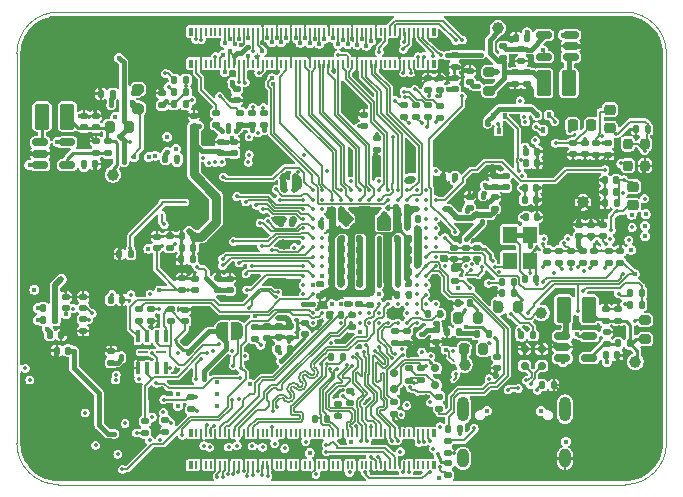
<source format=gbl>
G04 #@! TF.GenerationSoftware,KiCad,Pcbnew,9.0.2+dfsg-1*
G04 #@! TF.CreationDate,2025-11-26T16:26:46+01:00*
G04 #@! TF.ProjectId,ulx5m-gs,756c7835-6d2d-4677-932e-6b696361645f,rev?*
G04 #@! TF.SameCoordinates,Original*
G04 #@! TF.FileFunction,Copper,L6,Bot*
G04 #@! TF.FilePolarity,Positive*
%FSLAX46Y46*%
G04 Gerber Fmt 4.6, Leading zero omitted, Abs format (unit mm)*
G04 Created by KiCad (PCBNEW 9.0.2+dfsg-1) date 2025-11-26 16:26:46*
%MOMM*%
%LPD*%
G01*
G04 APERTURE LIST*
G04 Aperture macros list*
%AMRoundRect*
0 Rectangle with rounded corners*
0 $1 Rounding radius*
0 $2 $3 $4 $5 $6 $7 $8 $9 X,Y pos of 4 corners*
0 Add a 4 corners polygon primitive as box body*
4,1,4,$2,$3,$4,$5,$6,$7,$8,$9,$2,$3,0*
0 Add four circle primitives for the rounded corners*
1,1,$1+$1,$2,$3*
1,1,$1+$1,$4,$5*
1,1,$1+$1,$6,$7*
1,1,$1+$1,$8,$9*
0 Add four rect primitives between the rounded corners*
20,1,$1+$1,$2,$3,$4,$5,0*
20,1,$1+$1,$4,$5,$6,$7,0*
20,1,$1+$1,$6,$7,$8,$9,0*
20,1,$1+$1,$8,$9,$2,$3,0*%
%AMFreePoly0*
4,1,23,0.500000,-0.750000,0.000000,-0.750000,0.000000,-0.745722,-0.065263,-0.745722,-0.191342,-0.711940,-0.304381,-0.646677,-0.396677,-0.554381,-0.461940,-0.441342,-0.495722,-0.315263,-0.495722,-0.250000,-0.500000,-0.250000,-0.500000,0.250000,-0.495722,0.250000,-0.495722,0.315263,-0.461940,0.441342,-0.396677,0.554381,-0.304381,0.646677,-0.191342,0.711940,-0.065263,0.745722,0.000000,0.745722,
0.000000,0.750000,0.500000,0.750000,0.500000,-0.750000,0.500000,-0.750000,$1*%
%AMFreePoly1*
4,1,23,0.000000,0.745722,0.065263,0.745722,0.191342,0.711940,0.304381,0.646677,0.396677,0.554381,0.461940,0.441342,0.495722,0.315263,0.495722,0.250000,0.500000,0.250000,0.500000,-0.250000,0.495722,-0.250000,0.495722,-0.315263,0.461940,-0.441342,0.396677,-0.554381,0.304381,-0.646677,0.191342,-0.711940,0.065263,-0.745722,0.000000,-0.745722,0.000000,-0.750000,-0.500000,-0.750000,
-0.500000,0.750000,0.000000,0.750000,0.000000,0.745722,0.000000,0.745722,$1*%
G04 Aperture macros list end*
G04 #@! TA.AperFunction,ComponentPad*
%ADD10C,4.700000*%
G04 #@! TD*
G04 #@! TA.AperFunction,ComponentPad*
%ADD11O,1.000000X1.600000*%
G04 #@! TD*
G04 #@! TA.AperFunction,ComponentPad*
%ADD12O,1.000000X2.100000*%
G04 #@! TD*
G04 #@! TA.AperFunction,SMDPad,CuDef*
%ADD13RoundRect,0.200000X0.275000X-0.200000X0.275000X0.200000X-0.275000X0.200000X-0.275000X-0.200000X0*%
G04 #@! TD*
G04 #@! TA.AperFunction,SMDPad,CuDef*
%ADD14RoundRect,0.140000X-0.140000X-0.170000X0.140000X-0.170000X0.140000X0.170000X-0.140000X0.170000X0*%
G04 #@! TD*
G04 #@! TA.AperFunction,SMDPad,CuDef*
%ADD15RoundRect,0.140000X0.140000X0.170000X-0.140000X0.170000X-0.140000X-0.170000X0.140000X-0.170000X0*%
G04 #@! TD*
G04 #@! TA.AperFunction,SMDPad,CuDef*
%ADD16RoundRect,0.140000X-0.170000X0.140000X-0.170000X-0.140000X0.170000X-0.140000X0.170000X0.140000X0*%
G04 #@! TD*
G04 #@! TA.AperFunction,SMDPad,CuDef*
%ADD17RoundRect,0.140000X0.170000X-0.140000X0.170000X0.140000X-0.170000X0.140000X-0.170000X-0.140000X0*%
G04 #@! TD*
G04 #@! TA.AperFunction,SMDPad,CuDef*
%ADD18RoundRect,0.135000X0.185000X-0.135000X0.185000X0.135000X-0.185000X0.135000X-0.185000X-0.135000X0*%
G04 #@! TD*
G04 #@! TA.AperFunction,SMDPad,CuDef*
%ADD19RoundRect,0.150000X0.200000X-0.150000X0.200000X0.150000X-0.200000X0.150000X-0.200000X-0.150000X0*%
G04 #@! TD*
G04 #@! TA.AperFunction,SMDPad,CuDef*
%ADD20RoundRect,0.135000X-0.135000X-0.185000X0.135000X-0.185000X0.135000X0.185000X-0.135000X0.185000X0*%
G04 #@! TD*
G04 #@! TA.AperFunction,SMDPad,CuDef*
%ADD21RoundRect,0.218750X-0.256250X0.218750X-0.256250X-0.218750X0.256250X-0.218750X0.256250X0.218750X0*%
G04 #@! TD*
G04 #@! TA.AperFunction,SMDPad,CuDef*
%ADD22RoundRect,0.250000X-0.375000X-0.850000X0.375000X-0.850000X0.375000X0.850000X-0.375000X0.850000X0*%
G04 #@! TD*
G04 #@! TA.AperFunction,SMDPad,CuDef*
%ADD23RoundRect,0.135000X-0.185000X0.135000X-0.185000X-0.135000X0.185000X-0.135000X0.185000X0.135000X0*%
G04 #@! TD*
G04 #@! TA.AperFunction,SMDPad,CuDef*
%ADD24RoundRect,0.200000X-0.200000X-0.275000X0.200000X-0.275000X0.200000X0.275000X-0.200000X0.275000X0*%
G04 #@! TD*
G04 #@! TA.AperFunction,SMDPad,CuDef*
%ADD25FreePoly0,0.000000*%
G04 #@! TD*
G04 #@! TA.AperFunction,SMDPad,CuDef*
%ADD26FreePoly1,0.000000*%
G04 #@! TD*
G04 #@! TA.AperFunction,SMDPad,CuDef*
%ADD27C,1.000000*%
G04 #@! TD*
G04 #@! TA.AperFunction,SMDPad,CuDef*
%ADD28RoundRect,0.135000X0.135000X0.185000X-0.135000X0.185000X-0.135000X-0.185000X0.135000X-0.185000X0*%
G04 #@! TD*
G04 #@! TA.AperFunction,SMDPad,CuDef*
%ADD29R,0.230000X0.660000*%
G04 #@! TD*
G04 #@! TA.AperFunction,SMDPad,CuDef*
%ADD30R,0.350000X0.660000*%
G04 #@! TD*
G04 #@! TA.AperFunction,SMDPad,CuDef*
%ADD31RoundRect,0.150000X-0.200000X0.150000X-0.200000X-0.150000X0.200000X-0.150000X0.200000X0.150000X0*%
G04 #@! TD*
G04 #@! TA.AperFunction,SMDPad,CuDef*
%ADD32RoundRect,0.218750X0.256250X-0.218750X0.256250X0.218750X-0.256250X0.218750X-0.256250X-0.218750X0*%
G04 #@! TD*
G04 #@! TA.AperFunction,SMDPad,CuDef*
%ADD33RoundRect,0.150000X0.512500X0.150000X-0.512500X0.150000X-0.512500X-0.150000X0.512500X-0.150000X0*%
G04 #@! TD*
G04 #@! TA.AperFunction,SMDPad,CuDef*
%ADD34RoundRect,0.150000X-0.512500X-0.150000X0.512500X-0.150000X0.512500X0.150000X-0.512500X0.150000X0*%
G04 #@! TD*
G04 #@! TA.AperFunction,SMDPad,CuDef*
%ADD35RoundRect,0.218750X-0.218750X-0.256250X0.218750X-0.256250X0.218750X0.256250X-0.218750X0.256250X0*%
G04 #@! TD*
G04 #@! TA.AperFunction,SMDPad,CuDef*
%ADD36RoundRect,0.100000X0.100000X-0.155000X0.100000X0.155000X-0.100000X0.155000X-0.100000X-0.155000X0*%
G04 #@! TD*
G04 #@! TA.AperFunction,SMDPad,CuDef*
%ADD37RoundRect,0.040000X0.120000X-0.480000X0.120000X0.480000X-0.120000X0.480000X-0.120000X-0.480000X0*%
G04 #@! TD*
G04 #@! TA.AperFunction,SMDPad,CuDef*
%ADD38RoundRect,0.025000X0.375000X-0.075000X0.375000X0.075000X-0.375000X0.075000X-0.375000X-0.075000X0*%
G04 #@! TD*
G04 #@! TA.AperFunction,SMDPad,CuDef*
%ADD39RoundRect,0.200000X0.200000X0.275000X-0.200000X0.275000X-0.200000X-0.275000X0.200000X-0.275000X0*%
G04 #@! TD*
G04 #@! TA.AperFunction,SMDPad,CuDef*
%ADD40R,1.200000X1.400000*%
G04 #@! TD*
G04 #@! TA.AperFunction,SMDPad,CuDef*
%ADD41RoundRect,0.250000X0.375000X0.850000X-0.375000X0.850000X-0.375000X-0.850000X0.375000X-0.850000X0*%
G04 #@! TD*
G04 #@! TA.AperFunction,SMDPad,CuDef*
%ADD42RoundRect,0.200000X0.200000X0.250000X-0.200000X0.250000X-0.200000X-0.250000X0.200000X-0.250000X0*%
G04 #@! TD*
G04 #@! TA.AperFunction,ViaPad*
%ADD43C,0.350000*%
G04 #@! TD*
G04 #@! TA.AperFunction,ViaPad*
%ADD44C,0.420000*%
G04 #@! TD*
G04 #@! TA.AperFunction,ViaPad*
%ADD45C,0.450000*%
G04 #@! TD*
G04 #@! TA.AperFunction,ViaPad*
%ADD46C,0.400000*%
G04 #@! TD*
G04 #@! TA.AperFunction,Conductor*
%ADD47C,0.254000*%
G04 #@! TD*
G04 #@! TA.AperFunction,Conductor*
%ADD48C,0.406400*%
G04 #@! TD*
G04 #@! TA.AperFunction,Conductor*
%ADD49C,0.127000*%
G04 #@! TD*
G04 #@! TA.AperFunction,Conductor*
%ADD50C,0.203200*%
G04 #@! TD*
G04 #@! TA.AperFunction,Conductor*
%ADD51C,0.508000*%
G04 #@! TD*
G04 #@! TA.AperFunction,Conductor*
%ADD52C,0.200000*%
G04 #@! TD*
G04 #@! TA.AperFunction,Conductor*
%ADD53C,0.381000*%
G04 #@! TD*
G04 #@! TA.AperFunction,Conductor*
%ADD54C,0.457200*%
G04 #@! TD*
G04 #@! TA.AperFunction,Conductor*
%ADD55C,0.762000*%
G04 #@! TD*
G04 #@! TA.AperFunction,Conductor*
%ADD56C,0.450000*%
G04 #@! TD*
G04 #@! TA.AperFunction,Profile*
%ADD57C,0.100000*%
G04 #@! TD*
G04 APERTURE END LIST*
D10*
X62710000Y-93980000D03*
X110710000Y-60980000D03*
D11*
X96982000Y-95268750D03*
D12*
X96982000Y-91088750D03*
X105618000Y-91088750D03*
D11*
X105618000Y-95268750D03*
D10*
X110710000Y-93980000D03*
X62710000Y-60980000D03*
D13*
X99210000Y-64180000D03*
X99210000Y-62530000D03*
D14*
X84970000Y-75410000D03*
X85930000Y-75410000D03*
X88210000Y-77610000D03*
X89170000Y-77610000D03*
X91440000Y-77580000D03*
X92400000Y-77580000D03*
D15*
X96610000Y-84550000D03*
X95650000Y-84550000D03*
D16*
X96240000Y-77430000D03*
X96240000Y-78390000D03*
D17*
X110090000Y-83600000D03*
X110090000Y-82640000D03*
D18*
X110310000Y-78700000D03*
X110310000Y-77680000D03*
D13*
X112370000Y-85185000D03*
X112370000Y-83535000D03*
D17*
X73460000Y-83620000D03*
X73460000Y-82660000D03*
X99660000Y-74110000D03*
X99660000Y-73150000D03*
D19*
X94620000Y-87640000D03*
X94620000Y-89040000D03*
D16*
X94670000Y-84410000D03*
X94670000Y-85370000D03*
D20*
X85800000Y-86680000D03*
X86820000Y-86680000D03*
D21*
X109440000Y-65730000D03*
X109440000Y-67305000D03*
D14*
X88210000Y-79460000D03*
X89170000Y-79460000D03*
D16*
X89670000Y-68160000D03*
X89670000Y-69120000D03*
D18*
X95700000Y-96695000D03*
X95700000Y-95675000D03*
D14*
X67140000Y-81840000D03*
X68100000Y-81840000D03*
D18*
X73990000Y-91120000D03*
X73990000Y-90100000D03*
D17*
X95000000Y-64060000D03*
X95000000Y-63100000D03*
X77230000Y-81000000D03*
X77230000Y-80040000D03*
D15*
X92270000Y-74040000D03*
X91310000Y-74040000D03*
X103160000Y-80060000D03*
X102200000Y-80060000D03*
D16*
X107285000Y-68570000D03*
X107285000Y-69530000D03*
D20*
X100260000Y-80340000D03*
X101280000Y-80340000D03*
D15*
X109970000Y-71720000D03*
X109010000Y-71720000D03*
D22*
X105505000Y-82680000D03*
X107655000Y-82680000D03*
D23*
X79410000Y-84110000D03*
X79410000Y-85130000D03*
D24*
X99985000Y-82470000D03*
X101635000Y-82470000D03*
D25*
X76580000Y-84510000D03*
D26*
X77880000Y-84510000D03*
D15*
X97540000Y-82150000D03*
X96580000Y-82150000D03*
D16*
X106295000Y-68570000D03*
X106295000Y-69530000D03*
D17*
X77610000Y-69410000D03*
X77610000Y-68450000D03*
D16*
X80400000Y-84070000D03*
X80400000Y-85030000D03*
D14*
X91440000Y-80440000D03*
X92400000Y-80440000D03*
D18*
X80140000Y-67010000D03*
X80140000Y-65990000D03*
D17*
X97540000Y-74060000D03*
X97540000Y-73100000D03*
X96270000Y-80220000D03*
X96270000Y-79260000D03*
D27*
X107130000Y-73590000D03*
D17*
X88590000Y-67160000D03*
X88590000Y-66200000D03*
D14*
X91440000Y-79460000D03*
X92400000Y-79460000D03*
D17*
X65880000Y-67220000D03*
X65880000Y-66260000D03*
D23*
X72230000Y-82610000D03*
X72230000Y-83630000D03*
D17*
X106835000Y-76430000D03*
X106835000Y-75470000D03*
X74300000Y-81000000D03*
X74300000Y-80040000D03*
D16*
X92210000Y-84500000D03*
X92210000Y-85460000D03*
D15*
X102410000Y-59640000D03*
X101450000Y-59640000D03*
X109970000Y-72690000D03*
X109010000Y-72690000D03*
D13*
X69495001Y-65642000D03*
X69495001Y-63992000D03*
D28*
X112110000Y-81240000D03*
X111090000Y-81240000D03*
D18*
X65910000Y-69430000D03*
X65910000Y-68410000D03*
D16*
X101410000Y-62590000D03*
X101410000Y-63550000D03*
D29*
X94010000Y-93125000D03*
X94010000Y-95835000D03*
X93610000Y-93125000D03*
X93610000Y-95835000D03*
X93210000Y-93125000D03*
X93210000Y-95835000D03*
X92810000Y-93125000D03*
X92810000Y-95835000D03*
X92410000Y-93125000D03*
X92410000Y-95835000D03*
X92010000Y-93125000D03*
X92010000Y-95835000D03*
X91610000Y-93125000D03*
X91610000Y-95835000D03*
X91210000Y-93125000D03*
X91210000Y-95835000D03*
X90810000Y-93125000D03*
X90810000Y-95835000D03*
X90410000Y-93125000D03*
X90410000Y-95835000D03*
X90010000Y-93125000D03*
X90010000Y-95835000D03*
X89610000Y-93125000D03*
X89610000Y-95835000D03*
X89210000Y-93125000D03*
X89210000Y-95835000D03*
X88810000Y-93125000D03*
X88810000Y-95835000D03*
X88410000Y-93125000D03*
X88410000Y-95835000D03*
X88010000Y-93125000D03*
X88010000Y-95835000D03*
X87610000Y-93125000D03*
X87610000Y-95835000D03*
X87210000Y-93125000D03*
X87210000Y-95835000D03*
X86810000Y-93125000D03*
X86810000Y-95835000D03*
X86410000Y-93125000D03*
X86410000Y-95835000D03*
X86010000Y-93125000D03*
X86010000Y-95835000D03*
X85610000Y-93125000D03*
X85610000Y-95835000D03*
X85210000Y-93125000D03*
X85210000Y-95835000D03*
X84810000Y-93125000D03*
X84810000Y-95835000D03*
X84410000Y-93125000D03*
X84410000Y-95835000D03*
X84010000Y-93125000D03*
X84010000Y-95835000D03*
X83610000Y-93125000D03*
X83610000Y-95835000D03*
X83210000Y-93125000D03*
X83210000Y-95835000D03*
X82810000Y-93125000D03*
X82810000Y-95835000D03*
X82410000Y-93125000D03*
X82410000Y-95835000D03*
X82010000Y-93125000D03*
X82010000Y-95835000D03*
X81610000Y-93125000D03*
X81610000Y-95835000D03*
X81210000Y-93125000D03*
X81210000Y-95835000D03*
X80810000Y-93125000D03*
X80810000Y-95835000D03*
X80410000Y-93125000D03*
X80410000Y-95835000D03*
X80010000Y-93125000D03*
X80010000Y-95835000D03*
X79610000Y-93125000D03*
X79610000Y-95835000D03*
X79210000Y-93125000D03*
X79210000Y-95835000D03*
X78810000Y-93125000D03*
X78810000Y-95835000D03*
X78410000Y-93125000D03*
X78410000Y-95835000D03*
X78010000Y-93125000D03*
X78010000Y-95835000D03*
X77610000Y-93125000D03*
X77610000Y-95835000D03*
X77210000Y-93125000D03*
X77210000Y-95835000D03*
X76810000Y-93125000D03*
X76810000Y-95835000D03*
X76410000Y-93125000D03*
X76410000Y-95835000D03*
X76010000Y-93125000D03*
X76010000Y-95835000D03*
X75610000Y-93125000D03*
X75610000Y-95835000D03*
X75210000Y-93125000D03*
X75210000Y-95835000D03*
X74810000Y-93125000D03*
X74810000Y-95835000D03*
X74410000Y-93125000D03*
X74410000Y-95835000D03*
D30*
X94485000Y-93125000D03*
X94485000Y-95835000D03*
X73935000Y-93125000D03*
X73935000Y-95835000D03*
D23*
X94020000Y-65380000D03*
X94020000Y-66400000D03*
D14*
X88210000Y-78540000D03*
X89170000Y-78540000D03*
D16*
X70560000Y-82650000D03*
X70560000Y-83610000D03*
X109275000Y-68580000D03*
X109275000Y-69540000D03*
D28*
X62440000Y-82540000D03*
X61420000Y-82540000D03*
D23*
X66920000Y-68400000D03*
X66920000Y-69420000D03*
D31*
X103650000Y-87417500D03*
X103650000Y-86017500D03*
D28*
X111130000Y-85530000D03*
X110110000Y-85530000D03*
D17*
X67200000Y-87150000D03*
X67200000Y-86190000D03*
X100630000Y-72280000D03*
X100630000Y-71320000D03*
D16*
X77820000Y-64000000D03*
X77820000Y-64960000D03*
D17*
X88210000Y-82230000D03*
X88210000Y-81270000D03*
D20*
X85610000Y-83130000D03*
X86630000Y-83130000D03*
D16*
X96270000Y-61150000D03*
X96270000Y-62110000D03*
D17*
X83600000Y-84770000D03*
X83600000Y-83810000D03*
X76230000Y-80990000D03*
X76230000Y-80030000D03*
D32*
X111365000Y-73837500D03*
X111365000Y-72262500D03*
D17*
X89150000Y-82240000D03*
X89150000Y-81280000D03*
D15*
X86760000Y-80340000D03*
X85800000Y-80340000D03*
D23*
X92380000Y-87650000D03*
X92380000Y-88670000D03*
D18*
X91110000Y-91530000D03*
X91110000Y-90510000D03*
D22*
X61340000Y-66320000D03*
X63490000Y-66320000D03*
D28*
X82340000Y-86000000D03*
X81320000Y-86000000D03*
D14*
X88180000Y-76690000D03*
X89140000Y-76690000D03*
D17*
X108795000Y-76430000D03*
X108795000Y-75470000D03*
D15*
X112608750Y-67390000D03*
X111648750Y-67390000D03*
D31*
X102200000Y-87407500D03*
X102200000Y-86007500D03*
D28*
X62440000Y-83550000D03*
X61420000Y-83550000D03*
D17*
X94030000Y-64050000D03*
X94030000Y-63090000D03*
D27*
X99940000Y-58830000D03*
D15*
X101270000Y-81280000D03*
X100310000Y-81280000D03*
D23*
X106110000Y-77680000D03*
X106110000Y-78700000D03*
X87590000Y-83140000D03*
X87590000Y-84160000D03*
D33*
X106107500Y-59400000D03*
X106107500Y-60350000D03*
X106107500Y-61300000D03*
X103832500Y-61300000D03*
X103832500Y-59400000D03*
D16*
X91250000Y-84500000D03*
X91250000Y-85460000D03*
D18*
X109320000Y-78710000D03*
X109320000Y-77690000D03*
D20*
X72520000Y-64260000D03*
X73540000Y-64260000D03*
D17*
X109050000Y-83600000D03*
X109050000Y-82640000D03*
D15*
X86760000Y-77570000D03*
X85800000Y-77570000D03*
D18*
X93390000Y-88660000D03*
X93390000Y-87640000D03*
D14*
X91430000Y-76660000D03*
X92390000Y-76660000D03*
D15*
X86770000Y-76650000D03*
X85810000Y-76650000D03*
D17*
X96290000Y-64000000D03*
X96290000Y-63040000D03*
D23*
X92020000Y-65380000D03*
X92020000Y-66400000D03*
D14*
X102235000Y-73360000D03*
X103195000Y-73360000D03*
D34*
X105400000Y-86790000D03*
X105400000Y-85840000D03*
X105400000Y-84890000D03*
X107675000Y-84890000D03*
X107675000Y-86790000D03*
D18*
X70070000Y-93110000D03*
X70070000Y-92090000D03*
D23*
X69560000Y-82610000D03*
X69560000Y-83630000D03*
D28*
X95070000Y-83060000D03*
X94050000Y-83060000D03*
D35*
X106272500Y-67060000D03*
X107847500Y-67060000D03*
D14*
X102235000Y-72360000D03*
X103195000Y-72360000D03*
D28*
X99190000Y-84740000D03*
X98170000Y-84740000D03*
D27*
X97110000Y-87320000D03*
D28*
X112115000Y-82240000D03*
X111095000Y-82240000D03*
D14*
X91440000Y-78500000D03*
X92400000Y-78500000D03*
D15*
X82750000Y-72120000D03*
X81790000Y-72120000D03*
D17*
X64900000Y-67220000D03*
X64900000Y-66260000D03*
D23*
X71515001Y-64327000D03*
X71515001Y-65347000D03*
D36*
X103260000Y-66195000D03*
X104260000Y-66195000D03*
X103760000Y-67485000D03*
D17*
X72160000Y-77410000D03*
X72160000Y-76450000D03*
D23*
X101930000Y-60600000D03*
X101930000Y-61620000D03*
D36*
X99500000Y-66255000D03*
X100500000Y-66255000D03*
X100000000Y-67545000D03*
D23*
X107110000Y-77680000D03*
X107110000Y-78700000D03*
D37*
X71855000Y-87630000D03*
X71055000Y-87630000D03*
X70255000Y-87630000D03*
X69455000Y-87630000D03*
X69455000Y-84940000D03*
X70255000Y-84940000D03*
X71055000Y-84940000D03*
X71855000Y-84940000D03*
D38*
X71455000Y-86285000D03*
X69855000Y-86285000D03*
D14*
X102315000Y-69290000D03*
X103275000Y-69290000D03*
D15*
X86760000Y-78490000D03*
X85800000Y-78490000D03*
X96280000Y-71430000D03*
X95320000Y-71430000D03*
D16*
X64830000Y-83500000D03*
X64830000Y-84460000D03*
D20*
X101895000Y-84835000D03*
X102915000Y-84835000D03*
D15*
X68850000Y-77960000D03*
X67890000Y-77960000D03*
D14*
X62005000Y-84820000D03*
X62965000Y-84820000D03*
D15*
X63560000Y-86130000D03*
X62600000Y-86130000D03*
D14*
X102315000Y-70290000D03*
X103275000Y-70290000D03*
D17*
X74205000Y-67215000D03*
X74205000Y-66255000D03*
D18*
X87410000Y-90540000D03*
X87410000Y-89520000D03*
X86410000Y-91670000D03*
X86410000Y-90650000D03*
D17*
X63360000Y-82550000D03*
X63360000Y-81590000D03*
D14*
X92230000Y-75010000D03*
X93190000Y-75010000D03*
D39*
X98225000Y-83340000D03*
X96575000Y-83340000D03*
D18*
X78130000Y-67020000D03*
X78130000Y-66000000D03*
D16*
X99870000Y-86650000D03*
X99870000Y-87610000D03*
D18*
X94955000Y-91045000D03*
X94955000Y-90025000D03*
D14*
X102305000Y-74820000D03*
X103265000Y-74820000D03*
D23*
X105110000Y-77690000D03*
X105110000Y-78710000D03*
D28*
X67340000Y-64385000D03*
X66320000Y-64385000D03*
D20*
X95695000Y-92810000D03*
X96715000Y-92810000D03*
D17*
X97550000Y-63430000D03*
X97550000Y-62470000D03*
X64830000Y-82540000D03*
X64830000Y-81580000D03*
D18*
X100380000Y-61390000D03*
X100380000Y-60370000D03*
D40*
X102650000Y-76330000D03*
X102650000Y-78530000D03*
X100950000Y-78530000D03*
X100950000Y-76330000D03*
D23*
X95020000Y-65390000D03*
X95020000Y-66410000D03*
D39*
X98705000Y-86000000D03*
X97055000Y-86000000D03*
D20*
X72535000Y-63210000D03*
X73555000Y-63210000D03*
D18*
X109160000Y-85590000D03*
X109160000Y-84570000D03*
D29*
X94010000Y-59125000D03*
X94010000Y-61835000D03*
X93610000Y-59125000D03*
X93610000Y-61835000D03*
X93210000Y-59125000D03*
X93210000Y-61835000D03*
X92810000Y-59125000D03*
X92810000Y-61835000D03*
X92410000Y-59125000D03*
X92410000Y-61835000D03*
X92010000Y-59125000D03*
X92010000Y-61835000D03*
X91610000Y-59125000D03*
X91610000Y-61835000D03*
X91210000Y-59125000D03*
X91210000Y-61835000D03*
X90810000Y-59125000D03*
X90810000Y-61835000D03*
X90410000Y-59125000D03*
X90410000Y-61835000D03*
X90010000Y-59125000D03*
X90010000Y-61835000D03*
X89610000Y-59125000D03*
X89610000Y-61835000D03*
X89210000Y-59125000D03*
X89210000Y-61835000D03*
X88810000Y-59125000D03*
X88810000Y-61835000D03*
X88410000Y-59125000D03*
X88410000Y-61835000D03*
X88010000Y-59125000D03*
X88010000Y-61835000D03*
X87610000Y-59125000D03*
X87610000Y-61835000D03*
X87210000Y-59125000D03*
X87210000Y-61835000D03*
X86810000Y-59125000D03*
X86810000Y-61835000D03*
X86410000Y-59125000D03*
X86410000Y-61835000D03*
X86010000Y-59125000D03*
X86010000Y-61835000D03*
X85610000Y-59125000D03*
X85610000Y-61835000D03*
X85210000Y-59125000D03*
X85210000Y-61835000D03*
X84810000Y-59125000D03*
X84810000Y-61835000D03*
X84410000Y-59125000D03*
X84410000Y-61835000D03*
X84010000Y-59125000D03*
X84010000Y-61835000D03*
X83610000Y-59125000D03*
X83610000Y-61835000D03*
X83210000Y-59125000D03*
X83210000Y-61835000D03*
X82810000Y-59125000D03*
X82810000Y-61835000D03*
X82410000Y-59125000D03*
X82410000Y-61835000D03*
X82010000Y-59125000D03*
X82010000Y-61835000D03*
X81610000Y-59125000D03*
X81610000Y-61835000D03*
X81210000Y-59125000D03*
X81210000Y-61835000D03*
X80810000Y-59125000D03*
X80810000Y-61835000D03*
X80410000Y-59125000D03*
X80410000Y-61835000D03*
X80010000Y-59125000D03*
X80010000Y-61835000D03*
X79610000Y-59125000D03*
X79610000Y-61835000D03*
X79210000Y-59125000D03*
X79210000Y-61835000D03*
X78810000Y-59125000D03*
X78810000Y-61835000D03*
X78410000Y-59125000D03*
X78410000Y-61835000D03*
X78010000Y-59125000D03*
X78010000Y-61835000D03*
X77610000Y-59125000D03*
X77610000Y-61835000D03*
X77210000Y-59125000D03*
X77210000Y-61835000D03*
X76810000Y-59125000D03*
X76810000Y-61835000D03*
X76410000Y-59125000D03*
X76410000Y-61835000D03*
X76010000Y-59125000D03*
X76010000Y-61835000D03*
X75610000Y-59125000D03*
X75610000Y-61835000D03*
X75210000Y-59125000D03*
X75210000Y-61835000D03*
X74810000Y-59125000D03*
X74810000Y-61835000D03*
X74410000Y-59125000D03*
X74410000Y-61835000D03*
D30*
X94485000Y-59125000D03*
X94485000Y-61835000D03*
X73935000Y-59125000D03*
X73935000Y-61835000D03*
D41*
X105955000Y-63490000D03*
X103805000Y-63490000D03*
D17*
X99650000Y-72280000D03*
X99650000Y-71320000D03*
X87250000Y-82200000D03*
X87250000Y-81240000D03*
D23*
X76110000Y-66010000D03*
X76110000Y-67030000D03*
D16*
X97220000Y-77430000D03*
X97220000Y-78390000D03*
D18*
X79130000Y-67010000D03*
X79130000Y-65990000D03*
D24*
X67055000Y-67190000D03*
X68705000Y-67190000D03*
D14*
X88210000Y-80380000D03*
X89170000Y-80380000D03*
D31*
X91140000Y-89420000D03*
X91140000Y-88020000D03*
D27*
X103620000Y-82940000D03*
D14*
X109100000Y-86550000D03*
X110060000Y-86550000D03*
D16*
X102400000Y-62590000D03*
X102400000Y-63550000D03*
X98200000Y-77430000D03*
X98200000Y-78390000D03*
D15*
X86760000Y-79420000D03*
X85800000Y-79420000D03*
D42*
X112383750Y-68635000D03*
X112383750Y-70485000D03*
X110933750Y-70485000D03*
X110933750Y-68635000D03*
D17*
X76510000Y-69410000D03*
X76510000Y-68450000D03*
D15*
X109980000Y-73660000D03*
X109020000Y-73660000D03*
D17*
X71050000Y-77450000D03*
X71050000Y-76490000D03*
D16*
X108285000Y-68580000D03*
X108285000Y-69540000D03*
D18*
X108110000Y-78700000D03*
X108110000Y-77680000D03*
D23*
X71790000Y-92050000D03*
X71790000Y-93070000D03*
X104110000Y-77690000D03*
X104110000Y-78710000D03*
D17*
X73180000Y-80990000D03*
X73180000Y-80030000D03*
D16*
X82360000Y-84070000D03*
X82360000Y-85030000D03*
D18*
X95705000Y-94770000D03*
X95705000Y-93750000D03*
D23*
X93020000Y-65380000D03*
X93020000Y-66400000D03*
D34*
X61190000Y-70410000D03*
X61190000Y-69460000D03*
X61190000Y-68510000D03*
X63465000Y-68510000D03*
X63465000Y-70410000D03*
D27*
X67335000Y-71230000D03*
D15*
X82510000Y-75320000D03*
X81550000Y-75320000D03*
X92390000Y-81430000D03*
X91430000Y-81430000D03*
X74140000Y-76470000D03*
X73180000Y-76470000D03*
D17*
X107815000Y-76430000D03*
X107815000Y-75470000D03*
D28*
X104670000Y-89070000D03*
X103650000Y-89070000D03*
D16*
X84860000Y-80540000D03*
X84860000Y-81500000D03*
D15*
X74150000Y-77450000D03*
X73190000Y-77450000D03*
D28*
X73540000Y-65285000D03*
X72520000Y-65285000D03*
D15*
X74100000Y-78410000D03*
X73140000Y-78410000D03*
D20*
X84450000Y-91920000D03*
X85470000Y-91920000D03*
D14*
X64880000Y-70330000D03*
X65840000Y-70330000D03*
D27*
X111570000Y-87070000D03*
D16*
X81380000Y-84060000D03*
X81380000Y-85020000D03*
D28*
X72810000Y-69890000D03*
X71790000Y-69890000D03*
D43*
X68830000Y-68510000D03*
D44*
X77230000Y-59720000D03*
X78150000Y-60230000D03*
D45*
X103590000Y-91240000D03*
X70365000Y-69735000D03*
D44*
X77660000Y-60170000D03*
X78810000Y-59700000D03*
X76820000Y-60080000D03*
D45*
X72685000Y-69055000D03*
X102390000Y-59180000D03*
X105430000Y-87130000D03*
X106610000Y-84760000D03*
X60280000Y-70430000D03*
X70945000Y-69635000D03*
X72775000Y-70160000D03*
X62650000Y-68490000D03*
X105410000Y-59410000D03*
D44*
X78030000Y-59760000D03*
D45*
X109160000Y-87120000D03*
X99000000Y-91230000D03*
X64900000Y-70610000D03*
X103750000Y-60710000D03*
D43*
X92260000Y-78980000D03*
X103280000Y-80535000D03*
D45*
X64520000Y-66290000D03*
D43*
X77060000Y-96560000D03*
D45*
X109530000Y-81435000D03*
D43*
X105111250Y-73551250D03*
D45*
X103470000Y-85520000D03*
D43*
X87460000Y-80580000D03*
X67230000Y-76585000D03*
X80524601Y-80180240D03*
X89060000Y-78180000D03*
X90660000Y-79780000D03*
X91460000Y-75780000D03*
X87460000Y-76580000D03*
X99700000Y-80950000D03*
X95470000Y-86620000D03*
D45*
X100760000Y-96600000D03*
D43*
X90660000Y-78980000D03*
D45*
X104780000Y-85590000D03*
D43*
X68360000Y-90380000D03*
X72930000Y-65860000D03*
X88080000Y-65990000D03*
X83980000Y-61250000D03*
X68020000Y-77480000D03*
D45*
X74840000Y-78610000D03*
D43*
X96910000Y-82150000D03*
X72190000Y-95100000D03*
X87460000Y-77380000D03*
X97860000Y-76800000D03*
D45*
X71305000Y-63810000D03*
D43*
X105200000Y-84130000D03*
X91570000Y-59740000D03*
X81060000Y-74980000D03*
X87460000Y-79780000D03*
X101222500Y-83977500D03*
D45*
X81380000Y-85140000D03*
D43*
X107060000Y-94120000D03*
D45*
X63080000Y-84210000D03*
D43*
X94220000Y-59850000D03*
X62530000Y-77210000D03*
X84915000Y-83635000D03*
X86800000Y-89490000D03*
X92360000Y-86540000D03*
X92260000Y-78180000D03*
D44*
X77390000Y-68100000D03*
D43*
X66280000Y-63985000D03*
X68040000Y-81390000D03*
X97020000Y-62410000D03*
D45*
X80830000Y-85520000D03*
D43*
X88860000Y-90410000D03*
X86270000Y-85320000D03*
X90660000Y-76580000D03*
X91610000Y-92520000D03*
X99430000Y-70535000D03*
D45*
X71480000Y-59410000D03*
D43*
X64410000Y-75790000D03*
X72190000Y-76160000D03*
X93730000Y-92135000D03*
X62800000Y-76190000D03*
D45*
X65830000Y-70640000D03*
D43*
X71360000Y-93050000D03*
X92950000Y-85510000D03*
X73220000Y-75880000D03*
X81990000Y-93590000D03*
X88260000Y-74980000D03*
X81860000Y-84980000D03*
X103070000Y-77660000D03*
X92050000Y-95220000D03*
X66505000Y-66110000D03*
X69650000Y-81380000D03*
X87255000Y-58335000D03*
X86660000Y-81380000D03*
X107275000Y-69980000D03*
X78430000Y-96330000D03*
X96610000Y-62140000D03*
X79430000Y-93850000D03*
X63080000Y-81020000D03*
D44*
X85600000Y-58360000D03*
D43*
X92080000Y-92510000D03*
X105322500Y-76630000D03*
X104260000Y-73310000D03*
D44*
X74800000Y-60870000D03*
D43*
X65805000Y-65810000D03*
X103485000Y-73390000D03*
X104540000Y-89800000D03*
X76950000Y-93850000D03*
X99955000Y-70610000D03*
X85230000Y-96550000D03*
X89490000Y-69510000D03*
X63980000Y-73735000D03*
X98200000Y-78730000D03*
X85860000Y-77380000D03*
X106310000Y-74680000D03*
X87460000Y-78180000D03*
X85860000Y-80580000D03*
X88260000Y-81380000D03*
D45*
X73455000Y-67685000D03*
D43*
X66140000Y-95290000D03*
X91460000Y-81380000D03*
X89060000Y-79780000D03*
X90660000Y-82980000D03*
X94000000Y-62460000D03*
X65380000Y-92320000D03*
D45*
X103330000Y-93000000D03*
D43*
X108655000Y-72690000D03*
X85860000Y-78180000D03*
X95910000Y-63030000D03*
X108665000Y-71710000D03*
X74060000Y-79350000D03*
X66840000Y-92320000D03*
X91460000Y-74180000D03*
X89060000Y-76580000D03*
X87970000Y-62650000D03*
X95850000Y-70930000D03*
X89860000Y-70180000D03*
X92260000Y-76580000D03*
D45*
X96660000Y-76810000D03*
D44*
X79580000Y-61240000D03*
D43*
X73190000Y-95080000D03*
X81859990Y-74980000D03*
X82260000Y-85380000D03*
X85860000Y-75780000D03*
X94710000Y-63230000D03*
D44*
X82400000Y-61140000D03*
X81200000Y-61120000D03*
D43*
X94660000Y-71780000D03*
X96259992Y-78980000D03*
X96660000Y-78980000D03*
D45*
X110080000Y-81840000D03*
D43*
X81889817Y-72581197D03*
X112440000Y-84370000D03*
X93460000Y-63560000D03*
X108295000Y-69990000D03*
X110430000Y-87130000D03*
X83210000Y-96340000D03*
X111125000Y-67493240D03*
D45*
X96210000Y-85110000D03*
D43*
X78390000Y-93560000D03*
D45*
X70295000Y-63865000D03*
D43*
X109611760Y-77683002D03*
X85860000Y-78980000D03*
X104067500Y-74337500D03*
X111610000Y-65540000D03*
X105090000Y-89450000D03*
X88730000Y-58310000D03*
X71150000Y-95120000D03*
X88000000Y-95380000D03*
X107815000Y-75180000D03*
X110167500Y-84170000D03*
X109330000Y-84590000D03*
X88260000Y-74180000D03*
X108530000Y-84150000D03*
X94660000Y-79780000D03*
X89060000Y-74180000D03*
X69630000Y-77470000D03*
X82610000Y-96690000D03*
X69205000Y-62010000D03*
X102890000Y-68780000D03*
X108765000Y-70120000D03*
D44*
X74710000Y-66120000D03*
D43*
X66660000Y-85990000D03*
X65380000Y-79310000D03*
D45*
X88260000Y-85820000D03*
D43*
X80930000Y-58310000D03*
X81800000Y-71410000D03*
X73780000Y-66160000D03*
X76450000Y-93960000D03*
X70130000Y-58710000D03*
X65880000Y-66260000D03*
X71480000Y-89340000D03*
D44*
X87610000Y-59770000D03*
D43*
X89180000Y-92600000D03*
X80810000Y-92620000D03*
X89060000Y-74980000D03*
X71980000Y-58760000D03*
X102660000Y-63870000D03*
X89060000Y-77380000D03*
X99270000Y-73460000D03*
X81860000Y-80180000D03*
D46*
X92280000Y-80600000D03*
D43*
X90450000Y-93820000D03*
X87920000Y-92560000D03*
D45*
X98000000Y-72820000D03*
X65180000Y-67985000D03*
D43*
X60420000Y-79660000D03*
D44*
X81220000Y-59640000D03*
D43*
X112250000Y-71150000D03*
X92270000Y-70990000D03*
X100290000Y-69290000D03*
D45*
X98860000Y-96640000D03*
D43*
X76610000Y-87430000D03*
D45*
X72855000Y-88835000D03*
D43*
X89060000Y-78980000D03*
X67205000Y-77410000D03*
X74800000Y-93730000D03*
X96205000Y-94785000D03*
X71620000Y-77890000D03*
X93872500Y-89977500D03*
X93060000Y-74980000D03*
X95460000Y-83780000D03*
D44*
X82410000Y-60060000D03*
D43*
X89700000Y-96450000D03*
D44*
X76980000Y-68450000D03*
D43*
X84050000Y-96570000D03*
X83255000Y-58310000D03*
X90660000Y-80580000D03*
X85860000Y-74180000D03*
X99730000Y-88030000D03*
X89210000Y-96330000D03*
X68930000Y-59610000D03*
X85860000Y-79780000D03*
X81860000Y-77380000D03*
D45*
X101880000Y-85570000D03*
D43*
X70420000Y-76700000D03*
X72660000Y-87760000D03*
X85860000Y-76580000D03*
X93270000Y-96490000D03*
X105400000Y-74290000D03*
X90660000Y-77380000D03*
X60110000Y-90660000D03*
D44*
X83610000Y-59670000D03*
D45*
X96710000Y-74210000D03*
D43*
X108480000Y-75210000D03*
X82010000Y-96350000D03*
X106910000Y-89830000D03*
X103465000Y-72340000D03*
X94660000Y-80580000D03*
D44*
X90080000Y-62470000D03*
D43*
X85060000Y-81380000D03*
X68550000Y-95440000D03*
X86810000Y-95410000D03*
D45*
X77390000Y-64920000D03*
D43*
X64650000Y-78880000D03*
X75470000Y-96680000D03*
X108331760Y-77691263D03*
D44*
X86020000Y-62470000D03*
D43*
X92810000Y-59720000D03*
D45*
X71405000Y-66275000D03*
X106900000Y-60340000D03*
D43*
X103490000Y-70950000D03*
X65280000Y-66385000D03*
X91460000Y-74980000D03*
X103660000Y-84120000D03*
X66700000Y-96630000D03*
D45*
X99820000Y-94130000D03*
D43*
X89060000Y-81380000D03*
X82830000Y-93870000D03*
X69205000Y-63010000D03*
X87480000Y-70500000D03*
X64810000Y-80690000D03*
D44*
X80000000Y-60080000D03*
D43*
X89060000Y-75780000D03*
X106700000Y-84130000D03*
X79610000Y-96340000D03*
X69310000Y-96800000D03*
X103910000Y-69950000D03*
X92260000Y-77380000D03*
X91460000Y-82980000D03*
X73140000Y-82650000D03*
X81275000Y-96665000D03*
X108635000Y-73660000D03*
X100950000Y-63590000D03*
X89060000Y-80580000D03*
X74830000Y-96360000D03*
X101060000Y-59870000D03*
X71110000Y-75870000D03*
X62920000Y-79040000D03*
X101800000Y-61650000D03*
X81185000Y-80180000D03*
X91470000Y-62540000D03*
X95150000Y-88250000D03*
X60600000Y-75510000D03*
X74255000Y-66160000D03*
X92260000Y-79780000D03*
D46*
X90640000Y-81400000D03*
D43*
X65430000Y-84460000D03*
X92300000Y-94810000D03*
D45*
X60330000Y-69440000D03*
D43*
X102107500Y-84137500D03*
D45*
X71835000Y-67205000D03*
X62530000Y-86990000D03*
X71535000Y-61285000D03*
D43*
X86785000Y-93635000D03*
D45*
X104010000Y-94660000D03*
D43*
X106285000Y-69980000D03*
X106730000Y-75200000D03*
X85860000Y-74980000D03*
X70520000Y-84100000D03*
X73770000Y-79670000D03*
X103523481Y-74881519D03*
X87460000Y-81380000D03*
X93040000Y-62600000D03*
X87460000Y-78980000D03*
X90660000Y-78180000D03*
X94660000Y-72580000D03*
X97910000Y-91050000D03*
X106717500Y-72167500D03*
X83210000Y-93600000D03*
D44*
X89750000Y-59870000D03*
D45*
X69155000Y-69735000D03*
X68955000Y-65060000D03*
D43*
X71792500Y-62672500D03*
X91460000Y-78980000D03*
X88260000Y-77380000D03*
X89670000Y-67800000D03*
X89860000Y-79780000D03*
X88260000Y-76580000D03*
D45*
X74650000Y-67130000D03*
D43*
X88260000Y-79780000D03*
X91460000Y-78180000D03*
X86660000Y-76580000D03*
X96365000Y-88135000D03*
X89860000Y-78980000D03*
X86660000Y-77380000D03*
X86660000Y-78180000D03*
X99200000Y-88520000D03*
X88260000Y-78180000D03*
D45*
X97330000Y-74280000D03*
D43*
X88200000Y-67160000D03*
X86660000Y-79780000D03*
X89860000Y-77380000D03*
X98290000Y-83190000D03*
X88260000Y-78980000D03*
X89860000Y-76580000D03*
X88260000Y-80580000D03*
D45*
X73770000Y-76050000D03*
D43*
X86660000Y-80580000D03*
X89860000Y-78180000D03*
X99170000Y-85520000D03*
X89860000Y-80580000D03*
X94080000Y-64540000D03*
X86660000Y-78980000D03*
X94820000Y-64550000D03*
X99720000Y-81990000D03*
X91460000Y-79780000D03*
X91460000Y-77380000D03*
D45*
X98830000Y-72140000D03*
X69050000Y-64290000D03*
D43*
X74140000Y-67120000D03*
X91460000Y-80580000D03*
X93500000Y-86250000D03*
X91460000Y-76580000D03*
D45*
X96560000Y-80820000D03*
D46*
X89875000Y-81365000D03*
D43*
X93060000Y-82980000D03*
X93060000Y-83780000D03*
X92260000Y-81380000D03*
D45*
X97230000Y-84140000D03*
D43*
X99720000Y-85110000D03*
X97170000Y-82690000D03*
X94660000Y-82180000D03*
X94660000Y-83780000D03*
X97380000Y-85790000D03*
X102000000Y-81820000D03*
X91840000Y-85980000D03*
D45*
X95520000Y-86120000D03*
D43*
X95460000Y-74180000D03*
X69530000Y-88535000D03*
X92260000Y-83780000D03*
X94230000Y-90510000D03*
X70670000Y-91770000D03*
X99840000Y-62540000D03*
X101730000Y-84435000D03*
D45*
X112450000Y-74580000D03*
D43*
X91725000Y-91570000D03*
X96260000Y-71780000D03*
D45*
X73730000Y-86310000D03*
X112410000Y-75590000D03*
X98775000Y-72805000D03*
X87530000Y-93870000D03*
X111275000Y-74620000D03*
D43*
X107835000Y-76720000D03*
X74440000Y-91240000D03*
X91680000Y-94700000D03*
X71890000Y-82660000D03*
X99060000Y-66950000D03*
X107140000Y-81100000D03*
D44*
X76700000Y-61070000D03*
D45*
X84010000Y-94780000D03*
D43*
X104660000Y-79610000D03*
X103720493Y-77133240D03*
X105510000Y-77070000D03*
X72880000Y-86310000D03*
X95630000Y-61150000D03*
D45*
X112410000Y-76460000D03*
D43*
X98610000Y-79040000D03*
X97620000Y-79310000D03*
X102670000Y-77260000D03*
X94670000Y-70960000D03*
X67630000Y-88190000D03*
X92260000Y-74980000D03*
D44*
X76800000Y-62570000D03*
D43*
X102010000Y-71340000D03*
X109060000Y-77110000D03*
D45*
X60700000Y-80970000D03*
D43*
X67570000Y-88630000D03*
X97770000Y-84680000D03*
D45*
X99310000Y-74630000D03*
D43*
X69350000Y-93110000D03*
D45*
X60980000Y-82540000D03*
X105690000Y-93840000D03*
D43*
X97260000Y-76690000D03*
X93060000Y-74180000D03*
D45*
X76150000Y-88830000D03*
D43*
X92260000Y-75780000D03*
X75060000Y-88560000D03*
X98580000Y-75180000D03*
X79850000Y-85689300D03*
X106040000Y-67530000D03*
X105835000Y-76650000D03*
D45*
X81590000Y-87000000D03*
D43*
X110060000Y-74330000D03*
X101975000Y-74850000D03*
D45*
X78920000Y-88930000D03*
D43*
X78015000Y-90255000D03*
X101935000Y-72340000D03*
X102250000Y-68890000D03*
X101926350Y-70008920D03*
X109525000Y-75940000D03*
X103835000Y-76660000D03*
X111530000Y-83650000D03*
X89780000Y-95160000D03*
X89170000Y-95160000D03*
X92390000Y-96400000D03*
X91900000Y-96430000D03*
X93860000Y-80580000D03*
X79700000Y-62600000D03*
X68370000Y-92300000D03*
X67760000Y-94910000D03*
X93860000Y-82980000D03*
X93840000Y-81400000D03*
X97610000Y-80880000D03*
X74370000Y-59780000D03*
X72055000Y-63785000D03*
X74030000Y-64935000D03*
X74390000Y-88580000D03*
D45*
X76150000Y-90830000D03*
D43*
X74830000Y-86860000D03*
D45*
X72850000Y-90830000D03*
X76150000Y-89830000D03*
X72850000Y-89830000D03*
D43*
X107305000Y-68220000D03*
X104815000Y-68570000D03*
D45*
X67205000Y-65375000D03*
X71925000Y-69330000D03*
D43*
X99150000Y-80430000D03*
X76300000Y-85590000D03*
X75010000Y-69810000D03*
X78060000Y-88480000D03*
X78860000Y-68020000D03*
X71000000Y-88890000D03*
X94690000Y-66780000D03*
X75310000Y-86360000D03*
X75970000Y-70210000D03*
X92380000Y-66860000D03*
X78880000Y-69550000D03*
X77430000Y-86160000D03*
X84260000Y-81380000D03*
X71655000Y-90285000D03*
X74390000Y-90040000D03*
X72180000Y-87585000D03*
X83460000Y-81380000D03*
X79630000Y-67690000D03*
X75470000Y-70230000D03*
X75850000Y-86140000D03*
X93900000Y-67170000D03*
X93490000Y-66890000D03*
X78800000Y-70200000D03*
X76570000Y-70200000D03*
X78530000Y-86620000D03*
X78010000Y-63390000D03*
X94660000Y-77380000D03*
X78560000Y-63440000D03*
X93860000Y-77380000D03*
X110595000Y-71680000D03*
X102265000Y-66785000D03*
X104750000Y-66760000D03*
X91940000Y-62600000D03*
X101695603Y-70928446D03*
X92550000Y-62620000D03*
X93660000Y-61240000D03*
X93180000Y-61250000D03*
X85410000Y-94105000D03*
X85410000Y-94695000D03*
X91880000Y-86480000D03*
D44*
X81590000Y-60030000D03*
D43*
X85060000Y-72580000D03*
D44*
X80410000Y-59660000D03*
X80910000Y-63590000D03*
X82820000Y-59670000D03*
D43*
X89860000Y-72580000D03*
D44*
X84010000Y-60120000D03*
D43*
X92260000Y-72580000D03*
D44*
X86010000Y-59710000D03*
X81990000Y-59690000D03*
D43*
X85860000Y-73380000D03*
D44*
X86800000Y-59800000D03*
D43*
X89060000Y-72580000D03*
D44*
X83210000Y-60070000D03*
X85220000Y-59740000D03*
D43*
X86660000Y-73380000D03*
X87459995Y-73379995D03*
D44*
X86420000Y-60180000D03*
D43*
X91460000Y-73380000D03*
X87460000Y-72580000D03*
X92900000Y-64010000D03*
D44*
X89220000Y-59920000D03*
X84810000Y-60170000D03*
D43*
X88260000Y-72580000D03*
X112350000Y-73270000D03*
X101820000Y-64980000D03*
X93060000Y-72580000D03*
X111300000Y-75710000D03*
X76010000Y-61250000D03*
X96320000Y-76080000D03*
X96930000Y-64610000D03*
X86660000Y-72580000D03*
X90660000Y-72580000D03*
X89060000Y-73380000D03*
X91250000Y-64970000D03*
D44*
X88020000Y-60240000D03*
D43*
X92110000Y-64670000D03*
D44*
X88400000Y-59750000D03*
D43*
X91990000Y-64210000D03*
D44*
X88800000Y-60340000D03*
D43*
X88260000Y-73380000D03*
X92260000Y-73380000D03*
X93060000Y-73380000D03*
X109005000Y-79110000D03*
X107725000Y-79150000D03*
X102180000Y-66330000D03*
X78900000Y-82500000D03*
X81140000Y-81630000D03*
X70680000Y-86360000D03*
X81310000Y-81193760D03*
X73220000Y-93300000D03*
X65880000Y-94150000D03*
X77430000Y-90330000D03*
X64990000Y-91410000D03*
X71620000Y-91370000D03*
X93260000Y-93900000D03*
X94850000Y-94860000D03*
X92500000Y-89260000D03*
X102706777Y-89006777D03*
X95030000Y-92585000D03*
X102353223Y-88653223D03*
X94473223Y-94443223D03*
X92850000Y-88920000D03*
X93710000Y-93860000D03*
X96740000Y-93200000D03*
X106710000Y-79080000D03*
X106150000Y-79200000D03*
X105330000Y-79190000D03*
X94660000Y-74980000D03*
X103740000Y-79020000D03*
X93860000Y-74980000D03*
X111020000Y-76780000D03*
X93860000Y-73380000D03*
X110338750Y-70290000D03*
X109005000Y-70835000D03*
X94660000Y-73380000D03*
X109470000Y-76730000D03*
X93860000Y-72580000D03*
X93860000Y-74180000D03*
X110550000Y-72830000D03*
X91990000Y-60030000D03*
X91930000Y-60630000D03*
X95100000Y-61110000D03*
X94440000Y-61220000D03*
X108835000Y-68580000D03*
X103120000Y-68330000D03*
X108750000Y-67940000D03*
X84260000Y-82980000D03*
D44*
X79390000Y-83220000D03*
D43*
X96920000Y-59840000D03*
X103180000Y-67180000D03*
X96380000Y-59880000D03*
X99980000Y-66940000D03*
D45*
X71945000Y-68035000D03*
X67545000Y-66365000D03*
D43*
X80070000Y-65560000D03*
D44*
X79990000Y-60770000D03*
D43*
X76370000Y-64620000D03*
X74830000Y-59810000D03*
D44*
X80840000Y-63060000D03*
D43*
X90660000Y-73380000D03*
D44*
X80810000Y-60010000D03*
X87230000Y-60200000D03*
D43*
X93860000Y-76580000D03*
D45*
X67430000Y-93160000D03*
D43*
X93060000Y-76580000D03*
D45*
X77740000Y-67530000D03*
X94980000Y-96935000D03*
X77460000Y-63410000D03*
X79160000Y-67460000D03*
D43*
X93060000Y-78180000D03*
D45*
X98260000Y-63750000D03*
D43*
X93060000Y-77380000D03*
D45*
X64030000Y-86150000D03*
D43*
X99490000Y-78580000D03*
D45*
X111205000Y-77585000D03*
X68310000Y-70200000D03*
X76540000Y-67570000D03*
D43*
X93060000Y-78980000D03*
D45*
X80110000Y-67450000D03*
X67870000Y-61360000D03*
X60980000Y-83540000D03*
D43*
X109960000Y-67760000D03*
X112350000Y-69210000D03*
X95460000Y-78980000D03*
D45*
X95750000Y-64020000D03*
D44*
X77230000Y-60790000D03*
X78790000Y-60430000D03*
D43*
X95460000Y-76580000D03*
X92230000Y-90785000D03*
D44*
X77600000Y-61220000D03*
D43*
X93060000Y-75780000D03*
X68060000Y-86580000D03*
X107240000Y-79370000D03*
D45*
X61780000Y-84340000D03*
X77090000Y-67580000D03*
D43*
X81160000Y-72492386D03*
X84260000Y-73380000D03*
X79080000Y-79011540D03*
X83460000Y-78980000D03*
X83460000Y-74980000D03*
X80070000Y-74158220D03*
X84260000Y-75780000D03*
X80485000Y-75205000D03*
X84260000Y-77380000D03*
X76624163Y-78364423D03*
X79470000Y-73819740D03*
X84260000Y-74980000D03*
X83460000Y-76580000D03*
X79940000Y-77299980D03*
X78030892Y-78723613D03*
X84260000Y-78980000D03*
X83460000Y-77380000D03*
X80800000Y-77647760D03*
X83460000Y-79780000D03*
X78682437Y-80992437D03*
X83460000Y-74180000D03*
X78596743Y-73557203D03*
X83460000Y-73380000D03*
X81460001Y-73380003D03*
X83460000Y-75780000D03*
X79810000Y-75335240D03*
X77830000Y-73080940D03*
X84260000Y-74180000D03*
X76703200Y-71420220D03*
X84260000Y-72580000D03*
X77550000Y-76899720D03*
X84260000Y-76580000D03*
X76630779Y-78926147D03*
X84260000Y-78180000D03*
X78607359Y-79619740D03*
X84260000Y-79780000D03*
X91050000Y-68050000D03*
X89860000Y-73380000D03*
X89890000Y-60850000D03*
X94660000Y-76580000D03*
X86410000Y-61100000D03*
X79200000Y-60780000D03*
X79180000Y-65520000D03*
X103260000Y-89500000D03*
X97930000Y-92710000D03*
X68820000Y-77480000D03*
X89860000Y-75780000D03*
X82710000Y-77420000D03*
X68870000Y-81420000D03*
X85450000Y-70920000D03*
D45*
X70350000Y-77510000D03*
D43*
X72620000Y-77150000D03*
X86660000Y-74980000D03*
D45*
X63360000Y-83070000D03*
D43*
X85060000Y-74180000D03*
X85060000Y-74980000D03*
X83520000Y-69570000D03*
X85050000Y-78980000D03*
X73700000Y-81010000D03*
X63970000Y-82580000D03*
D46*
X84260000Y-80590000D03*
D43*
X82660000Y-74980000D03*
X85060000Y-78180000D03*
X82660000Y-72580000D03*
X82990000Y-71030000D03*
X71690000Y-75460000D03*
X85060000Y-75780000D03*
X87460000Y-74980000D03*
D44*
X71280000Y-81020000D03*
D43*
X87460000Y-71780000D03*
X85060000Y-76580000D03*
X65300000Y-83510000D03*
X90660000Y-75780000D03*
X89860000Y-74980000D03*
X89860000Y-71780000D03*
X65580000Y-82980000D03*
X70480000Y-81360000D03*
X85060000Y-73380000D03*
X90660000Y-74980000D03*
X71210000Y-82630000D03*
X71490000Y-77300000D03*
X67270000Y-81390000D03*
X86660000Y-74180000D03*
X74430000Y-79030000D03*
D46*
X85060000Y-80580000D03*
D45*
X62970000Y-80090000D03*
D46*
X85060000Y-79780000D03*
D43*
X83460000Y-80580000D03*
X85060000Y-77380000D03*
X92260000Y-71780000D03*
D44*
X78800000Y-61190000D03*
D43*
X94660000Y-75780000D03*
X93860000Y-75780000D03*
X93860000Y-79780000D03*
X94660000Y-78980000D03*
X93860000Y-78980000D03*
X93060000Y-79780000D03*
X87380000Y-96450000D03*
X97220000Y-79010000D03*
X95020000Y-96000000D03*
X84530000Y-96600000D03*
X88710000Y-96450000D03*
X94230000Y-96440000D03*
X93810000Y-87470000D03*
X94250000Y-87150000D03*
X97710000Y-78830000D03*
X96170000Y-86170000D03*
X94210000Y-93760000D03*
X94660000Y-78180000D03*
X100810000Y-89460000D03*
X101670000Y-89340000D03*
X101050000Y-83050000D03*
X100070000Y-79490000D03*
X110155000Y-81310000D03*
X93860000Y-78180000D03*
X110550000Y-79660000D03*
X110705000Y-82160000D03*
X86860000Y-89940000D03*
X90630000Y-83780000D03*
X90990000Y-86780000D03*
X91250000Y-86390000D03*
X87650000Y-89830000D03*
X91440000Y-83790000D03*
D45*
X111510000Y-79670000D03*
D43*
X103750000Y-80310000D03*
X106710000Y-82810000D03*
X102460000Y-82970000D03*
X81860000Y-83380000D03*
X84250000Y-82170000D03*
X84260000Y-83780000D03*
X83460000Y-82180000D03*
D45*
X81310000Y-83390000D03*
D46*
X85860000Y-82160000D03*
D44*
X84420000Y-59730000D03*
D43*
X91460000Y-72580000D03*
X77540000Y-87400000D03*
X71310000Y-93680000D03*
X59930000Y-87650000D03*
X70440000Y-93710000D03*
X60300000Y-88630000D03*
X72240000Y-92250000D03*
X85800000Y-85530000D03*
X85060000Y-82980000D03*
X78180000Y-87600000D03*
X68140000Y-96190000D03*
X83660000Y-93850000D03*
X94250000Y-86610000D03*
X73530000Y-63760000D03*
X71827001Y-65035000D03*
X86630000Y-83820000D03*
D46*
X87465000Y-82175000D03*
X89060000Y-82190000D03*
D43*
X88280000Y-82190000D03*
D46*
X86670000Y-82190000D03*
X88260000Y-84580000D03*
D45*
X81450000Y-86340000D03*
D43*
X77960000Y-96380000D03*
X90660000Y-82180000D03*
X81250000Y-90940000D03*
X77860000Y-94180000D03*
X77130000Y-94300000D03*
X80910000Y-91250000D03*
X89860000Y-82180000D03*
X77520000Y-96590000D03*
X80010000Y-94310000D03*
X92260000Y-82980000D03*
X79210000Y-96690000D03*
X93060000Y-82180000D03*
X79160000Y-94220000D03*
X78680000Y-96740000D03*
X80450000Y-96760000D03*
X81900000Y-94420000D03*
X93060000Y-81380000D03*
X93860000Y-82180000D03*
X81040000Y-94020000D03*
X80000000Y-96660000D03*
X76660000Y-96800000D03*
X91460000Y-82180000D03*
X75520000Y-94330000D03*
X75040000Y-94210000D03*
X92260000Y-82180000D03*
X76190000Y-96830000D03*
X89530000Y-86180000D03*
X90990000Y-93770000D03*
X75880000Y-92490000D03*
X86660000Y-82980000D03*
X91450000Y-93760000D03*
X89860000Y-85830000D03*
X85480000Y-87270000D03*
X87120000Y-87350000D03*
X84990000Y-87240000D03*
X87460000Y-82980000D03*
X87590000Y-87420000D03*
X85860000Y-82980000D03*
X85733223Y-87713223D03*
X88260000Y-82980000D03*
X88260000Y-83780000D03*
X86300000Y-87730000D03*
X75340000Y-92460000D03*
X89060000Y-82980000D03*
X88360000Y-93810000D03*
X87670000Y-86700000D03*
X88781710Y-85661710D03*
X89860000Y-83780000D03*
X87460000Y-83780000D03*
X89860000Y-82980000D03*
X88570000Y-86230000D03*
X89060000Y-83780000D03*
X88860000Y-93810000D03*
X88050000Y-86390000D03*
X99690000Y-79080000D03*
X93060000Y-80580000D03*
D47*
X62670000Y-68510000D02*
X62650000Y-68490000D01*
X63465000Y-68510000D02*
X62670000Y-68510000D01*
D48*
X102410000Y-59200000D02*
X102390000Y-59180000D01*
D49*
X76810000Y-60070000D02*
X76820000Y-60080000D01*
D50*
X78810000Y-59125000D02*
X78810000Y-59700000D01*
D49*
X78010000Y-59740000D02*
X78030000Y-59760000D01*
D50*
X103832500Y-60792500D02*
X103750000Y-60710000D01*
X78410000Y-60160000D02*
X78410000Y-59125000D01*
X78010000Y-59125000D02*
X78010000Y-59740000D01*
D47*
X60300000Y-70410000D02*
X60280000Y-70430000D01*
X106740000Y-84890000D02*
X106610000Y-84760000D01*
D50*
X103832500Y-61300000D02*
X103832500Y-60792500D01*
D49*
X77210000Y-59700000D02*
X77230000Y-59720000D01*
D47*
X64900000Y-70350000D02*
X64900000Y-70610000D01*
D48*
X102410000Y-59640000D02*
X102410000Y-59200000D01*
D47*
X109100000Y-86550000D02*
X109100000Y-87060000D01*
D50*
X78340000Y-60230000D02*
X78410000Y-60160000D01*
D48*
X105420000Y-59400000D02*
X105410000Y-59410000D01*
D49*
X72810000Y-69890000D02*
X72810000Y-70125000D01*
D50*
X77210000Y-59125000D02*
X77210000Y-59700000D01*
D47*
X64880000Y-70330000D02*
X64900000Y-70350000D01*
X107675000Y-84890000D02*
X106740000Y-84890000D01*
D50*
X77610000Y-59125000D02*
X77610000Y-60120000D01*
D49*
X77610000Y-60120000D02*
X77660000Y-60170000D01*
D47*
X109100000Y-87060000D02*
X109160000Y-87120000D01*
D50*
X76810000Y-59125000D02*
X76810000Y-60070000D01*
D47*
X61190000Y-70410000D02*
X60300000Y-70410000D01*
D50*
X78150000Y-60230000D02*
X78340000Y-60230000D01*
D48*
X106107500Y-59400000D02*
X105420000Y-59400000D01*
D49*
X72810000Y-70125000D02*
X72775000Y-70160000D01*
D51*
X85860000Y-80872000D02*
X86260000Y-81272000D01*
X81502000Y-75330000D02*
X81410000Y-75330000D01*
D49*
X81200000Y-61825000D02*
X81210000Y-61835000D01*
X94710000Y-63260000D02*
X94740000Y-63290000D01*
X91610000Y-59700000D02*
X91570000Y-59740000D01*
X78410000Y-96310000D02*
X78430000Y-96330000D01*
D47*
X94970000Y-86520000D02*
X94970000Y-85890000D01*
D51*
X89252000Y-75380000D02*
X89269240Y-75397240D01*
D48*
X80450000Y-85140000D02*
X80830000Y-85520000D01*
D50*
X107130000Y-73860000D02*
X106310000Y-74680000D01*
D52*
X72160000Y-76190000D02*
X72160000Y-76450000D01*
D51*
X95060000Y-71888000D02*
X94768000Y-71888000D01*
D53*
X81360000Y-80180000D02*
X81860000Y-80180000D01*
D50*
X68790000Y-90460000D02*
X68810000Y-90460000D01*
D51*
X85860000Y-74180000D02*
X85860000Y-74980000D01*
D49*
X96580000Y-62110000D02*
X96610000Y-62140000D01*
D52*
X109020000Y-73660000D02*
X108635000Y-73660000D01*
D47*
X95470000Y-86620000D02*
X95420000Y-86620000D01*
D53*
X81049361Y-80705000D02*
X80524601Y-80180240D01*
D47*
X109110000Y-82580000D02*
X109050000Y-82640000D01*
X96210000Y-85110000D02*
X96210000Y-85170000D01*
D49*
X109320000Y-77690000D02*
X109604762Y-77690000D01*
D48*
X74840000Y-78610000D02*
X75050000Y-78400000D01*
D49*
X93730000Y-63290000D02*
X93460000Y-63560000D01*
D47*
X64550000Y-66260000D02*
X64520000Y-66290000D01*
X95370000Y-86670000D02*
X95120000Y-86670000D01*
D49*
X85600000Y-58360000D02*
X85600000Y-59115000D01*
X78410000Y-93540000D02*
X78410000Y-93125000D01*
D48*
X92460000Y-86020000D02*
X92460000Y-85710000D01*
D49*
X90960000Y-76280000D02*
X91056140Y-76183860D01*
D51*
X89060000Y-80580000D02*
X89060000Y-80872000D01*
X88660000Y-81272000D02*
X88952000Y-81272000D01*
D49*
X92810000Y-95310000D02*
X92810000Y-95835000D01*
D51*
X87542600Y-80180000D02*
X87542600Y-76662600D01*
X95320000Y-71430000D02*
X95320000Y-71868520D01*
D47*
X94660000Y-72580000D02*
X94660000Y-72288000D01*
D52*
X63360000Y-81590000D02*
X63360000Y-81300000D01*
D51*
X85860000Y-74980000D02*
X85860000Y-75780000D01*
D52*
X106295000Y-69970000D02*
X106285000Y-69980000D01*
D50*
X68470000Y-90490000D02*
X68760000Y-90490000D01*
D47*
X91460000Y-74980000D02*
X91210000Y-75230000D01*
D49*
X79610000Y-93610000D02*
X79610000Y-93125000D01*
X66320000Y-64025000D02*
X66320000Y-64385000D01*
D51*
X85868000Y-76980000D02*
X85868000Y-80872000D01*
D47*
X65445000Y-67985000D02*
X65650000Y-68190000D01*
D51*
X89268000Y-81172000D02*
X89060000Y-81380000D01*
X81752000Y-77272000D02*
X81860000Y-77380000D01*
X90452000Y-80180000D02*
X90452000Y-76788000D01*
D49*
X88010000Y-62610000D02*
X87970000Y-62650000D01*
D51*
X88660000Y-74180000D02*
X89060000Y-74180000D01*
D49*
X90560000Y-76580000D02*
X90160000Y-76180000D01*
D52*
X74060000Y-79350000D02*
X74221722Y-79511722D01*
X96240000Y-78390000D02*
X96240000Y-78960008D01*
D47*
X70560000Y-83610000D02*
X70560000Y-84060000D01*
D48*
X74205000Y-66255000D02*
X74255000Y-66205000D01*
D49*
X66860000Y-86190000D02*
X66660000Y-85990000D01*
X83610000Y-59125000D02*
X83610000Y-59670000D01*
X90260000Y-76380000D02*
X90460000Y-76580000D01*
X74810000Y-61835000D02*
X74810000Y-60880000D01*
D51*
X85860000Y-76580000D02*
X85860000Y-76080000D01*
X85860000Y-80880000D02*
X85460000Y-81280000D01*
D53*
X81385000Y-80705000D02*
X81049361Y-80705000D01*
D49*
X88010000Y-95835000D02*
X88010000Y-95390000D01*
D51*
X88260000Y-75188000D02*
X88068000Y-75380000D01*
D52*
X73450000Y-82650000D02*
X73460000Y-82660000D01*
D48*
X87460000Y-76580000D02*
X87460000Y-75980000D01*
D49*
X103275000Y-69165000D02*
X102890000Y-68780000D01*
D47*
X89060000Y-75780000D02*
X89160000Y-75780000D01*
D52*
X107285000Y-69970000D02*
X107275000Y-69980000D01*
D49*
X82010000Y-95835000D02*
X82010000Y-96350000D01*
D51*
X87060000Y-81272000D02*
X87860000Y-81272000D01*
D49*
X96580000Y-82150000D02*
X96910000Y-82150000D01*
D48*
X90660000Y-80776000D02*
X90452000Y-80568000D01*
D49*
X92080000Y-92510000D02*
X92490000Y-92510000D01*
D47*
X92260000Y-76580000D02*
X91710000Y-76030000D01*
D48*
X99580000Y-73150000D02*
X99270000Y-73460000D01*
D49*
X94010000Y-62450000D02*
X94000000Y-62460000D01*
X103275000Y-70290000D02*
X103275000Y-70735000D01*
D52*
X103245000Y-73310000D02*
X103405000Y-73310000D01*
D50*
X103160000Y-80060000D02*
X103160000Y-79040000D01*
D48*
X77230000Y-80040000D02*
X76240000Y-80040000D01*
D49*
X86810000Y-95410000D02*
X86810000Y-95835000D01*
D52*
X74221722Y-79961722D02*
X74300000Y-80040000D01*
D51*
X87060000Y-81272000D02*
X86768000Y-81272000D01*
D49*
X90460000Y-76380000D02*
X90860000Y-76380000D01*
X90860000Y-76380000D02*
X90960000Y-76280000D01*
D48*
X77430000Y-64960000D02*
X77390000Y-64920000D01*
D49*
X108665000Y-72680000D02*
X108655000Y-72690000D01*
D47*
X103650000Y-85700000D02*
X103470000Y-85520000D01*
D49*
X94810000Y-63290000D02*
X95000000Y-63100000D01*
D51*
X96351992Y-79072000D02*
X96259992Y-78980000D01*
D49*
X82010000Y-93570000D02*
X82010000Y-93125000D01*
D48*
X86360000Y-75980000D02*
X85968000Y-75588000D01*
D49*
X109604762Y-77690000D02*
X109611760Y-77683002D01*
D50*
X75620000Y-96680000D02*
X75470000Y-96680000D01*
D49*
X96270000Y-79260000D02*
X96270000Y-78990008D01*
D50*
X68360000Y-90380000D02*
X68470000Y-90490000D01*
X96190000Y-94770000D02*
X95705000Y-94770000D01*
D51*
X92202000Y-76980000D02*
X92202000Y-76638000D01*
D49*
X90360000Y-76280000D02*
X90960000Y-76280000D01*
X84410000Y-96210000D02*
X84410000Y-95835000D01*
D51*
X89252000Y-75380000D02*
X89252000Y-74372000D01*
D48*
X90660000Y-80776000D02*
X90660000Y-80580000D01*
D49*
X111648750Y-67390000D02*
X111578750Y-67460000D01*
D52*
X107285000Y-69530000D02*
X107285000Y-69970000D01*
D51*
X88260000Y-74980000D02*
X88260000Y-75380000D01*
D49*
X80000000Y-60080000D02*
X80010000Y-60070000D01*
X77210000Y-93590000D02*
X76950000Y-93850000D01*
D52*
X96660000Y-78980000D02*
X97210000Y-78430000D01*
D47*
X65840000Y-70330000D02*
X65850000Y-70340000D01*
X98872500Y-96627500D02*
X98860000Y-96640000D01*
X84580000Y-84210000D02*
X84000000Y-84210000D01*
D52*
X74221722Y-79511722D02*
X74221722Y-79961722D01*
D48*
X91430000Y-81430000D02*
X91314000Y-81430000D01*
X101450000Y-59640000D02*
X101290000Y-59640000D01*
D47*
X89490000Y-69170000D02*
X89540000Y-69120000D01*
D49*
X88010000Y-62610000D02*
X88010000Y-61835000D01*
D51*
X89168000Y-81272000D02*
X89268000Y-81172000D01*
X89269240Y-75397240D02*
X89269240Y-74389240D01*
D49*
X90260000Y-76788000D02*
X90452000Y-76980000D01*
X109010000Y-72690000D02*
X109000000Y-72680000D01*
D51*
X89252000Y-74372000D02*
X89060000Y-74180000D01*
D47*
X91110000Y-76130000D02*
X91210000Y-76030000D01*
D51*
X92260000Y-78980000D02*
X92260000Y-76580000D01*
D49*
X94710000Y-63230000D02*
X94710000Y-63260000D01*
D51*
X88260000Y-75380000D02*
X87460000Y-76180000D01*
X91352000Y-75672000D02*
X91352000Y-75380000D01*
X85168000Y-81272000D02*
X85060000Y-81380000D01*
X88068000Y-75572000D02*
X87660000Y-75980000D01*
D53*
X81752000Y-80580000D02*
X81752000Y-80288000D01*
D51*
X91460000Y-75780000D02*
X91352000Y-75672000D01*
D52*
X73140000Y-75960000D02*
X73220000Y-75880000D01*
X103405000Y-73310000D02*
X103485000Y-73390000D01*
D49*
X108121263Y-77691263D02*
X108110000Y-77680000D01*
D48*
X77820000Y-64960000D02*
X77430000Y-64960000D01*
X96270000Y-62110000D02*
X96580000Y-62110000D01*
X89060000Y-76580000D02*
X89060000Y-76380000D01*
D49*
X86010000Y-61835000D02*
X86010000Y-62460000D01*
D53*
X80524841Y-80180000D02*
X80524601Y-80180240D01*
D48*
X62530000Y-86990000D02*
X62560000Y-86960000D01*
D47*
X65650000Y-68190000D02*
X65690000Y-68190000D01*
D48*
X88068000Y-75972000D02*
X88060000Y-75980000D01*
D47*
X70560000Y-84060000D02*
X70520000Y-84100000D01*
D49*
X102650000Y-78530000D02*
X102650000Y-78080000D01*
D51*
X89060000Y-81380000D02*
X86660000Y-81380000D01*
D49*
X92300000Y-94810000D02*
X92310000Y-94810000D01*
X66280000Y-63985000D02*
X66320000Y-64025000D01*
X80810000Y-96200000D02*
X80810000Y-95835000D01*
D50*
X75620000Y-96680000D02*
X76010000Y-96290000D01*
D51*
X88068000Y-75380000D02*
X88068000Y-75572000D01*
D47*
X94720000Y-85640000D02*
X94720000Y-85420000D01*
D52*
X109275000Y-69610000D02*
X108765000Y-70120000D01*
D51*
X85868000Y-77780000D02*
X85868000Y-78172000D01*
D49*
X82400000Y-61140000D02*
X82400000Y-61825000D01*
D51*
X87460000Y-80872000D02*
X87860000Y-81272000D01*
D47*
X89160000Y-75780000D02*
X89560000Y-76180000D01*
D52*
X73410000Y-80030000D02*
X73770000Y-79670000D01*
D47*
X95420000Y-86620000D02*
X95370000Y-86670000D01*
D52*
X73180000Y-80030000D02*
X73410000Y-80030000D01*
X103195000Y-73360000D02*
X103245000Y-73310000D01*
D51*
X81502000Y-75330000D02*
X81509990Y-75330000D01*
D47*
X110090000Y-82640000D02*
X110090000Y-81850000D01*
X65850000Y-70620000D02*
X65830000Y-70640000D01*
D52*
X96240000Y-78960008D02*
X96259992Y-78980000D01*
D51*
X87060000Y-81272000D02*
X89168000Y-81272000D01*
D47*
X103330000Y-93000000D02*
X103400000Y-93000000D01*
X64900000Y-66260000D02*
X64550000Y-66260000D01*
D52*
X109275000Y-69540000D02*
X109275000Y-69610000D01*
D49*
X85230000Y-96550000D02*
X85330000Y-96550000D01*
X91960000Y-95140000D02*
X91570000Y-95530000D01*
D50*
X103160000Y-79040000D02*
X102650000Y-78530000D01*
D49*
X82410000Y-59125000D02*
X82410000Y-60060000D01*
D47*
X91210000Y-74430000D02*
X91210000Y-75480000D01*
D51*
X89060000Y-80872000D02*
X88660000Y-81272000D01*
X85868000Y-76980000D02*
X85868000Y-74188000D01*
D49*
X91970000Y-95140000D02*
X91960000Y-95140000D01*
D52*
X103445000Y-72360000D02*
X103465000Y-72340000D01*
D47*
X77390000Y-68100000D02*
X77390000Y-68230000D01*
X65690000Y-68190000D02*
X65910000Y-68410000D01*
D50*
X107130000Y-73590000D02*
X107130000Y-73860000D01*
D52*
X70420000Y-76660000D02*
X70590000Y-76490000D01*
D50*
X110060000Y-86550000D02*
X110060000Y-86760000D01*
D49*
X74810000Y-96340000D02*
X74830000Y-96360000D01*
D48*
X86360000Y-75980000D02*
X87060000Y-75980000D01*
D49*
X104710000Y-89070000D02*
X105090000Y-89450000D01*
X84050000Y-96570000D02*
X84410000Y-96210000D01*
D52*
X73180000Y-76470000D02*
X73140000Y-76430000D01*
D48*
X106107500Y-60350000D02*
X106890000Y-60350000D01*
D51*
X92260000Y-79780000D02*
X92260000Y-78980000D01*
D49*
X91610000Y-92030000D02*
X91610000Y-92520000D01*
D51*
X92202000Y-78580000D02*
X92202000Y-80014000D01*
D53*
X81260000Y-80580000D02*
X81385000Y-80705000D01*
D47*
X103650000Y-86017500D02*
X103650000Y-85700000D01*
X73180000Y-76470000D02*
X73140000Y-76510000D01*
X65180000Y-67985000D02*
X65445000Y-67985000D01*
D51*
X95060000Y-71888000D02*
X95300520Y-71888000D01*
D49*
X111429260Y-67493240D02*
X111125000Y-67493240D01*
D48*
X74255000Y-66205000D02*
X74255000Y-66160000D01*
D52*
X97860000Y-76800000D02*
X97870000Y-76800000D01*
D47*
X66055000Y-66260000D02*
X65880000Y-66260000D01*
D49*
X103275000Y-70735000D02*
X103490000Y-70950000D01*
D47*
X73190000Y-77450000D02*
X73140000Y-77500000D01*
D48*
X71305000Y-63934998D02*
X71515001Y-64144999D01*
D51*
X88660000Y-74180000D02*
X88660000Y-75380000D01*
D49*
X93830000Y-63290000D02*
X93730000Y-63290000D01*
D47*
X109110000Y-81530000D02*
X109110000Y-82580000D01*
D48*
X87460000Y-76380000D02*
X87060000Y-75980000D01*
D49*
X109000000Y-72680000D02*
X108665000Y-72680000D01*
D48*
X102400000Y-63610000D02*
X102660000Y-63870000D01*
D49*
X102650000Y-78080000D02*
X103070000Y-77660000D01*
X90180000Y-96490000D02*
X90410000Y-96260000D01*
X90460000Y-76380000D02*
X90360000Y-76280000D01*
D51*
X85968000Y-75380000D02*
X85968000Y-75672000D01*
D49*
X86810000Y-93610000D02*
X86810000Y-93125000D01*
D47*
X105400000Y-85840000D02*
X105030000Y-85840000D01*
D49*
X92810000Y-59125000D02*
X92810000Y-59720000D01*
D51*
X89269240Y-75986760D02*
X89268000Y-75988000D01*
D52*
X63360000Y-81300000D02*
X63080000Y-81020000D01*
X108655000Y-75210000D02*
X108795000Y-75350000D01*
D49*
X108990000Y-71700000D02*
X108675000Y-71700000D01*
X80010000Y-60070000D02*
X80010000Y-59125000D01*
D47*
X94660000Y-72580000D02*
X95300520Y-71939480D01*
X77390000Y-68230000D02*
X77610000Y-68450000D01*
D49*
X92310000Y-94810000D02*
X92810000Y-95310000D01*
D48*
X62560000Y-86960000D02*
X62560000Y-86170000D01*
D52*
X98200000Y-78390000D02*
X98200000Y-78730000D01*
D51*
X85968000Y-74872002D02*
X85968000Y-74580000D01*
D49*
X74810000Y-95835000D02*
X74810000Y-96340000D01*
D52*
X106295000Y-69530000D02*
X106295000Y-69970000D01*
D51*
X89269240Y-74389240D02*
X89060000Y-74180000D01*
D49*
X76010000Y-93520000D02*
X76450000Y-93960000D01*
D48*
X97540000Y-73100000D02*
X97720000Y-73100000D01*
D52*
X103461962Y-74820000D02*
X103523481Y-74881519D01*
D51*
X96259992Y-78980000D02*
X96660000Y-78980000D01*
X95054520Y-72134000D02*
X94814000Y-72134000D01*
X88952000Y-81272000D02*
X89060000Y-81380000D01*
D48*
X62560000Y-86170000D02*
X62600000Y-86130000D01*
D51*
X89268000Y-76980000D02*
X89268000Y-76480000D01*
D48*
X63260000Y-84390000D02*
X63080000Y-84210000D01*
D49*
X91610000Y-61835000D02*
X91610000Y-62400000D01*
X78390000Y-93560000D02*
X78410000Y-93540000D01*
X84010000Y-61835000D02*
X84010000Y-61280000D01*
D52*
X88080000Y-65990000D02*
X88290000Y-66200000D01*
D48*
X88068000Y-75380000D02*
X88068000Y-75972000D01*
X97720000Y-73100000D02*
X98000000Y-72820000D01*
D51*
X85868000Y-78172000D02*
X85860000Y-78180000D01*
D48*
X91314000Y-81430000D02*
X90660000Y-80776000D01*
D49*
X90452000Y-76980000D02*
X90452000Y-76672000D01*
D48*
X88060000Y-75980000D02*
X88660000Y-75980000D01*
D49*
X96270000Y-78990008D02*
X96259992Y-78980000D01*
X77060000Y-96560000D02*
X77060000Y-96470000D01*
X99730000Y-88030000D02*
X99730000Y-87750000D01*
D47*
X89560000Y-76188000D02*
X89268000Y-76480000D01*
D48*
X99650000Y-71320000D02*
X100630000Y-71320000D01*
X74255000Y-66160000D02*
X74670000Y-66160000D01*
D49*
X104670000Y-89070000D02*
X104710000Y-89070000D01*
D51*
X87460000Y-76580000D02*
X87460000Y-80580000D01*
D47*
X73140000Y-77500000D02*
X73140000Y-78410000D01*
D48*
X92360000Y-86120000D02*
X92460000Y-86020000D01*
D47*
X61190000Y-69460000D02*
X60350000Y-69460000D01*
D48*
X101290000Y-59640000D02*
X101060000Y-59870000D01*
X89060000Y-76380000D02*
X88660000Y-75980000D01*
D49*
X88010000Y-95390000D02*
X88000000Y-95380000D01*
D48*
X76230000Y-79410000D02*
X76230000Y-80030000D01*
D49*
X90010000Y-61835000D02*
X90010000Y-62400000D01*
X94030000Y-63090000D02*
X93830000Y-63290000D01*
D48*
X99430000Y-71100000D02*
X99650000Y-71320000D01*
D51*
X85860000Y-74180000D02*
X85968000Y-74288000D01*
D52*
X97210000Y-78430000D02*
X97210000Y-78390000D01*
D49*
X87920000Y-92560000D02*
X88010000Y-92650000D01*
D48*
X76240000Y-80040000D02*
X76230000Y-80030000D01*
D51*
X85868000Y-74188000D02*
X85860000Y-74180000D01*
D53*
X95460000Y-83780000D02*
X95460000Y-84380000D01*
D49*
X91110000Y-91530000D02*
X91610000Y-92030000D01*
D47*
X95300520Y-71939480D02*
X95300520Y-71888000D01*
D49*
X90263860Y-76183860D02*
X91056140Y-76183860D01*
D51*
X81410000Y-75330000D02*
X81060000Y-74980000D01*
D47*
X95120000Y-86670000D02*
X94970000Y-86520000D01*
D49*
X100030000Y-81280000D02*
X99700000Y-80950000D01*
D48*
X86360000Y-75980000D02*
X85860000Y-76480000D01*
D49*
X79430000Y-93790000D02*
X79610000Y-93610000D01*
X90410000Y-93640000D02*
X90410000Y-93125000D01*
D51*
X87460000Y-80580000D02*
X87460000Y-81380000D01*
X85868000Y-77780000D02*
X85868000Y-77388000D01*
D49*
X90260000Y-76180000D02*
X90160000Y-76180000D01*
D51*
X85860000Y-80580000D02*
X85860000Y-74180000D01*
D48*
X76510000Y-68450000D02*
X76980000Y-68450000D01*
D51*
X87860000Y-81272000D02*
X88660000Y-81272000D01*
D47*
X109530000Y-81435000D02*
X109205000Y-81435000D01*
D52*
X73140000Y-82650000D02*
X73450000Y-82650000D01*
X108285000Y-69540000D02*
X108285000Y-69980000D01*
D49*
X76010000Y-93125000D02*
X76010000Y-93520000D01*
X90160000Y-76180000D02*
X90060000Y-76180000D01*
D51*
X87460000Y-76180000D02*
X87660000Y-75980000D01*
D48*
X85860000Y-76480000D02*
X85860000Y-76580000D01*
X88660000Y-75972000D02*
X89252000Y-75380000D01*
X102400000Y-63550000D02*
X102400000Y-63610000D01*
X85968000Y-75588000D02*
X85968000Y-75380000D01*
D49*
X83210000Y-93600000D02*
X83210000Y-93125000D01*
D48*
X80400000Y-85030000D02*
X80450000Y-85080000D01*
D51*
X95300520Y-71888000D02*
X95054520Y-72134000D01*
D48*
X85860000Y-76080000D02*
X85960000Y-75980000D01*
D54*
X94660000Y-71780000D02*
X95408520Y-71780000D01*
D50*
X110060000Y-86760000D02*
X110430000Y-87130000D01*
D51*
X94952000Y-71780000D02*
X95060000Y-71888000D01*
X88068000Y-74580000D02*
X88079760Y-74591760D01*
X81924309Y-72546705D02*
X81889817Y-72581197D01*
D49*
X90060000Y-76180000D02*
X90260000Y-76380000D01*
X101900000Y-61650000D02*
X101800000Y-61650000D01*
D51*
X87460000Y-80872000D02*
X87060000Y-81272000D01*
X91352000Y-74580000D02*
X91352000Y-75380000D01*
X90452000Y-80372000D02*
X90660000Y-80580000D01*
D49*
X79610000Y-61270000D02*
X79580000Y-61240000D01*
X88010000Y-92650000D02*
X88010000Y-93125000D01*
X77060000Y-96470000D02*
X77210000Y-96320000D01*
D51*
X95320000Y-71868520D02*
X95300520Y-71888000D01*
X90452000Y-76788000D02*
X90660000Y-76580000D01*
D49*
X90452000Y-76672000D02*
X90260000Y-76480000D01*
D51*
X87542600Y-76097400D02*
X87660000Y-75980000D01*
X91460000Y-74980000D02*
X91460000Y-75780000D01*
D48*
X99430000Y-70535000D02*
X99430000Y-71100000D01*
D51*
X109310000Y-84570000D02*
X109330000Y-84590000D01*
X81752000Y-72443380D02*
X81889817Y-72581197D01*
D49*
X90360000Y-76280000D02*
X90260000Y-76180000D01*
X93040000Y-62600000D02*
X93040000Y-62510000D01*
D51*
X85860000Y-76972000D02*
X85868000Y-76980000D01*
D49*
X92490000Y-92510000D02*
X92500000Y-92520000D01*
D48*
X75050000Y-78400000D02*
X75220000Y-78400000D01*
D49*
X71790000Y-93070000D02*
X71380000Y-93070000D01*
X112250000Y-71150000D02*
X112250000Y-70618750D01*
D48*
X92360000Y-86540000D02*
X92360000Y-86120000D01*
D49*
X92810000Y-92690000D02*
X92810000Y-93125000D01*
D48*
X96290000Y-63040000D02*
X95920000Y-63040000D01*
D53*
X81752000Y-80580000D02*
X81360000Y-80188000D01*
X80860000Y-80180000D02*
X80524841Y-80180000D01*
X81752000Y-80580000D02*
X81627000Y-80705000D01*
D47*
X89540000Y-69120000D02*
X89670000Y-69120000D01*
D49*
X83210000Y-95835000D02*
X83210000Y-96340000D01*
D51*
X86768000Y-81272000D02*
X86660000Y-81380000D01*
D50*
X76010000Y-95835000D02*
X76010000Y-96290000D01*
D49*
X91610000Y-62400000D02*
X91470000Y-62540000D01*
D51*
X92202000Y-76980000D02*
X92202000Y-78580000D01*
X89268000Y-75988000D02*
X89060000Y-75780000D01*
D49*
X100310000Y-81280000D02*
X100030000Y-81280000D01*
D51*
X88660000Y-75380000D02*
X89060000Y-75780000D01*
D47*
X100772500Y-96587500D02*
X100760000Y-96600000D01*
X73140000Y-77400000D02*
X73190000Y-77450000D01*
D48*
X88660000Y-75980000D02*
X88660000Y-75972000D01*
D52*
X88290000Y-66200000D02*
X88590000Y-66200000D01*
D51*
X85860000Y-74980000D02*
X85860001Y-74980001D01*
D49*
X90660000Y-76580000D02*
X90460000Y-76380000D01*
D47*
X94720000Y-85420000D02*
X94670000Y-85370000D01*
X110090000Y-81850000D02*
X110080000Y-81840000D01*
D49*
X91570000Y-95795000D02*
X91610000Y-95835000D01*
D48*
X101410000Y-63550000D02*
X100990000Y-63550000D01*
D53*
X95460000Y-84380000D02*
X95630000Y-84550000D01*
D49*
X79430000Y-93850000D02*
X79430000Y-93790000D01*
D50*
X103160000Y-80060000D02*
X103160000Y-80415000D01*
D47*
X91710000Y-76030000D02*
X91460000Y-75780000D01*
D49*
X85600000Y-59115000D02*
X85610000Y-59125000D01*
D50*
X103160000Y-80415000D02*
X103280000Y-80535000D01*
D52*
X72190000Y-76160000D02*
X72160000Y-76190000D01*
D49*
X79610000Y-61835000D02*
X79610000Y-61270000D01*
D51*
X81060000Y-74980000D02*
X81859990Y-74980000D01*
D49*
X108675000Y-71700000D02*
X108665000Y-71710000D01*
D48*
X71305000Y-63810000D02*
X71305000Y-63934998D01*
X92210000Y-85460000D02*
X91250000Y-85460000D01*
D51*
X85968000Y-74288000D02*
X85968000Y-74580000D01*
D52*
X108795000Y-75350000D02*
X108795000Y-75470000D01*
D47*
X89490000Y-69510000D02*
X89490000Y-69170000D01*
X73140000Y-76510000D02*
X73140000Y-77400000D01*
D49*
X71380000Y-93070000D02*
X71360000Y-93050000D01*
D51*
X91352000Y-74288000D02*
X91352000Y-74580000D01*
D49*
X111462500Y-67460000D02*
X111429260Y-67493240D01*
D47*
X94660000Y-72580000D02*
X94660000Y-71780000D01*
D51*
X81752000Y-72180000D02*
X81752000Y-72443380D01*
X88079760Y-74591760D02*
X88079760Y-75368240D01*
D49*
X99730000Y-87750000D02*
X99870000Y-87610000D01*
D52*
X106730000Y-75200000D02*
X106835000Y-75305000D01*
D51*
X89060000Y-74180000D02*
X89060000Y-75780000D01*
D47*
X60350000Y-69460000D02*
X60330000Y-69440000D01*
D48*
X85960000Y-75980000D02*
X86360000Y-75980000D01*
X63260000Y-84525000D02*
X63260000Y-84390000D01*
D47*
X91210000Y-75230000D02*
X91210000Y-75480000D01*
D49*
X90410000Y-96260000D02*
X90410000Y-95835000D01*
D51*
X87542600Y-81297400D02*
X87460000Y-81380000D01*
D48*
X100990000Y-63550000D02*
X100950000Y-63590000D01*
D47*
X91210000Y-76030000D02*
X91460000Y-75780000D01*
D49*
X109010000Y-71720000D02*
X108990000Y-71700000D01*
D51*
X87060000Y-81272000D02*
X85168000Y-81272000D01*
D49*
X108331760Y-77691263D02*
X108121263Y-77691263D01*
X92500000Y-92520000D02*
X92640000Y-92520000D01*
X67200000Y-86190000D02*
X66860000Y-86190000D01*
D47*
X84915000Y-83635000D02*
X84915000Y-83875000D01*
D49*
X90660000Y-76580000D02*
X90560000Y-76580000D01*
D52*
X107815000Y-75470000D02*
X107815000Y-75180000D01*
D49*
X85610000Y-96270000D02*
X85610000Y-95835000D01*
X94740000Y-63290000D02*
X94810000Y-63290000D01*
D52*
X64830000Y-81580000D02*
X64830000Y-80710000D01*
D48*
X99660000Y-73150000D02*
X99580000Y-73150000D01*
X106890000Y-60350000D02*
X106900000Y-60340000D01*
D51*
X89060000Y-74980000D02*
X89060000Y-75780000D01*
X85860000Y-81280000D02*
X86252000Y-81280000D01*
X81752000Y-71380000D02*
X81752000Y-72180000D01*
D49*
X77210000Y-93125000D02*
X77210000Y-93590000D01*
D51*
X85968000Y-75672000D02*
X85860000Y-75780000D01*
D48*
X87060000Y-75980000D02*
X87460000Y-75980000D01*
X62965000Y-84820000D02*
X63260000Y-84525000D01*
D49*
X94010000Y-59640000D02*
X94220000Y-59850000D01*
D51*
X88260000Y-75580000D02*
X89060000Y-76380000D01*
D48*
X90452000Y-80568000D02*
X90452000Y-80372000D01*
D51*
X92260000Y-79780000D02*
X92260000Y-80072000D01*
D52*
X103265000Y-74820000D02*
X103461962Y-74820000D01*
D53*
X81360000Y-80188000D02*
X81360000Y-80180000D01*
D48*
X87660000Y-75980000D02*
X88060000Y-75980000D01*
X75220000Y-78400000D02*
X76230000Y-79410000D01*
D51*
X87460000Y-80580000D02*
X87460000Y-80872000D01*
X89060000Y-81380000D02*
X85060000Y-81380000D01*
D49*
X81990000Y-93590000D02*
X82010000Y-93570000D01*
D51*
X81752000Y-76980000D02*
X81752000Y-77272000D01*
X88260000Y-74180000D02*
X88660000Y-74180000D01*
D48*
X97375000Y-62470000D02*
X97315000Y-62410000D01*
D51*
X88260000Y-74180000D02*
X88260000Y-75188000D01*
X90452000Y-80180000D02*
X90452000Y-80372000D01*
D52*
X73140000Y-76430000D02*
X73140000Y-75960000D01*
X103195000Y-72360000D02*
X103445000Y-72360000D01*
D48*
X88860000Y-75980000D02*
X89060000Y-75780000D01*
D49*
X77210000Y-95835000D02*
X77210000Y-96320000D01*
X90450000Y-93680000D02*
X90410000Y-93640000D01*
X89610000Y-59730000D02*
X89750000Y-59870000D01*
D51*
X89269240Y-75397240D02*
X89269240Y-75986760D01*
D49*
X86010000Y-62460000D02*
X86020000Y-62470000D01*
D47*
X91210000Y-75480000D02*
X91210000Y-76030000D01*
D49*
X91610000Y-59125000D02*
X91610000Y-59700000D01*
D51*
X92202000Y-80014000D02*
X92260000Y-80072000D01*
X85868000Y-77388000D02*
X85860000Y-77380000D01*
D49*
X82400000Y-61825000D02*
X82410000Y-61835000D01*
D53*
X81260000Y-80580000D02*
X81752000Y-80580000D01*
D51*
X87542600Y-76980000D02*
X87542600Y-76097400D01*
D49*
X90060000Y-76180000D02*
X89560000Y-76180000D01*
D47*
X90660000Y-76580000D02*
X91110000Y-76130000D01*
D51*
X87460000Y-76580000D02*
X87460000Y-76380000D01*
D49*
X94010000Y-61835000D02*
X94010000Y-62450000D01*
X80810000Y-93125000D02*
X80810000Y-92620000D01*
X74810000Y-93720000D02*
X74800000Y-93730000D01*
D51*
X85860000Y-77380000D02*
X85860000Y-76988000D01*
D49*
X89610000Y-59125000D02*
X89610000Y-59730000D01*
D51*
X89252000Y-75588000D02*
X89060000Y-75780000D01*
D48*
X97550000Y-62470000D02*
X97375000Y-62470000D01*
D47*
X96210000Y-85170000D02*
X96230000Y-85190000D01*
D49*
X78410000Y-95835000D02*
X78410000Y-96310000D01*
D51*
X91460000Y-74180000D02*
X91460000Y-74980000D01*
X88068000Y-74580000D02*
X88068000Y-74372000D01*
D47*
X84000000Y-84210000D02*
X83600000Y-83810000D01*
D51*
X85860000Y-80580000D02*
X85860000Y-80880000D01*
D49*
X84010000Y-61280000D02*
X83980000Y-61250000D01*
D47*
X96230000Y-85340000D02*
X96210000Y-85360000D01*
D49*
X92050000Y-95220000D02*
X91970000Y-95140000D01*
D51*
X89268000Y-76980000D02*
X89268000Y-81172000D01*
X95320000Y-71691480D02*
X95320000Y-71430000D01*
D53*
X81627000Y-80705000D02*
X81385000Y-80705000D01*
D49*
X85330000Y-96550000D02*
X85610000Y-96270000D01*
D48*
X92460000Y-85710000D02*
X92210000Y-85460000D01*
D51*
X91460000Y-74180000D02*
X91352000Y-74288000D01*
X85860000Y-80580000D02*
X85860000Y-80872000D01*
D49*
X91056140Y-76183860D02*
X91110000Y-76130000D01*
D47*
X105030000Y-85840000D02*
X104780000Y-85590000D01*
D51*
X86660000Y-81380000D02*
X85060000Y-81380000D01*
D54*
X94768000Y-71888000D02*
X94660000Y-71780000D01*
D49*
X91610000Y-93125000D02*
X91610000Y-92520000D01*
D53*
X95630000Y-84550000D02*
X95650000Y-84550000D01*
D49*
X94010000Y-59125000D02*
X94010000Y-59640000D01*
X92810000Y-62280000D02*
X92810000Y-61835000D01*
X92640000Y-92520000D02*
X92810000Y-92690000D01*
D47*
X103990000Y-94680000D02*
X104010000Y-94660000D01*
D51*
X85968000Y-75380000D02*
X85968000Y-74580000D01*
D52*
X106835000Y-75305000D02*
X106835000Y-75470000D01*
D51*
X85868000Y-80872000D02*
X85860000Y-80880000D01*
D52*
X64830000Y-84460000D02*
X65430000Y-84460000D01*
D49*
X81210000Y-59125000D02*
X81210000Y-59630000D01*
D47*
X102200000Y-85890000D02*
X102200000Y-86007500D01*
D51*
X87542600Y-80180000D02*
X87542600Y-81297400D01*
X89252000Y-75380000D02*
X89252000Y-75588000D01*
D48*
X74670000Y-66160000D02*
X74710000Y-66120000D01*
D49*
X74810000Y-93125000D02*
X74810000Y-93720000D01*
D47*
X89560000Y-76180000D02*
X89560000Y-76188000D01*
D49*
X90450000Y-93820000D02*
X90450000Y-93680000D01*
X90260000Y-76180000D02*
X90263860Y-76183860D01*
D48*
X71515001Y-64144999D02*
X71515001Y-64327000D01*
D51*
X85460000Y-81280000D02*
X85860000Y-81280000D01*
D47*
X94970000Y-85890000D02*
X94720000Y-85640000D01*
D49*
X95920000Y-63040000D02*
X95910000Y-63030000D01*
D51*
X87542600Y-76662600D02*
X87460000Y-76580000D01*
X92202000Y-76638000D02*
X92260000Y-76580000D01*
D53*
X81360000Y-80180000D02*
X80524841Y-80180000D01*
D51*
X85860000Y-76988000D02*
X85868000Y-76980000D01*
X88068000Y-74372000D02*
X88260000Y-74180000D01*
D47*
X91210000Y-76030000D02*
X91710000Y-76030000D01*
D48*
X87460000Y-75980000D02*
X87660000Y-75980000D01*
D53*
X81752000Y-80288000D02*
X81860000Y-80180000D01*
D47*
X91460000Y-74180000D02*
X91210000Y-74430000D01*
D51*
X90660000Y-76580000D02*
X90660000Y-80580000D01*
D49*
X86785000Y-93635000D02*
X86810000Y-93610000D01*
D48*
X80450000Y-85080000D02*
X80450000Y-85140000D01*
D47*
X96230000Y-85190000D02*
X96230000Y-85340000D01*
D51*
X86252000Y-81280000D02*
X86260000Y-81272000D01*
X109160000Y-84570000D02*
X109310000Y-84570000D01*
D48*
X97315000Y-62410000D02*
X97020000Y-62410000D01*
D49*
X81275000Y-96665000D02*
X80810000Y-96200000D01*
D51*
X85860000Y-80580000D02*
X85860000Y-81280000D01*
D49*
X79610000Y-95835000D02*
X79610000Y-96340000D01*
D51*
X88260000Y-74980000D02*
X88260000Y-75580000D01*
D47*
X65850000Y-70340000D02*
X65850000Y-70620000D01*
D51*
X85860000Y-76580000D02*
X85860000Y-76972000D01*
D52*
X70590000Y-76490000D02*
X71050000Y-76490000D01*
D50*
X68760000Y-90490000D02*
X68790000Y-90460000D01*
D51*
X89060000Y-75780000D02*
X89060000Y-81380000D01*
D49*
X90460000Y-76580000D02*
X90660000Y-76580000D01*
X91570000Y-95530000D02*
X91570000Y-95795000D01*
X89740000Y-96490000D02*
X90180000Y-96490000D01*
X89700000Y-96450000D02*
X89740000Y-96490000D01*
X89560000Y-76180000D02*
X89268000Y-76180000D01*
D47*
X84915000Y-83875000D02*
X84580000Y-84210000D01*
D49*
X89180000Y-93095000D02*
X89210000Y-93125000D01*
X90010000Y-62400000D02*
X90080000Y-62470000D01*
D51*
X88079760Y-75368240D02*
X88068000Y-75380000D01*
D49*
X90260000Y-76380000D02*
X90260000Y-76480000D01*
D51*
X87460000Y-76580000D02*
X87460000Y-76180000D01*
D49*
X87610000Y-59125000D02*
X87610000Y-59770000D01*
X101930000Y-61620000D02*
X101900000Y-61650000D01*
D51*
X81509990Y-75330000D02*
X81859990Y-74980000D01*
D52*
X108480000Y-75210000D02*
X108655000Y-75210000D01*
D49*
X93040000Y-62510000D02*
X92810000Y-62280000D01*
X112250000Y-70618750D02*
X112383750Y-70485000D01*
D52*
X64830000Y-80710000D02*
X64810000Y-80690000D01*
D51*
X85860000Y-76080000D02*
X85860000Y-75780000D01*
X89268000Y-76480000D02*
X89268000Y-76180000D01*
D49*
X89210000Y-96330000D02*
X89210000Y-95835000D01*
D47*
X109205000Y-81435000D02*
X109110000Y-81530000D01*
D49*
X89180000Y-92600000D02*
X89180000Y-93095000D01*
X74810000Y-60880000D02*
X74800000Y-60870000D01*
D50*
X96205000Y-94785000D02*
X96190000Y-94770000D01*
D47*
X101880000Y-85570000D02*
X102200000Y-85890000D01*
D51*
X85860001Y-74980001D02*
X85968000Y-74872002D01*
D52*
X108285000Y-69980000D02*
X108295000Y-69990000D01*
D49*
X103275000Y-69290000D02*
X103275000Y-69165000D01*
X81210000Y-59630000D02*
X81220000Y-59640000D01*
D47*
X94660000Y-72288000D02*
X95060000Y-71888000D01*
D49*
X90260000Y-76480000D02*
X90260000Y-76788000D01*
X111578750Y-67460000D02*
X111462500Y-67460000D01*
D48*
X88660000Y-75980000D02*
X88860000Y-75980000D01*
D53*
X81260000Y-80580000D02*
X80860000Y-80180000D01*
D51*
X95408520Y-71780000D02*
X95320000Y-71691480D01*
D49*
X81200000Y-61120000D02*
X81200000Y-61825000D01*
D54*
X94660000Y-71780000D02*
X94952000Y-71780000D01*
D51*
X89268000Y-76180000D02*
X89268000Y-75988000D01*
D52*
X70420000Y-76700000D02*
X70420000Y-76660000D01*
D51*
X85860000Y-78180000D02*
X85860000Y-76580000D01*
X87460000Y-76380000D02*
X88260000Y-75580000D01*
D48*
X99250000Y-59810000D02*
X99940000Y-59120000D01*
X99940000Y-61620000D02*
X99250000Y-60930000D01*
X100380000Y-61390000D02*
X100150000Y-61620000D01*
X102905000Y-62590000D02*
X103805000Y-63490000D01*
X100460000Y-62590000D02*
X100430000Y-62620000D01*
X100430000Y-61670000D02*
X100380000Y-61620000D01*
X100460000Y-63090000D02*
X99370000Y-64180000D01*
X100460000Y-62590000D02*
X100460000Y-63090000D01*
X102400000Y-62590000D02*
X102905000Y-62590000D01*
X102400000Y-62590000D02*
X100460000Y-62590000D01*
X100150000Y-61620000D02*
X99940000Y-61620000D01*
X100430000Y-62620000D02*
X100430000Y-61670000D01*
X99940000Y-59120000D02*
X99940000Y-58830000D01*
X99250000Y-60930000D02*
X99250000Y-59810000D01*
X102380000Y-62570000D02*
X102400000Y-62590000D01*
X100380000Y-61620000D02*
X100380000Y-61390000D01*
X99370000Y-64180000D02*
X99210000Y-64180000D01*
X103832500Y-59537500D02*
X103832500Y-59400000D01*
X102380000Y-60650000D02*
X102720000Y-60650000D01*
X102720000Y-60650000D02*
X103832500Y-59537500D01*
X100380000Y-60370000D02*
X100610000Y-60600000D01*
X102330000Y-60600000D02*
X102380000Y-60650000D01*
X100610000Y-60600000D02*
X102330000Y-60600000D01*
D47*
X67490000Y-68400000D02*
X67670000Y-68580000D01*
X66810000Y-67250000D02*
X66870000Y-67190000D01*
X67335000Y-70730000D02*
X67335000Y-71230000D01*
X64920000Y-67240000D02*
X64900000Y-67220000D01*
X63490000Y-66320000D02*
X64420000Y-67250000D01*
X64420000Y-67250000D02*
X66810000Y-67250000D01*
X67670000Y-68580000D02*
X67670000Y-70395000D01*
X66920000Y-68400000D02*
X67490000Y-68400000D01*
X66920000Y-68190000D02*
X66920000Y-68400000D01*
X66870000Y-68140000D02*
X66920000Y-68190000D01*
X67670000Y-70395000D02*
X67335000Y-70730000D01*
X66870000Y-67190000D02*
X66870000Y-68140000D01*
X63960000Y-69430000D02*
X66700000Y-69430000D01*
X63465000Y-70410000D02*
X63465000Y-69925000D01*
X63465000Y-69925000D02*
X63960000Y-69430000D01*
X66710000Y-69420000D02*
X66920000Y-69420000D01*
X66700000Y-69430000D02*
X66710000Y-69420000D01*
D52*
X68905001Y-65435001D02*
X69670000Y-66200000D01*
X69670000Y-66200000D02*
X69670000Y-68990000D01*
D48*
X69222000Y-65327000D02*
X68955000Y-65060000D01*
D52*
X71997500Y-62672500D02*
X72535000Y-63210000D01*
X68955000Y-65060000D02*
X68905001Y-65109999D01*
X68925000Y-69735000D02*
X69155000Y-69735000D01*
D48*
X69495001Y-65327000D02*
X69222000Y-65327000D01*
D52*
X69670000Y-68990000D02*
X68925000Y-69735000D01*
X71792500Y-62672500D02*
X71997500Y-62672500D01*
X68905001Y-65109999D02*
X68905001Y-65435001D01*
D47*
X74140000Y-76470000D02*
X74100000Y-76510000D01*
D51*
X88260000Y-76580000D02*
X88260000Y-80580000D01*
D55*
X74205000Y-67215000D02*
X74205000Y-71215000D01*
D48*
X98830000Y-72140000D02*
X98970000Y-72280000D01*
D49*
X93420000Y-86330000D02*
X93500000Y-86250000D01*
X93420000Y-86347500D02*
X93420000Y-86330000D01*
D48*
X100630000Y-72280000D02*
X99650000Y-72280000D01*
D51*
X88252000Y-80180000D02*
X88252000Y-80572000D01*
D47*
X89660000Y-68150000D02*
X89670000Y-68160000D01*
X98205000Y-83320000D02*
X98225000Y-83340000D01*
D48*
X74205000Y-68595000D02*
X74860000Y-69250000D01*
X97330000Y-74280000D02*
X97330000Y-74130000D01*
D47*
X89670000Y-67800000D02*
X89670000Y-68000000D01*
D55*
X76090000Y-75230000D02*
X74840000Y-76480000D01*
D48*
X89860000Y-76580000D02*
X89860000Y-80580000D01*
D47*
X94030000Y-64050000D02*
X94080000Y-64100000D01*
D48*
X74300000Y-67120000D02*
X74640000Y-67120000D01*
D51*
X86577400Y-80497400D02*
X86660000Y-80580000D01*
X91460000Y-76980000D02*
X91460000Y-80172000D01*
D47*
X100170000Y-82440000D02*
X100300000Y-82440000D01*
D51*
X91468000Y-76980000D02*
X91468000Y-76588000D01*
D47*
X95070000Y-64130000D02*
X95000000Y-64060000D01*
D51*
X73770000Y-76050000D02*
X73800000Y-76050000D01*
D55*
X74205000Y-71215000D02*
X76090000Y-73100000D01*
X74230000Y-76480000D02*
X74180000Y-76430000D01*
D51*
X91460000Y-80580000D02*
X91460000Y-76580000D01*
D47*
X74150000Y-77450000D02*
X74100000Y-77500000D01*
D51*
X88252000Y-76588000D02*
X88260000Y-76580000D01*
D47*
X97540000Y-82150000D02*
X97650000Y-82150000D01*
D51*
X91468000Y-80572000D02*
X91460000Y-80580000D01*
D47*
X99240000Y-85520000D02*
X99170000Y-85520000D01*
D48*
X74640000Y-67120000D02*
X74650000Y-67130000D01*
D52*
X88590000Y-67160000D02*
X88200000Y-67160000D01*
D48*
X74205000Y-67215000D02*
X74205000Y-68595000D01*
X69495001Y-64307000D02*
X69067000Y-64307000D01*
X97330000Y-74130000D02*
X97400000Y-74060000D01*
X77610000Y-69410000D02*
X76510000Y-69410000D01*
D47*
X98170000Y-83070000D02*
X97950000Y-83070000D01*
X89660000Y-68010000D02*
X89660000Y-68150000D01*
X95070000Y-64530000D02*
X95070000Y-64130000D01*
D55*
X76090000Y-73100000D02*
X76090000Y-75230000D01*
D48*
X97400000Y-74060000D02*
X97540000Y-74060000D01*
D47*
X98290000Y-83190000D02*
X98170000Y-83070000D01*
D48*
X74860000Y-69250000D02*
X76350000Y-69250000D01*
D51*
X73800000Y-76050000D02*
X74180000Y-76430000D01*
D47*
X89670000Y-68000000D02*
X89660000Y-68010000D01*
D48*
X98970000Y-72280000D02*
X99650000Y-72280000D01*
D47*
X97950000Y-83070000D02*
X97890000Y-83130000D01*
D49*
X96365000Y-88432500D02*
X96180000Y-88617500D01*
D51*
X91460000Y-80172000D02*
X91468000Y-80180000D01*
X91460000Y-77380000D02*
X91460000Y-76580000D01*
X86660000Y-76580000D02*
X86660000Y-80580000D01*
X86577400Y-80180000D02*
X86577400Y-76662600D01*
D48*
X74180000Y-76430000D02*
X74140000Y-76470000D01*
D47*
X98205000Y-82705000D02*
X98205000Y-83320000D01*
X97650000Y-82150000D02*
X98205000Y-82705000D01*
D48*
X74205000Y-67215000D02*
X74300000Y-67120000D01*
D47*
X99720000Y-81990000D02*
X100170000Y-82440000D01*
X74100000Y-76510000D02*
X74100000Y-77400000D01*
D51*
X88252000Y-80180000D02*
X88252000Y-76588000D01*
D47*
X95050000Y-64550000D02*
X95070000Y-64530000D01*
D51*
X88252000Y-80572000D02*
X88260000Y-80580000D01*
D48*
X69067000Y-64307000D02*
X69050000Y-64290000D01*
D51*
X91468000Y-76588000D02*
X91460000Y-76580000D01*
D47*
X94080000Y-64100000D02*
X94080000Y-64540000D01*
D55*
X74840000Y-76480000D02*
X74230000Y-76480000D01*
D51*
X86577400Y-80180000D02*
X86577400Y-80497400D01*
D47*
X74100000Y-77500000D02*
X74100000Y-78410000D01*
D48*
X76350000Y-69250000D02*
X76510000Y-69410000D01*
D49*
X96365000Y-88135000D02*
X96365000Y-88432500D01*
D51*
X91468000Y-76980000D02*
X91468000Y-80572000D01*
X86577400Y-76662600D02*
X86660000Y-76580000D01*
D47*
X74100000Y-77400000D02*
X74150000Y-77450000D01*
X94820000Y-64550000D02*
X95050000Y-64550000D01*
X110110000Y-85530000D02*
X110070000Y-85570000D01*
X109130000Y-85540000D02*
X108925000Y-85540000D01*
X110070000Y-85570000D02*
X109160000Y-85570000D01*
X109160000Y-85570000D02*
X109130000Y-85540000D01*
X108925000Y-85540000D02*
X107675000Y-86790000D01*
D49*
X93060000Y-83780000D02*
X92850000Y-83780000D01*
D47*
X97250000Y-84120000D02*
X97230000Y-84140000D01*
D49*
X92210000Y-84420000D02*
X92210000Y-84500000D01*
D47*
X98570000Y-84120000D02*
X97250000Y-84120000D01*
D49*
X92210000Y-84500000D02*
X91250000Y-84500000D01*
D47*
X99190000Y-84740000D02*
X98570000Y-84120000D01*
D49*
X92850000Y-83780000D02*
X92210000Y-84420000D01*
D47*
X96890000Y-82970000D02*
X96890000Y-83110000D01*
X96890000Y-83110000D02*
X96870000Y-83130000D01*
X99720000Y-85110000D02*
X99890000Y-85280000D01*
X97170000Y-82690000D02*
X96890000Y-82970000D01*
X99870000Y-86330000D02*
X99870000Y-86650000D01*
X99890000Y-86310000D02*
X99870000Y-86330000D01*
X99890000Y-85280000D02*
X99890000Y-86310000D01*
D48*
X94770000Y-83820000D02*
X94738000Y-83788000D01*
X94738000Y-83788000D02*
X94652000Y-83788000D01*
X93557500Y-84772500D02*
X93920000Y-84410000D01*
X94770000Y-84310000D02*
X94770000Y-83820000D01*
X93420000Y-84772500D02*
X93557500Y-84772500D01*
D51*
X97055000Y-87265000D02*
X97110000Y-87320000D01*
D48*
X93920000Y-84410000D02*
X94670000Y-84410000D01*
X94670000Y-84410000D02*
X94770000Y-84310000D01*
D53*
X94652000Y-83788000D02*
X94660000Y-83780000D01*
D51*
X97055000Y-86000000D02*
X97055000Y-87265000D01*
D49*
X102310000Y-83430000D02*
X101320000Y-82440000D01*
D52*
X101280000Y-80760000D02*
X101290000Y-80750000D01*
D49*
X103190000Y-82940000D02*
X102700000Y-83430000D01*
X102000000Y-81820000D02*
X101635000Y-82185000D01*
X101635000Y-82185000D02*
X101635000Y-82470000D01*
D47*
X101280000Y-81270000D02*
X101270000Y-81280000D01*
D49*
X103620000Y-82940000D02*
X103190000Y-82940000D01*
D47*
X101280000Y-81250000D02*
X101280000Y-81270000D01*
D49*
X102700000Y-83430000D02*
X102310000Y-83430000D01*
X95720000Y-86120000D02*
X95830000Y-86230000D01*
X95830000Y-86692500D02*
X96180000Y-87042500D01*
X95520000Y-86120000D02*
X95720000Y-86120000D01*
D52*
X101290000Y-80750000D02*
X101290000Y-80350000D01*
D47*
X102000000Y-81820000D02*
X101460000Y-81280000D01*
X101460000Y-81280000D02*
X101270000Y-81280000D01*
D49*
X95830000Y-86230000D02*
X95830000Y-86692500D01*
D52*
X101290000Y-80350000D02*
X101280000Y-80340000D01*
X101280000Y-81250000D02*
X101280000Y-80760000D01*
D48*
X99500000Y-66255000D02*
X99500000Y-66220000D01*
X102650000Y-77240000D02*
X102670000Y-77260000D01*
D47*
X73280000Y-86110000D02*
X72655000Y-85485000D01*
D48*
X76910000Y-85980000D02*
X75060000Y-87830000D01*
X73730000Y-86310000D02*
X73930000Y-86110000D01*
X96740000Y-84680000D02*
X96610000Y-84550000D01*
D52*
X72620000Y-85210000D02*
X73460000Y-84370000D01*
D49*
X97260000Y-79730000D02*
X98165000Y-79730000D01*
D48*
X96270000Y-61150000D02*
X95630000Y-61150000D01*
D50*
X101805000Y-77185000D02*
X100950000Y-76330000D01*
D52*
X71650000Y-83070000D02*
X71650000Y-84050000D01*
X71730000Y-82990000D02*
X71650000Y-83070000D01*
D48*
X76910000Y-85380000D02*
X76910000Y-85980000D01*
D49*
X106715000Y-77690000D02*
X106725000Y-77680000D01*
D52*
X71890000Y-82660000D02*
X72180000Y-82660000D01*
X74320000Y-91120000D02*
X74440000Y-91240000D01*
D49*
X112110000Y-81330000D02*
X112110000Y-81240000D01*
D48*
X99050000Y-66705000D02*
X99050000Y-66940000D01*
D49*
X101895000Y-84600000D02*
X101895000Y-84835000D01*
X110710000Y-80380000D02*
X111850000Y-80380000D01*
X98280000Y-79730000D02*
X98280000Y-79845000D01*
D48*
X100030000Y-65690000D02*
X102755000Y-65690000D01*
D49*
X95030000Y-83100000D02*
X94840000Y-83100000D01*
X79410000Y-85130000D02*
X79410000Y-85249300D01*
X97260000Y-79670000D02*
X97620000Y-79310000D01*
D51*
X92768000Y-74180000D02*
X93060000Y-74180000D01*
D49*
X98610000Y-79040000D02*
X98610000Y-79400000D01*
D52*
X109060000Y-77105000D02*
X108795000Y-76840000D01*
D48*
X73730000Y-86280000D02*
X75500000Y-84510000D01*
D49*
X98165000Y-79730000D02*
X98280000Y-79845000D01*
X112115000Y-81335000D02*
X112110000Y-81330000D01*
D48*
X98580000Y-75180000D02*
X98580000Y-75370000D01*
D52*
X72180000Y-82660000D02*
X72230000Y-82610000D01*
D48*
X98170000Y-84740000D02*
X98110000Y-84680000D01*
D52*
X109060000Y-77110000D02*
X109060000Y-77105000D01*
D49*
X106110000Y-77680000D02*
X106120000Y-77690000D01*
X104110000Y-77690000D02*
X103715000Y-77295000D01*
X94590000Y-83320000D02*
X94340000Y-83570000D01*
X79410000Y-85249300D02*
X79850000Y-85689300D01*
D52*
X72230000Y-82610000D02*
X72230000Y-82720000D01*
D51*
X98240000Y-74630000D02*
X99310000Y-74630000D01*
D48*
X102650000Y-76330000D02*
X102650000Y-77240000D01*
D47*
X73930000Y-86110000D02*
X73280000Y-86110000D01*
D49*
X104110000Y-77690000D02*
X105110000Y-77690000D01*
D51*
X98080000Y-74590000D02*
X98200000Y-74590000D01*
D49*
X93370000Y-83360000D02*
X92680000Y-83360000D01*
D51*
X99210000Y-62530000D02*
X99830000Y-62530000D01*
X92260000Y-74980000D02*
X92260000Y-74430000D01*
D48*
X99500000Y-66220000D02*
X100030000Y-65690000D01*
D47*
X105705000Y-93825000D02*
X105690000Y-93840000D01*
D48*
X99050000Y-66940000D02*
X99060000Y-66950000D01*
D49*
X107140000Y-81100000D02*
X107405000Y-80835000D01*
X105510000Y-77201151D02*
X105715000Y-77406151D01*
D52*
X61420000Y-82540000D02*
X60980000Y-82540000D01*
D48*
X98580000Y-75370000D02*
X97260000Y-76690000D01*
D49*
X106120000Y-77690000D02*
X106715000Y-77690000D01*
X106725000Y-76540000D02*
X106835000Y-76430000D01*
D50*
X76800000Y-62570000D02*
X76800000Y-61845000D01*
D49*
X106110000Y-77680000D02*
X106100000Y-77690000D01*
X93580000Y-83570000D02*
X94340000Y-83570000D01*
X112115000Y-82240000D02*
X112115000Y-81335000D01*
X105836151Y-77406151D02*
X106110000Y-77680000D01*
D48*
X73730000Y-86310000D02*
X73730000Y-86280000D01*
D52*
X73130000Y-83620000D02*
X73460000Y-83620000D01*
X107815000Y-76430000D02*
X106835000Y-76430000D01*
D48*
X76580000Y-84510000D02*
X76580000Y-85050000D01*
D51*
X92260000Y-74430000D02*
X92510000Y-74180000D01*
D48*
X99500000Y-66255000D02*
X99050000Y-66705000D01*
D49*
X103715000Y-77138733D02*
X103720493Y-77133240D01*
X95070000Y-83060000D02*
X95030000Y-83100000D01*
D52*
X98580000Y-75190000D02*
X98580000Y-75180000D01*
D48*
X98110000Y-84680000D02*
X96740000Y-84680000D01*
X102650000Y-76330000D02*
X100950000Y-76330000D01*
D49*
X98610000Y-79400000D02*
X98280000Y-79730000D01*
D48*
X96270000Y-61150000D02*
X96340000Y-61080000D01*
D52*
X71730000Y-82820000D02*
X71730000Y-82990000D01*
D51*
X98200000Y-74590000D02*
X98240000Y-74630000D01*
D48*
X107110000Y-77680000D02*
X106725000Y-77295000D01*
D51*
X92368000Y-74580000D02*
X92260000Y-74688000D01*
D48*
X75060000Y-87830000D02*
X75060000Y-88560000D01*
D52*
X108795000Y-76840000D02*
X108795000Y-76430000D01*
D48*
X75500000Y-84510000D02*
X76580000Y-84510000D01*
D50*
X102200000Y-79830000D02*
X101805000Y-79435000D01*
D49*
X103715000Y-77295000D02*
X103715000Y-77138733D01*
D51*
X92368000Y-74580000D02*
X92368000Y-75380000D01*
X92368000Y-75672000D02*
X92260000Y-75780000D01*
D49*
X111850000Y-80380000D02*
X112115000Y-80645000D01*
D51*
X92368000Y-75380000D02*
X92368000Y-75672000D01*
D50*
X76800000Y-61845000D02*
X76810000Y-61835000D01*
D52*
X107815000Y-76430000D02*
X108795000Y-76430000D01*
D49*
X112115000Y-81235000D02*
X112110000Y-81240000D01*
D52*
X71890000Y-82660000D02*
X71730000Y-82820000D01*
D49*
X106725000Y-77680000D02*
X107110000Y-77680000D01*
D48*
X76580000Y-85050000D02*
X76910000Y-85380000D01*
D49*
X105510000Y-77070000D02*
X105510000Y-77201151D01*
D47*
X72655000Y-85245000D02*
X72620000Y-85210000D01*
D52*
X73460000Y-84370000D02*
X73460000Y-83620000D01*
X71650000Y-84050000D02*
X71855000Y-84255000D01*
D49*
X70070000Y-93110000D02*
X69350000Y-93110000D01*
X93580000Y-83570000D02*
X93370000Y-83360000D01*
D50*
X76410000Y-61835000D02*
X76410000Y-61360000D01*
D48*
X96340000Y-61080000D02*
X98490000Y-61080000D01*
D51*
X92768000Y-74180000D02*
X92510000Y-74180000D01*
X97780000Y-74890000D02*
X98080000Y-74590000D01*
D49*
X106100000Y-77690000D02*
X105110000Y-77690000D01*
X110255000Y-80835000D02*
X110710000Y-80380000D01*
D48*
X106725000Y-77295000D02*
X106725000Y-76540000D01*
X99660000Y-74280000D02*
X99660000Y-74110000D01*
X98775000Y-72805000D02*
X98670000Y-72910000D01*
X99310000Y-74630000D02*
X99660000Y-74280000D01*
D49*
X101730000Y-84435000D02*
X101895000Y-84600000D01*
D52*
X72230000Y-82720000D02*
X73130000Y-83620000D01*
D49*
X94620000Y-83320000D02*
X94590000Y-83320000D01*
X97260000Y-79730000D02*
X97260000Y-79670000D01*
D51*
X92260000Y-74688000D02*
X92260000Y-74980000D01*
D47*
X72655000Y-85485000D02*
X72655000Y-85245000D01*
D50*
X102200000Y-80060000D02*
X102200000Y-79830000D01*
D52*
X71855000Y-84255000D02*
X71855000Y-84940000D01*
D48*
X95080000Y-83070000D02*
X95070000Y-83060000D01*
D49*
X92680000Y-83360000D02*
X92260000Y-83780000D01*
X112115000Y-80645000D02*
X112115000Y-81235000D01*
D48*
X102755000Y-65690000D02*
X103260000Y-66195000D01*
D51*
X92260000Y-75780000D02*
X92260000Y-74980000D01*
X95770000Y-74180000D02*
X96480000Y-74890000D01*
X95460000Y-74180000D02*
X95770000Y-74180000D01*
D49*
X107405000Y-80835000D02*
X110255000Y-80835000D01*
D50*
X101805000Y-79435000D02*
X101805000Y-77185000D01*
D52*
X73990000Y-91120000D02*
X74320000Y-91120000D01*
D51*
X99830000Y-62530000D02*
X99840000Y-62540000D01*
X96480000Y-74890000D02*
X97780000Y-74890000D01*
X92260000Y-74688000D02*
X92768000Y-74180000D01*
D49*
X105715000Y-77406151D02*
X105836151Y-77406151D01*
D50*
X76410000Y-61360000D02*
X76700000Y-61070000D01*
D49*
X94840000Y-83100000D02*
X94620000Y-83320000D01*
D48*
X98670000Y-72910000D02*
X98670000Y-73100000D01*
D47*
X82510000Y-86070000D02*
X82410000Y-86070000D01*
D52*
X111035000Y-73837500D02*
X111365000Y-73837500D01*
X110522500Y-74350000D02*
X111035000Y-73837500D01*
D49*
X102315000Y-68955000D02*
X102250000Y-68890000D01*
D50*
X111530000Y-83650000D02*
X111610000Y-83570000D01*
D52*
X106040000Y-67360000D02*
X106272500Y-67127500D01*
X102235000Y-72360000D02*
X102235000Y-73360000D01*
X110040000Y-74350000D02*
X109965000Y-74350000D01*
X106272500Y-67127500D02*
X106272500Y-67060000D01*
X109525000Y-74790000D02*
X109525000Y-75940000D01*
X102305000Y-74820000D02*
X102005000Y-74820000D01*
D47*
X83600000Y-84980000D02*
X82510000Y-86070000D01*
D49*
X102315000Y-69290000D02*
X102315000Y-68955000D01*
D48*
X82340000Y-86250000D02*
X82340000Y-86000000D01*
D52*
X110080000Y-74350000D02*
X110522500Y-74350000D01*
X110060000Y-74330000D02*
X110080000Y-74350000D01*
X110060000Y-74330000D02*
X110040000Y-74350000D01*
D47*
X82410000Y-86070000D02*
X82340000Y-86000000D01*
D52*
X102005000Y-74820000D02*
X101975000Y-74850000D01*
D50*
X111610000Y-83570000D02*
X112100000Y-83570000D01*
D52*
X109965000Y-74350000D02*
X109525000Y-74790000D01*
X106040000Y-67530000D02*
X106040000Y-67360000D01*
D47*
X83600000Y-84770000D02*
X83600000Y-84980000D01*
D48*
X81590000Y-87000000D02*
X82340000Y-86250000D01*
D49*
X89993500Y-95603500D02*
X90010000Y-95620000D01*
X89993500Y-95333992D02*
X89993500Y-95603500D01*
X89790492Y-95160492D02*
X89820000Y-95160492D01*
X90010000Y-95620000D02*
X90010000Y-95835000D01*
X89780000Y-95160000D02*
X89790000Y-95160000D01*
X89820000Y-95160492D02*
X89993500Y-95333992D01*
X89790000Y-95160000D02*
X89790492Y-95160492D01*
X89170000Y-95160000D02*
X89319508Y-95309508D01*
X89319508Y-95309508D02*
X89450000Y-95309508D01*
X89450000Y-95309508D02*
X89626500Y-95486008D01*
X89626500Y-95486008D02*
X89626500Y-95603500D01*
X89610000Y-95620000D02*
X89610000Y-95835000D01*
X89626500Y-95603500D02*
X89610000Y-95620000D01*
D52*
X92390000Y-96400000D02*
X92390000Y-96210000D01*
X92390000Y-96210000D02*
X92400000Y-96200000D01*
X92400000Y-96200000D02*
X92400000Y-95845000D01*
X92400000Y-95845000D02*
X92410000Y-95835000D01*
X91990000Y-96340000D02*
X91990000Y-95855000D01*
X91990000Y-95855000D02*
X92010000Y-95835000D01*
X91900000Y-96430000D02*
X91990000Y-96340000D01*
D49*
X74410000Y-59740000D02*
X74370000Y-59780000D01*
X79850000Y-62600000D02*
X80010000Y-62440000D01*
X80010000Y-62440000D02*
X80010000Y-61835000D01*
X93860000Y-82980000D02*
X93520000Y-82640000D01*
X74410000Y-59125000D02*
X74410000Y-59740000D01*
D50*
X97610000Y-80880000D02*
X96980000Y-80250000D01*
D49*
X79700000Y-62600000D02*
X79850000Y-62600000D01*
D50*
X96980000Y-80250000D02*
X96300000Y-80250000D01*
D49*
X93520000Y-81740000D02*
X93840000Y-81420000D01*
X93840000Y-81420000D02*
X93840000Y-81400000D01*
D50*
X96300000Y-80250000D02*
X96270000Y-80220000D01*
D49*
X93520000Y-82640000D02*
X93520000Y-81740000D01*
D50*
X72055000Y-63820000D02*
X72495000Y-64260000D01*
X72495000Y-64260000D02*
X72520000Y-64260000D01*
X72055000Y-63785000D02*
X72055000Y-63820000D01*
X74030000Y-64935000D02*
X74020000Y-64945000D01*
X73880000Y-64945000D02*
X73540000Y-65285000D01*
X74020000Y-64945000D02*
X73880000Y-64945000D01*
D52*
X74390000Y-87300000D02*
X74390000Y-88580000D01*
X74830000Y-86860000D02*
X74390000Y-87300000D01*
D48*
X105955000Y-63490000D02*
X105955000Y-61452500D01*
X105955000Y-61452500D02*
X106107500Y-61300000D01*
D52*
X107305000Y-68220000D02*
X107305000Y-68550000D01*
X106295000Y-68570000D02*
X104815000Y-68570000D01*
X107305000Y-68550000D02*
X107285000Y-68570000D01*
X107285000Y-68570000D02*
X106295000Y-68570000D01*
X106295000Y-68560000D02*
X107070000Y-67785000D01*
X106295000Y-68570000D02*
X106295000Y-68560000D01*
X107122500Y-67785000D02*
X107847500Y-67060000D01*
X107070000Y-67785000D02*
X107122500Y-67785000D01*
D48*
X71790000Y-69465000D02*
X71925000Y-69330000D01*
X71790000Y-69890000D02*
X71790000Y-69465000D01*
X67205000Y-64795000D02*
X67205000Y-65375000D01*
X67340000Y-64660000D02*
X67205000Y-64795000D01*
X67340000Y-64385000D02*
X67340000Y-64660000D01*
D49*
X99150000Y-80430000D02*
X99170000Y-80410000D01*
X100250000Y-80410000D02*
X100260000Y-80420000D01*
X100260000Y-80420000D02*
X100260000Y-80340000D01*
X99170000Y-80410000D02*
X100250000Y-80410000D01*
X72955000Y-87360000D02*
X72205000Y-86610000D01*
D52*
X72205000Y-85785000D02*
X71305000Y-85785000D01*
X71055000Y-85535000D02*
X71055000Y-84940000D01*
D49*
X75000000Y-85700000D02*
X73340000Y-87360000D01*
X76190000Y-85700000D02*
X75000000Y-85700000D01*
D52*
X72230000Y-83630000D02*
X72230000Y-85760000D01*
X71305000Y-85785000D02*
X71055000Y-85535000D01*
D49*
X76300000Y-85590000D02*
X76190000Y-85700000D01*
X72205000Y-86610000D02*
X72205000Y-85785000D01*
D52*
X72230000Y-85760000D02*
X72205000Y-85785000D01*
D49*
X73340000Y-87360000D02*
X72955000Y-87360000D01*
X72080000Y-89335000D02*
X71705000Y-88960000D01*
X75850000Y-88440000D02*
X74955000Y-89335000D01*
X95020000Y-66410000D02*
X95020000Y-66450000D01*
X78020000Y-88440000D02*
X75850000Y-88440000D01*
X71070000Y-88960000D02*
X71000000Y-88890000D01*
X71705000Y-88960000D02*
X71070000Y-88960000D01*
X74955000Y-89335000D02*
X72080000Y-89335000D01*
X78060000Y-88480000D02*
X78020000Y-88440000D01*
X95020000Y-66450000D02*
X94690000Y-66780000D01*
X70840000Y-88380000D02*
X70657500Y-88562500D01*
X72820000Y-88380000D02*
X70840000Y-88380000D01*
X74840000Y-86360000D02*
X72820000Y-88380000D01*
X70255000Y-87630000D02*
X70255000Y-88160000D01*
D52*
X70070000Y-92090000D02*
X70070000Y-90470000D01*
D49*
X75310000Y-86360000D02*
X74840000Y-86360000D01*
X70657500Y-88562500D02*
X70080000Y-89140000D01*
D52*
X70070000Y-90470000D02*
X70080000Y-90460000D01*
D49*
X70080000Y-89140000D02*
X70080000Y-90460000D01*
X70255000Y-88160000D02*
X70657500Y-88562500D01*
X92020000Y-66400000D02*
X92020000Y-66500000D01*
X92020000Y-66500000D02*
X92380000Y-66860000D01*
X70050000Y-82100000D02*
X75660000Y-82100000D01*
X83860000Y-81780000D02*
X84260000Y-81380000D01*
X75660000Y-82100000D02*
X76400000Y-82840000D01*
X80460000Y-82840000D02*
X81520000Y-81780000D01*
X69560000Y-82590000D02*
X70050000Y-82100000D01*
X69560000Y-82610000D02*
X69560000Y-82590000D01*
X81520000Y-81780000D02*
X83860000Y-81780000D01*
X76400000Y-82840000D02*
X80460000Y-82840000D01*
X69560000Y-83865000D02*
X69560000Y-83630000D01*
X70255000Y-84940000D02*
X70255000Y-84560000D01*
X70255000Y-84560000D02*
X69560000Y-83865000D01*
X72135000Y-87630000D02*
X71855000Y-87630000D01*
D52*
X74330000Y-90100000D02*
X74390000Y-90040000D01*
X73545000Y-90285000D02*
X71655000Y-90285000D01*
X73990000Y-90100000D02*
X73730000Y-90100000D01*
X73730000Y-90100000D02*
X73545000Y-90285000D01*
X73990000Y-90100000D02*
X74330000Y-90100000D01*
D49*
X72180000Y-87585000D02*
X72135000Y-87630000D01*
X94020000Y-67050000D02*
X93900000Y-67170000D01*
X94020000Y-66400000D02*
X94020000Y-67050000D01*
X93020000Y-66420000D02*
X93490000Y-66890000D01*
X93020000Y-66400000D02*
X93020000Y-66420000D01*
X78010000Y-63390000D02*
X78010000Y-61835000D01*
X78560000Y-63440000D02*
X78460000Y-63340000D01*
X78410000Y-62530000D02*
X78410000Y-61835000D01*
X78460000Y-63340000D02*
X78460000Y-62580000D01*
X78460000Y-62580000D02*
X78410000Y-62530000D01*
D52*
X109980000Y-73660000D02*
X110135000Y-73660000D01*
X111365000Y-72262500D02*
X111365000Y-71932500D01*
X110115000Y-71720000D02*
X109970000Y-71720000D01*
X110185000Y-71750000D02*
X110155000Y-71720000D01*
X110947500Y-71902500D02*
X110725000Y-71680000D01*
X110595000Y-71680000D02*
X110155000Y-71680000D01*
X109970000Y-72690000D02*
X110125000Y-72690000D01*
X110725000Y-71680000D02*
X110595000Y-71680000D01*
X110155000Y-71720000D02*
X109970000Y-71720000D01*
X110155000Y-71680000D02*
X110115000Y-71720000D01*
X110135000Y-73660000D02*
X110175000Y-73620000D01*
X110175000Y-73620000D02*
X110175000Y-71740000D01*
X110185000Y-72630000D02*
X110185000Y-71750000D01*
X111335000Y-71902500D02*
X110947500Y-71902500D01*
X110175000Y-71740000D02*
X110155000Y-71720000D01*
X111365000Y-71932500D02*
X111335000Y-71902500D01*
X110125000Y-72690000D02*
X110185000Y-72630000D01*
D49*
X104260000Y-66195000D02*
X104710000Y-66645000D01*
X104710000Y-66720000D02*
X104750000Y-66760000D01*
X104710000Y-66645000D02*
X104710000Y-66720000D01*
X91940000Y-62600000D02*
X92010000Y-62530000D01*
X92010000Y-62530000D02*
X92010000Y-61835000D01*
X101598750Y-70831593D02*
X101598750Y-70178077D01*
X101575090Y-70154417D02*
X101575090Y-69863423D01*
X101598750Y-70178077D02*
X101575090Y-70154417D01*
X101598750Y-69839763D02*
X101598750Y-67353750D01*
X101575090Y-69863423D02*
X101598750Y-69839763D01*
X101695603Y-70928446D02*
X101598750Y-70831593D01*
X101598750Y-67353750D02*
X100500000Y-66255000D01*
X92410000Y-62250000D02*
X92410000Y-61835000D01*
X92550000Y-62620000D02*
X92550000Y-62390000D01*
X92550000Y-62390000D02*
X92410000Y-62250000D01*
X93610000Y-61835000D02*
X93610000Y-61290000D01*
X93610000Y-61290000D02*
X93660000Y-61240000D01*
X93210000Y-61280000D02*
X93180000Y-61250000D01*
X93210000Y-61835000D02*
X93210000Y-61280000D01*
X86320000Y-94390000D02*
X86310000Y-94380000D01*
X85990000Y-93890000D02*
X85860000Y-93890000D01*
X91193500Y-95163500D02*
X90420000Y-94390000D01*
X90420000Y-94390000D02*
X86320000Y-94390000D01*
X91210000Y-95835000D02*
X91210000Y-95339999D01*
X86310000Y-94380000D02*
X86310000Y-94210000D01*
X86310000Y-94210000D02*
X85990000Y-93890000D01*
X85860000Y-93890000D02*
X85645000Y-94105000D01*
X85645000Y-94105000D02*
X85410000Y-94105000D01*
X91210000Y-95339999D02*
X91193500Y-95323499D01*
X91193500Y-95323499D02*
X91193500Y-95163500D01*
X90810000Y-95835000D02*
X90810000Y-95339999D01*
X85425000Y-94710000D02*
X85410000Y-94695000D01*
X90810000Y-95339999D02*
X90826500Y-95323499D01*
X90230000Y-94710000D02*
X85425000Y-94710000D01*
X90826500Y-95323499D02*
X90826500Y-95306500D01*
X90826500Y-95306500D02*
X90230000Y-94710000D01*
X91110000Y-90400000D02*
X90570000Y-89860000D01*
X90570000Y-89860000D02*
X90570000Y-87745000D01*
X91110000Y-90510000D02*
X91110000Y-90400000D01*
X90570000Y-87745000D02*
X91835000Y-86480000D01*
X91835000Y-86480000D02*
X91880000Y-86480000D01*
D47*
X61340000Y-68360000D02*
X61190000Y-68510000D01*
X61340000Y-66320000D02*
X61340000Y-68360000D01*
D49*
X81610000Y-60010000D02*
X81590000Y-60030000D01*
X81610000Y-59125000D02*
X81610000Y-60010000D01*
X85060000Y-72340000D02*
X85060000Y-72580000D01*
X80930000Y-63590000D02*
X81000000Y-63660000D01*
X80910000Y-63590000D02*
X80930000Y-63590000D01*
X84770000Y-71480000D02*
X84770000Y-72050000D01*
X81000000Y-67710000D02*
X84770000Y-71480000D01*
X80410000Y-59125000D02*
X80410000Y-59660000D01*
X84770000Y-72050000D02*
X85060000Y-72340000D01*
X81000000Y-63660000D02*
X81000000Y-67710000D01*
X82810000Y-59660000D02*
X82820000Y-59670000D01*
X82810000Y-59125000D02*
X82810000Y-59660000D01*
X89860000Y-72476288D02*
X90310000Y-72026288D01*
X87060000Y-62500000D02*
X86810000Y-62250000D01*
X87060000Y-63140000D02*
X87060000Y-62500000D01*
X89860000Y-72580000D02*
X89860000Y-72476288D01*
X90310000Y-72026288D02*
X90310000Y-67870000D01*
X89190000Y-65270000D02*
X87060000Y-63140000D01*
X86810000Y-62250000D02*
X86810000Y-61835000D01*
X89190000Y-66750000D02*
X89190000Y-65270000D01*
X90310000Y-67870000D02*
X89190000Y-66750000D01*
X84010000Y-59125000D02*
X84010000Y-60120000D01*
X90560000Y-64000000D02*
X90560000Y-66130000D01*
X89260000Y-62700000D02*
X90560000Y-64000000D01*
X93230000Y-71830000D02*
X92480000Y-72580000D01*
X92480000Y-72580000D02*
X92260000Y-72580000D01*
X93230000Y-68800000D02*
X93230000Y-71830000D01*
X89210000Y-61835000D02*
X89260000Y-61885000D01*
X89260000Y-61885000D02*
X89260000Y-62700000D01*
X90560000Y-66130000D02*
X93230000Y-68800000D01*
X86010000Y-59125000D02*
X86010000Y-59710000D01*
X82010000Y-59125000D02*
X82010000Y-59670000D01*
X82010000Y-59670000D02*
X81990000Y-59690000D01*
X82010000Y-61835000D02*
X82010000Y-62400000D01*
X85070000Y-72002974D02*
X85860000Y-72792974D01*
X81450000Y-66880000D02*
X85070000Y-70500000D01*
X85860000Y-72792974D02*
X85860000Y-73380000D01*
X85070000Y-70500000D02*
X85070000Y-72002974D01*
X81450000Y-62960000D02*
X81450000Y-66880000D01*
X82010000Y-62400000D02*
X81450000Y-62960000D01*
X86810000Y-59125000D02*
X86810000Y-59790000D01*
X86810000Y-59790000D02*
X86800000Y-59800000D01*
X86160000Y-63250000D02*
X85560000Y-62650000D01*
X88790000Y-68850000D02*
X86160000Y-66220000D01*
X88790000Y-72160000D02*
X88790000Y-68850000D01*
X86160000Y-66220000D02*
X86160000Y-63250000D01*
X85560000Y-61885000D02*
X85610000Y-61835000D01*
X89060000Y-72430000D02*
X88790000Y-72160000D01*
X85560000Y-62650000D02*
X85560000Y-61885000D01*
X89060000Y-72580000D02*
X89060000Y-72430000D01*
X83210000Y-59125000D02*
X83210000Y-60070000D01*
X85210000Y-59125000D02*
X85210000Y-59730000D01*
X85210000Y-59730000D02*
X85220000Y-59740000D01*
X85960000Y-69360000D02*
X85960000Y-72555316D01*
X82850000Y-61875000D02*
X82850000Y-66250000D01*
X82850000Y-66250000D02*
X85960000Y-69360000D01*
X86660000Y-73255316D02*
X86660000Y-73380000D01*
X85960000Y-72555316D02*
X86660000Y-73255316D01*
X82810000Y-61835000D02*
X82850000Y-61875000D01*
X87060000Y-72470000D02*
X87060000Y-72980000D01*
X83930000Y-66180000D02*
X86650000Y-68900000D01*
X83610000Y-61835000D02*
X83610000Y-62160000D01*
X86650000Y-68900000D02*
X86650000Y-72060000D01*
X83930000Y-62480000D02*
X83930000Y-66180000D01*
X83610000Y-62160000D02*
X83930000Y-62480000D01*
X86650000Y-72060000D02*
X87060000Y-72470000D01*
X87060000Y-72980000D02*
X87459995Y-73379995D01*
X86410000Y-60170000D02*
X86420000Y-60180000D01*
X86410000Y-59125000D02*
X86410000Y-60170000D01*
X91780000Y-72333946D02*
X91780000Y-67830000D01*
X88790000Y-62950000D02*
X88790000Y-61855000D01*
X90000000Y-64160000D02*
X88790000Y-62950000D01*
X90000000Y-66050000D02*
X90000000Y-64160000D01*
X88790000Y-61855000D02*
X88810000Y-61835000D01*
X91830000Y-73010000D02*
X91830000Y-72383946D01*
X91460000Y-73380000D02*
X91830000Y-73010000D01*
X91830000Y-72383946D02*
X91780000Y-72333946D01*
X91780000Y-67830000D02*
X90000000Y-66050000D01*
X84190000Y-62510000D02*
X84190000Y-66070000D01*
X84460000Y-62240000D02*
X84190000Y-62510000D01*
X86940000Y-71910000D02*
X87460000Y-72430000D01*
X84460000Y-61885000D02*
X84460000Y-62240000D01*
X86940000Y-68820000D02*
X86940000Y-71910000D01*
X87460000Y-72430000D02*
X87460000Y-72580000D01*
X84410000Y-61835000D02*
X84460000Y-61885000D01*
X84190000Y-66070000D02*
X86940000Y-68820000D01*
X89210000Y-59910000D02*
X89220000Y-59920000D01*
X95020000Y-65390000D02*
X94880000Y-65250000D01*
X93890000Y-64920000D02*
X92980000Y-64010000D01*
X94880000Y-65250000D02*
X94790000Y-65250000D01*
X94790000Y-65250000D02*
X94460000Y-64920000D01*
X89210000Y-59125000D02*
X89210000Y-59910000D01*
X94460000Y-64920000D02*
X93890000Y-64920000D01*
X92980000Y-64010000D02*
X92900000Y-64010000D01*
X84810000Y-59125000D02*
X84810000Y-60170000D01*
X88260000Y-72580000D02*
X87920000Y-72240000D01*
X87920000Y-72240000D02*
X87920000Y-69090000D01*
X84860000Y-66030000D02*
X84860000Y-61885000D01*
X84860000Y-61885000D02*
X84810000Y-61835000D01*
X87920000Y-69090000D02*
X84860000Y-66030000D01*
X94270000Y-72450000D02*
X94140000Y-72320000D01*
X94270000Y-73290000D02*
X94270000Y-72450000D01*
X94140000Y-68190000D02*
X96930000Y-65400000D01*
X94140000Y-72320000D02*
X94140000Y-68190000D01*
X96930000Y-65400000D02*
X96930000Y-64610000D01*
X76010000Y-61835000D02*
X76010000Y-61250000D01*
X96320000Y-75930000D02*
X95080000Y-74690000D01*
X94270000Y-73880000D02*
X94270000Y-73290000D01*
X95080000Y-74690000D02*
X94270000Y-73880000D01*
X96320000Y-76080000D02*
X96320000Y-75930000D01*
X86220000Y-69210000D02*
X86220000Y-72350000D01*
X86450000Y-72580000D02*
X86660000Y-72580000D01*
X83210000Y-61835000D02*
X83160000Y-61885000D01*
X83160000Y-66150000D02*
X86220000Y-69210000D01*
X86220000Y-72350000D02*
X86450000Y-72580000D01*
X83160000Y-61885000D02*
X83160000Y-66150000D01*
X89430000Y-66600000D02*
X89430000Y-65130000D01*
X87610000Y-62220000D02*
X87610000Y-61835000D01*
X90660000Y-72580000D02*
X90560000Y-72480000D01*
X90560000Y-67730000D02*
X89430000Y-66600000D01*
X87310000Y-62520000D02*
X87610000Y-62220000D01*
X89430000Y-65130000D02*
X87310000Y-63010000D01*
X90560000Y-72480000D02*
X90560000Y-67730000D01*
X87310000Y-63010000D02*
X87310000Y-62520000D01*
X89040000Y-71993946D02*
X89040000Y-68709955D01*
X89460000Y-72980000D02*
X89460000Y-72414466D01*
X86410000Y-66079955D02*
X86410000Y-61835000D01*
X89060000Y-73380000D02*
X89460260Y-72979740D01*
X89040000Y-68709955D02*
X86410000Y-66079955D01*
X89460260Y-72414206D02*
X89040000Y-71993946D01*
X89460000Y-72414466D02*
X89460260Y-72414206D01*
X92020000Y-65380000D02*
X91660000Y-65380000D01*
X88010000Y-60230000D02*
X88020000Y-60240000D01*
X88010000Y-59125000D02*
X88010000Y-60230000D01*
X91660000Y-65380000D02*
X91250000Y-64970000D01*
X92440000Y-64670000D02*
X92110000Y-64670000D01*
X88410000Y-59125000D02*
X88410000Y-59740000D01*
X93020000Y-65380000D02*
X93020000Y-65250000D01*
X88410000Y-59740000D02*
X88400000Y-59750000D01*
X93020000Y-65250000D02*
X92440000Y-64670000D01*
X93890000Y-65250000D02*
X93830000Y-65250000D01*
X93830000Y-65250000D02*
X93480000Y-64900000D01*
X93480000Y-64900000D02*
X93120000Y-64900000D01*
X94020000Y-65380000D02*
X93890000Y-65250000D01*
X88810000Y-59125000D02*
X88810000Y-60330000D01*
X88810000Y-60330000D02*
X88800000Y-60340000D01*
X93120000Y-64900000D02*
X92430000Y-64210000D01*
X92430000Y-64210000D02*
X91990000Y-64210000D01*
X88170000Y-68980000D02*
X85150000Y-65960000D01*
X85150000Y-61895000D02*
X85210000Y-61835000D01*
X88260000Y-73380000D02*
X88660000Y-72980000D01*
X88170000Y-71890000D02*
X88170000Y-68980000D01*
X85150000Y-65960000D02*
X85150000Y-61895000D01*
X88660000Y-72380000D02*
X88170000Y-71890000D01*
X88660000Y-72980000D02*
X88660000Y-72380000D01*
X93520000Y-68660000D02*
X90810000Y-65950000D01*
X89560000Y-61885000D02*
X89610000Y-61835000D01*
X90810000Y-63860000D02*
X89560000Y-62610000D01*
X93340000Y-72980000D02*
X93520000Y-72800000D01*
X93520000Y-72800000D02*
X93520000Y-68660000D01*
X92260000Y-73380000D02*
X92660000Y-72980000D01*
X90810000Y-65950000D02*
X90810000Y-63860000D01*
X89560000Y-62610000D02*
X89560000Y-61885000D01*
X92660000Y-72980000D02*
X93340000Y-72980000D01*
X109005000Y-79025000D02*
X109320000Y-78710000D01*
X109005000Y-79110000D02*
X109005000Y-79025000D01*
X108130000Y-78720000D02*
X108110000Y-78700000D01*
X107725000Y-79150000D02*
X108130000Y-78745000D01*
X108130000Y-78745000D02*
X108130000Y-78720000D01*
X80560000Y-81130000D02*
X79900000Y-81130000D01*
X79160000Y-81870000D02*
X79160000Y-82240000D01*
X81140000Y-81630000D02*
X81060000Y-81630000D01*
X81060000Y-81630000D02*
X80560000Y-81130000D01*
X71055000Y-86735000D02*
X71055000Y-87630000D01*
X70680000Y-86360000D02*
X71055000Y-86735000D01*
X79900000Y-81130000D02*
X79160000Y-81870000D01*
X79160000Y-82240000D02*
X78900000Y-82500000D01*
X79769760Y-80890240D02*
X78400000Y-82260000D01*
X68810000Y-82410000D02*
X68810000Y-84295000D01*
X81019444Y-81193760D02*
X80715925Y-80890240D01*
X80715925Y-80890240D02*
X79769760Y-80890240D01*
X78400000Y-82260000D02*
X76330000Y-82260000D01*
X69380000Y-81840000D02*
X68810000Y-82410000D01*
X76330000Y-82260000D02*
X75910000Y-81840000D01*
X75910000Y-81840000D02*
X69380000Y-81840000D01*
X81310000Y-81193760D02*
X81019444Y-81193760D01*
X68810000Y-84295000D02*
X69455000Y-84940000D01*
X73210000Y-92790000D02*
X73210000Y-93290000D01*
X73210000Y-93290000D02*
X73220000Y-93300000D01*
X73950000Y-92050000D02*
X73210000Y-92790000D01*
X76340000Y-92050000D02*
X73950000Y-92050000D01*
X77430000Y-90330000D02*
X77430000Y-90960000D01*
X77430000Y-90960000D02*
X76340000Y-92050000D01*
D51*
X105740000Y-82885000D02*
X105535000Y-82680000D01*
X105535000Y-82680000D02*
X105505000Y-82680000D01*
X105740000Y-84550000D02*
X105740000Y-82885000D01*
X105400000Y-84890000D02*
X105740000Y-84550000D01*
D49*
X93165000Y-89635000D02*
X93160000Y-89640000D01*
D52*
X93180000Y-93820000D02*
X93180000Y-93790000D01*
X92955000Y-89435000D02*
X92675000Y-89435000D01*
D49*
X103068500Y-87999000D02*
X103068500Y-88487369D01*
D47*
X95635000Y-95610000D02*
X95155000Y-95610000D01*
D49*
X94955000Y-90025000D02*
X94620000Y-90025000D01*
X103650000Y-87417500D02*
X103068500Y-87999000D01*
D52*
X93260000Y-93900000D02*
X93180000Y-93820000D01*
D49*
X94620000Y-90025000D02*
X94230000Y-89635000D01*
D52*
X93184999Y-93785001D02*
X93184999Y-93150001D01*
X93184999Y-93150001D02*
X93210000Y-93125000D01*
D47*
X95700000Y-95675000D02*
X95635000Y-95610000D01*
X95005000Y-95460000D02*
X95005000Y-95205000D01*
D52*
X93180000Y-93790000D02*
X93184999Y-93785001D01*
D49*
X103068500Y-88487369D02*
X102706777Y-88849092D01*
D52*
X92675000Y-89435000D02*
X92500000Y-89260000D01*
X93160000Y-89640000D02*
X92955000Y-89435000D01*
D47*
X95005000Y-95205000D02*
X94850000Y-95050000D01*
D49*
X102706777Y-88849092D02*
X102706777Y-89006777D01*
D47*
X94850000Y-95050000D02*
X94850000Y-94860000D01*
X95155000Y-95610000D02*
X95005000Y-95460000D01*
D49*
X94230000Y-89635000D02*
X93165000Y-89635000D01*
D50*
X93170000Y-88700000D02*
X93270000Y-88600000D01*
X93380000Y-88650000D02*
X93380000Y-88510000D01*
D52*
X93635001Y-93785001D02*
X93710000Y-93860000D01*
X93635001Y-93150001D02*
X93635001Y-93785001D01*
D50*
X93170000Y-88830000D02*
X93170000Y-88700000D01*
X93330000Y-88600000D02*
X93390000Y-88660000D01*
X93380000Y-88510000D02*
X93360000Y-88490000D01*
X93270000Y-88600000D02*
X93330000Y-88600000D01*
D49*
X96715000Y-92810000D02*
X96715000Y-93175000D01*
X96715000Y-93175000D02*
X96740000Y-93200000D01*
D50*
X92460000Y-88490000D02*
X92380000Y-88570000D01*
X93390000Y-88660000D02*
X93380000Y-88650000D01*
D49*
X96715000Y-92810000D02*
X96715000Y-92745000D01*
X102200000Y-87407500D02*
X102791500Y-87999000D01*
D50*
X92850000Y-88920000D02*
X93080000Y-88920000D01*
X93080000Y-88920000D02*
X93170000Y-88830000D01*
D49*
X102791500Y-87999000D02*
X102791500Y-88372631D01*
D50*
X93360000Y-88490000D02*
X92460000Y-88490000D01*
D49*
X102791500Y-88372631D02*
X102510908Y-88653223D01*
D52*
X93610000Y-93125000D02*
X93635001Y-93150001D01*
D50*
X92380000Y-88570000D02*
X92380000Y-88670000D01*
D49*
X102510908Y-88653223D02*
X102353223Y-88653223D01*
X106730000Y-79080000D02*
X107110000Y-78700000D01*
X106710000Y-79080000D02*
X106730000Y-79080000D01*
X106150000Y-78740000D02*
X106110000Y-78700000D01*
X106150000Y-79200000D02*
X106150000Y-78740000D01*
X105330000Y-79190000D02*
X105110000Y-78970000D01*
X105110000Y-78970000D02*
X105110000Y-78710000D01*
X103740000Y-79020000D02*
X104050000Y-78710000D01*
X104050000Y-78710000D02*
X104110000Y-78710000D01*
X110338750Y-70290000D02*
X110738750Y-70290000D01*
X110738750Y-70290000D02*
X110933750Y-70485000D01*
X100305000Y-70160000D02*
X101905000Y-71760000D01*
X94660000Y-73380000D02*
X95435000Y-73380000D01*
X97655000Y-70835000D02*
X98155000Y-70835000D01*
X95435000Y-73380000D02*
X96955000Y-71860000D01*
X98830000Y-70160000D02*
X100305000Y-70160000D01*
X98155000Y-70835000D02*
X98830000Y-70160000D01*
X96955000Y-71535000D02*
X97655000Y-70835000D01*
X101905000Y-71760000D02*
X104780000Y-71760000D01*
X104780000Y-71760000D02*
X105705000Y-70835000D01*
X96955000Y-71860000D02*
X96955000Y-71535000D01*
X105705000Y-70835000D02*
X109005000Y-70835000D01*
X91990000Y-60030000D02*
X92040000Y-59980000D01*
X92040000Y-59980000D02*
X92040000Y-59155000D01*
X92040000Y-59155000D02*
X92010000Y-59125000D01*
X91930000Y-60630000D02*
X92410000Y-60150000D01*
X92410000Y-60090000D02*
X92400000Y-60080000D01*
X92400000Y-60080000D02*
X92400000Y-59135000D01*
X92400000Y-59135000D02*
X92410000Y-59125000D01*
X92410000Y-60150000D02*
X92410000Y-60090000D01*
X93610000Y-59620001D02*
X93610000Y-59125000D01*
X94970000Y-60980000D02*
X94845869Y-60980000D01*
X93548500Y-59682631D02*
X93548500Y-59681501D01*
X94845869Y-60980000D02*
X93548500Y-59682631D01*
X95100000Y-61110000D02*
X94970000Y-60980000D01*
X93548500Y-59681501D02*
X93610000Y-59620001D01*
X94440000Y-61220000D02*
X94440000Y-60965869D01*
X93271500Y-59681501D02*
X93210000Y-59620001D01*
X94440000Y-60965869D02*
X93271500Y-59797369D01*
X93271500Y-59797369D02*
X93271500Y-59681501D01*
X93210000Y-59620001D02*
X93210000Y-59125000D01*
D47*
X107695000Y-82720000D02*
X107695000Y-82825000D01*
X109050000Y-83600000D02*
X110770000Y-83600000D01*
X109050000Y-83540000D02*
X109050000Y-83600000D01*
X111750000Y-86890000D02*
X111570000Y-87070000D01*
X111130000Y-85530000D02*
X111750000Y-86150000D01*
X111130000Y-85530000D02*
X111290000Y-85530000D01*
X111750000Y-86150000D02*
X111750000Y-86890000D01*
X108360000Y-83490000D02*
X109000000Y-83490000D01*
X111665000Y-85185000D02*
X112370000Y-85185000D01*
X111290000Y-85530000D02*
X111650000Y-85170000D01*
X109110000Y-83600000D02*
X109050000Y-83600000D01*
X109000000Y-83490000D02*
X109050000Y-83540000D01*
X111130000Y-83960000D02*
X111130000Y-85530000D01*
X110770000Y-83600000D02*
X111130000Y-83960000D01*
X111650000Y-85170000D02*
X111665000Y-85185000D01*
X107655000Y-82680000D02*
X107695000Y-82720000D01*
X107695000Y-82825000D02*
X108360000Y-83490000D01*
X109130000Y-83620000D02*
X109110000Y-83600000D01*
D52*
X108590000Y-65900000D02*
X108590000Y-67712500D01*
X108835000Y-68580000D02*
X108285000Y-68580000D01*
X108732500Y-67957500D02*
X108750000Y-67940000D01*
X108285000Y-68190000D02*
X108285000Y-68580000D01*
X108517500Y-67785000D02*
X108517500Y-67957500D01*
X108517500Y-67957500D02*
X108732500Y-67957500D01*
X109270000Y-65900000D02*
X109440000Y-65730000D01*
X109275000Y-68580000D02*
X108835000Y-68580000D01*
X108590000Y-65900000D02*
X109270000Y-65900000D01*
X108590000Y-67712500D02*
X108517500Y-67785000D01*
X108517500Y-67957500D02*
X108285000Y-68190000D01*
D49*
X83960000Y-82680000D02*
X84260000Y-82980000D01*
X79390000Y-83220000D02*
X79520000Y-83090000D01*
X79520000Y-83090000D02*
X80540000Y-83090000D01*
X80540000Y-83090000D02*
X80950000Y-82680000D01*
X80950000Y-82680000D02*
X83960000Y-82680000D01*
X90810000Y-58620000D02*
X91220000Y-58210000D01*
X103760000Y-67485000D02*
X103485000Y-67485000D01*
X91220000Y-58210000D02*
X95290000Y-58210000D01*
X103485000Y-67485000D02*
X103180000Y-67180000D01*
X95290000Y-58210000D02*
X96920000Y-59840000D01*
X90810000Y-59125000D02*
X90810000Y-58620000D01*
X91210000Y-58600000D02*
X91320000Y-58490000D01*
X91320000Y-58490000D02*
X94990000Y-58490000D01*
X94990000Y-58490000D02*
X96380000Y-59880000D01*
X91210000Y-59125000D02*
X91210000Y-58600000D01*
X100000000Y-66960000D02*
X99980000Y-66940000D01*
X100000000Y-67545000D02*
X100000000Y-66960000D01*
X79610000Y-59125000D02*
X79610000Y-60235000D01*
X79610000Y-60235000D02*
X79990000Y-60615000D01*
X80070000Y-65560000D02*
X80070000Y-65920000D01*
X79990000Y-60615000D02*
X79990000Y-60770000D01*
X80070000Y-65920000D02*
X80140000Y-65990000D01*
X76390000Y-64620000D02*
X77330000Y-65560000D01*
X76370000Y-64620000D02*
X76390000Y-64620000D01*
X77730000Y-65600000D02*
X78130000Y-66000000D01*
X77330000Y-65560000D02*
X77730000Y-65560000D01*
X77730000Y-65560000D02*
X77730000Y-65600000D01*
X74810000Y-59790000D02*
X74830000Y-59810000D01*
X74810000Y-59125000D02*
X74810000Y-59790000D01*
X84220000Y-71850000D02*
X84680000Y-72310000D01*
X90320000Y-73720000D02*
X90660000Y-73380000D01*
X84680000Y-72310000D02*
X84680000Y-73610000D01*
X80840000Y-63060000D02*
X80510000Y-63390000D01*
X84680000Y-73610000D02*
X84790000Y-73720000D01*
X84220000Y-71300000D02*
X84220000Y-71850000D01*
X84790000Y-73720000D02*
X90320000Y-73720000D01*
X80510000Y-63390000D02*
X80510000Y-63750000D01*
X80760000Y-64000000D02*
X80760000Y-67840000D01*
X80760000Y-67840000D02*
X84220000Y-71300000D01*
X80810000Y-59125000D02*
X80810000Y-60010000D01*
X80510000Y-63750000D02*
X80760000Y-64000000D01*
X74805000Y-64055000D02*
X76110000Y-65360000D01*
X74410000Y-61835000D02*
X74410000Y-62640000D01*
X76110000Y-65360000D02*
X76110000Y-66010000D01*
X74805000Y-63035000D02*
X74805000Y-64055000D01*
X74410000Y-62640000D02*
X74805000Y-63035000D01*
X87210000Y-60180000D02*
X87230000Y-60200000D01*
X87210000Y-59125000D02*
X87210000Y-60180000D01*
D48*
X96290000Y-64000000D02*
X95770000Y-64000000D01*
D50*
X77210000Y-61835000D02*
X77210000Y-60810000D01*
D52*
X112697500Y-67301250D02*
X112608750Y-67390000D01*
D48*
X68060000Y-86830000D02*
X68060000Y-86580000D01*
D51*
X93218000Y-75938000D02*
X93060000Y-75780000D01*
D48*
X78130000Y-67140000D02*
X77740000Y-67530000D01*
D52*
X109985000Y-67785000D02*
X110092500Y-67785000D01*
D48*
X98235000Y-63725000D02*
X97845000Y-63725000D01*
D47*
X99290000Y-78380000D02*
X99490000Y-78580000D01*
D48*
X61780000Y-84340000D02*
X62005000Y-84565000D01*
X68310000Y-70200000D02*
X68310000Y-68450000D01*
X66180000Y-92430000D02*
X66180000Y-89760000D01*
D49*
X80140000Y-67420000D02*
X80110000Y-67450000D01*
X112350000Y-69210000D02*
X111760000Y-68620000D01*
D48*
X66180000Y-89760000D02*
X64030000Y-87610000D01*
D51*
X93218000Y-75938000D02*
X93218000Y-78822000D01*
D49*
X112698750Y-67676250D02*
X112698750Y-67480000D01*
D51*
X93218000Y-78822000D02*
X93060000Y-78980000D01*
D48*
X76110000Y-67030000D02*
X76110000Y-67140000D01*
X78790000Y-60430000D02*
X78720000Y-60430000D01*
X77740000Y-67530000D02*
X77840000Y-67430000D01*
X64010000Y-86130000D02*
X64030000Y-86150000D01*
D49*
X79130000Y-67430000D02*
X79160000Y-67460000D01*
D52*
X96240000Y-77360000D02*
X95460000Y-76580000D01*
D48*
X78720000Y-60430000D02*
X78200000Y-60950000D01*
D52*
X110092500Y-67785000D02*
X111097500Y-66780000D01*
D49*
X112698750Y-67480000D02*
X112608750Y-67390000D01*
D47*
X99290000Y-78160000D02*
X99290000Y-78380000D01*
D48*
X67890000Y-67970000D02*
X67925000Y-67970000D01*
D52*
X112697500Y-67058750D02*
X112697500Y-67301250D01*
X97220000Y-77430000D02*
X98200000Y-77430000D01*
D48*
X80140000Y-67010000D02*
X80140000Y-67420000D01*
X68310000Y-68450000D02*
X68340000Y-68420000D01*
D52*
X109960000Y-67760000D02*
X109985000Y-67785000D01*
X60980000Y-83540000D02*
X60990000Y-83550000D01*
D49*
X112350000Y-69210000D02*
X112383750Y-69176250D01*
D48*
X66910000Y-93160000D02*
X66180000Y-92430000D01*
D49*
X112383750Y-68635000D02*
X112538750Y-68480000D01*
X110948750Y-68620000D02*
X110933750Y-68635000D01*
X112538750Y-67836250D02*
X112698750Y-67676250D01*
D47*
X98830000Y-77550000D02*
X98200000Y-77430000D01*
D48*
X95770000Y-64000000D02*
X95750000Y-64020000D01*
D51*
X93060000Y-78980000D02*
X93060000Y-75780000D01*
D48*
X77460000Y-63640000D02*
X77820000Y-64000000D01*
X77110000Y-67560000D02*
X77090000Y-67580000D01*
D52*
X111097500Y-66780000D02*
X112418750Y-66780000D01*
D48*
X68340000Y-68420000D02*
X67890000Y-67970000D01*
X98260000Y-63750000D02*
X98235000Y-63725000D01*
X67740000Y-87150000D02*
X68060000Y-86830000D01*
X68250000Y-61740000D02*
X67870000Y-61360000D01*
D49*
X77230000Y-60850000D02*
X77600000Y-61220000D01*
X77610000Y-61230000D02*
X77600000Y-61220000D01*
D52*
X60990000Y-83550000D02*
X61420000Y-83550000D01*
D48*
X64030000Y-87610000D02*
X64030000Y-86150000D01*
D52*
X112418750Y-66780000D02*
X112697500Y-67058750D01*
D48*
X62005000Y-84565000D02*
X62005000Y-84820000D01*
D49*
X77210000Y-60810000D02*
X77230000Y-60790000D01*
X112538750Y-68480000D02*
X112538750Y-67836250D01*
D52*
X96240000Y-77430000D02*
X96240000Y-77360000D01*
D48*
X79130000Y-67010000D02*
X78140000Y-67010000D01*
D47*
X77610000Y-61835000D02*
X77610000Y-61230000D01*
D48*
X78130000Y-67020000D02*
X78130000Y-67140000D01*
X67430000Y-93160000D02*
X66910000Y-93160000D01*
X77110000Y-67030000D02*
X77110000Y-67560000D01*
D47*
X99290000Y-78010000D02*
X98830000Y-77550000D01*
D48*
X63560000Y-86130000D02*
X64010000Y-86130000D01*
X77870000Y-60950000D02*
X77600000Y-61220000D01*
D49*
X111760000Y-68620000D02*
X110948750Y-68620000D01*
D48*
X68250000Y-66735000D02*
X68250000Y-61740000D01*
X76110000Y-67140000D02*
X76540000Y-67570000D01*
X79130000Y-67010000D02*
X79130000Y-67430000D01*
X77460000Y-63410000D02*
X77460000Y-63640000D01*
D49*
X112383750Y-69176250D02*
X112383750Y-68635000D01*
D47*
X99290000Y-78160000D02*
X99290000Y-78010000D01*
D52*
X96240000Y-77430000D02*
X97210000Y-77430000D01*
D48*
X97845000Y-63725000D02*
X97550000Y-63430000D01*
D49*
X77230000Y-60790000D02*
X77230000Y-60850000D01*
D48*
X67200000Y-87150000D02*
X67740000Y-87150000D01*
X68705000Y-67190000D02*
X68250000Y-66735000D01*
X78200000Y-60950000D02*
X77870000Y-60950000D01*
X67925000Y-67970000D02*
X68705000Y-67190000D01*
X78140000Y-67010000D02*
X78130000Y-67020000D01*
D49*
X83263489Y-73010457D02*
X81678071Y-73010457D01*
X83760000Y-72880000D02*
X83393946Y-72880000D01*
X83393946Y-72880000D02*
X83263489Y-73010457D01*
X84260000Y-73380000D02*
X83760000Y-72880000D01*
X81678071Y-73010457D02*
X81160000Y-72492386D01*
X79111540Y-78980000D02*
X83460000Y-78980000D01*
X79111540Y-78980000D02*
X79080000Y-79011540D01*
X80476980Y-74158220D02*
X80860000Y-74541240D01*
X80070000Y-74158220D02*
X80476980Y-74158220D01*
X80860000Y-74541240D02*
X82828072Y-74541240D01*
X83266832Y-74980000D02*
X83460000Y-74980000D01*
X82828072Y-74541240D02*
X83266832Y-74980000D01*
X84260000Y-75780000D02*
X83860260Y-75380260D01*
X81093460Y-75813460D02*
X82826540Y-75813460D01*
X80485000Y-75205000D02*
X81093460Y-75813460D01*
X83860000Y-75380000D02*
X83260000Y-75380000D01*
X82826540Y-75813460D02*
X83259740Y-75380260D01*
X76624163Y-78364423D02*
X76625577Y-78364423D01*
X76941980Y-78048020D02*
X83591980Y-78048020D01*
X76625577Y-78364423D02*
X76941980Y-78048020D01*
X83591980Y-78048020D02*
X84260000Y-77380000D01*
X79470000Y-73819740D02*
X79549740Y-73740000D01*
X79549740Y-73740000D02*
X80420000Y-73740000D01*
X83266882Y-74580000D02*
X83860000Y-74580000D01*
X82989362Y-74302480D02*
X83266882Y-74580000D01*
X83860000Y-74580000D02*
X84260000Y-74980000D01*
X80420000Y-73740000D02*
X80982480Y-74302480D01*
X80982480Y-74302480D02*
X82989362Y-74302480D01*
X80530020Y-77299980D02*
X81300000Y-76530000D01*
X83410000Y-76530000D02*
X83460000Y-76580000D01*
X79940000Y-77299980D02*
X80530020Y-77299980D01*
X81300000Y-76530000D02*
X83410000Y-76530000D01*
X84260000Y-78980000D02*
X83821240Y-78541240D01*
X78119891Y-78723613D02*
X78030892Y-78723613D01*
X83821240Y-78541240D02*
X78302264Y-78541240D01*
X78302264Y-78541240D02*
X78119891Y-78723613D01*
X80800000Y-77647760D02*
X81227760Y-77647760D01*
X81389260Y-77809260D02*
X83030740Y-77809260D01*
X83030740Y-77809260D02*
X83460000Y-77380000D01*
X81227760Y-77647760D02*
X81389260Y-77809260D01*
X78690000Y-81000000D02*
X79060000Y-81000000D01*
X83458980Y-79778980D02*
X83460000Y-79780000D01*
X79060000Y-81000000D02*
X80281020Y-79778980D01*
X80281020Y-79778980D02*
X83458980Y-79778980D01*
X78682437Y-80992437D02*
X78690000Y-81000000D01*
X80440000Y-73420000D02*
X81081378Y-74061378D01*
X83089674Y-74063720D02*
X83343720Y-74063720D01*
X81081378Y-74061378D02*
X81081378Y-74062306D01*
X78596743Y-73557203D02*
X78634802Y-73557203D01*
X83088674Y-74062720D02*
X83089674Y-74063720D01*
X78634802Y-73557203D02*
X78772005Y-73420000D01*
X78772005Y-73420000D02*
X79302272Y-73420000D01*
X83343720Y-74063720D02*
X83460000Y-74180000D01*
X79303792Y-73418480D02*
X79636208Y-73418480D01*
X81081792Y-74062720D02*
X83088674Y-74062720D01*
X81081378Y-74062306D02*
X81081792Y-74062720D01*
X79302272Y-73420000D02*
X79303792Y-73418480D01*
X79637728Y-73420000D02*
X80440000Y-73420000D01*
X79636208Y-73418480D02*
X79637728Y-73420000D01*
X83460000Y-73380000D02*
X81460004Y-73380000D01*
X81460004Y-73380000D02*
X81460001Y-73380003D01*
X83012780Y-76052220D02*
X83285000Y-75780000D01*
X80732214Y-76052220D02*
X83012780Y-76052220D01*
X79810000Y-75335240D02*
X80015234Y-75335240D01*
X83285000Y-75780000D02*
X83460000Y-75780000D01*
X80015234Y-75335240D02*
X80732214Y-76052220D01*
X77830000Y-73080940D02*
X77869060Y-73120000D01*
X81160000Y-73780000D02*
X83860000Y-73780000D01*
X77869060Y-73120000D02*
X80500000Y-73120000D01*
X83860000Y-73780000D02*
X84260000Y-74180000D01*
X80500000Y-73120000D02*
X81160000Y-73780000D01*
X81880000Y-70640000D02*
X80901744Y-71618256D01*
X80901744Y-71618256D02*
X76901236Y-71618256D01*
X84260000Y-72580000D02*
X83560000Y-71880000D01*
X83560000Y-71880000D02*
X83560000Y-71110000D01*
X83090000Y-70640000D02*
X81880000Y-70640000D01*
X83560000Y-71110000D02*
X83090000Y-70640000D01*
X76901236Y-71618256D02*
X76703200Y-71420220D01*
X81109020Y-76290980D02*
X83149020Y-76290980D01*
X80500280Y-76899720D02*
X81109020Y-76290980D01*
X83260000Y-76180000D02*
X83860000Y-76180000D01*
X83860000Y-76180000D02*
X84260000Y-76580000D01*
X83149020Y-76290980D02*
X83260000Y-76180000D01*
X77550000Y-76899720D02*
X80500280Y-76899720D01*
X77327166Y-78286780D02*
X84153220Y-78286780D01*
X84153220Y-78286780D02*
X84260000Y-78180000D01*
X76903946Y-78710000D02*
X77327166Y-78286780D01*
X76683853Y-78926147D02*
X76900000Y-78710000D01*
X76630779Y-78926147D02*
X76683853Y-78926147D01*
X76900000Y-78710000D02*
X76903946Y-78710000D01*
X79710000Y-79380000D02*
X83860000Y-79380000D01*
X79660000Y-79430000D02*
X79710000Y-79380000D01*
X78607359Y-79619740D02*
X78797099Y-79430000D01*
X83860000Y-79380000D02*
X84260000Y-79780000D01*
X78797099Y-79430000D02*
X79660000Y-79430000D01*
X90955000Y-72396026D02*
X90955000Y-72060000D01*
X91055000Y-71960000D02*
X91055000Y-68485000D01*
X90410000Y-59950000D02*
X90410000Y-59125000D01*
X90755000Y-72960000D02*
X90805000Y-72960000D01*
X89840000Y-60520000D02*
X90410000Y-59950000D01*
X90035000Y-73380000D02*
X90330000Y-73085000D01*
X91055000Y-72710000D02*
X91055000Y-72585000D01*
X91055000Y-72496026D02*
X90999487Y-72440513D01*
X89890000Y-60850000D02*
X89840000Y-60800000D01*
X89840000Y-60800000D02*
X89840000Y-60520000D01*
X91055000Y-72585000D02*
X91055000Y-72496026D01*
X90455000Y-72960000D02*
X90755000Y-72960000D01*
X90330000Y-73085000D02*
X90455000Y-72960000D01*
X90805000Y-72960000D02*
X90980000Y-72785000D01*
X91055000Y-68485000D02*
X91055000Y-68055000D01*
X89860000Y-73380000D02*
X90035000Y-73380000D01*
X90999487Y-72440513D02*
X90955000Y-72396026D01*
X90980000Y-72785000D02*
X91055000Y-72710000D01*
X90955000Y-72060000D02*
X91055000Y-71960000D01*
X91055000Y-68055000D02*
X91050000Y-68050000D01*
X86420000Y-61110000D02*
X87090000Y-61110000D01*
X86420000Y-61110000D02*
X86410000Y-61100000D01*
X87210000Y-61835000D02*
X87210000Y-61230000D01*
X87210000Y-61230000D02*
X87090000Y-61110000D01*
X79180000Y-65940000D02*
X79130000Y-65990000D01*
X79180000Y-65520000D02*
X79180000Y-65940000D01*
X79210000Y-59125000D02*
X79210000Y-60770000D01*
X79210000Y-60770000D02*
X79200000Y-60780000D01*
D52*
X103260000Y-89500000D02*
X103290000Y-89470000D01*
X103290000Y-89470000D02*
X103290000Y-89410000D01*
X103290000Y-89410000D02*
X103610000Y-89090000D01*
X103610000Y-89090000D02*
X103650000Y-89090000D01*
D50*
X95720000Y-93735000D02*
X95705000Y-93750000D01*
X97080000Y-93735000D02*
X95720000Y-93735000D01*
X97930000Y-92885000D02*
X97080000Y-93735000D01*
X97930000Y-92710000D02*
X97930000Y-92885000D01*
D48*
X76220000Y-80990000D02*
X75230000Y-80000000D01*
D51*
X92760000Y-71588000D02*
X92452000Y-71588000D01*
X90268000Y-75380000D02*
X90268000Y-75388000D01*
D52*
X64830000Y-82540000D02*
X65140000Y-82540000D01*
X74430000Y-79030000D02*
X74590000Y-79190000D01*
D51*
X83060000Y-72180000D02*
X82660000Y-72580000D01*
D52*
X68850000Y-77960000D02*
X68850000Y-77510000D01*
D51*
X90660000Y-74972000D02*
X90268000Y-74580000D01*
D48*
X77230000Y-81000000D02*
X76240000Y-81000000D01*
D52*
X65290000Y-83500000D02*
X65300000Y-83510000D01*
D54*
X90268000Y-75388000D02*
X90660000Y-75780000D01*
D56*
X89868000Y-74980000D02*
X90268000Y-74580000D01*
D52*
X71050000Y-77450000D02*
X71200000Y-77300000D01*
D51*
X87052000Y-75380000D02*
X87052000Y-75372000D01*
X83060000Y-71672000D02*
X83060000Y-72180000D01*
X62440000Y-81530000D02*
X62440000Y-80620000D01*
X90268000Y-74580000D02*
X90268000Y-75380000D01*
D52*
X71500000Y-73760000D02*
X68820000Y-76440000D01*
X73210000Y-81020000D02*
X73180000Y-80990000D01*
D51*
X87460000Y-74980000D02*
X87452000Y-74980000D01*
D56*
X90660000Y-75780000D02*
X89860000Y-75780000D01*
D52*
X72490000Y-73580000D02*
X71500000Y-73580000D01*
D51*
X86660000Y-74188000D02*
X87452000Y-74980000D01*
D52*
X65140000Y-82540000D02*
X65580000Y-82980000D01*
D51*
X92260000Y-71780000D02*
X92568000Y-71780000D01*
D52*
X71310000Y-80990000D02*
X71280000Y-81020000D01*
X74221722Y-81078278D02*
X74221722Y-80990000D01*
D51*
X82768000Y-71380000D02*
X83060000Y-71672000D01*
D52*
X70580000Y-82630000D02*
X70560000Y-82650000D01*
X71500000Y-73580000D02*
X71500000Y-73760000D01*
D51*
X82768000Y-72472000D02*
X82660000Y-72580000D01*
X62440000Y-82540000D02*
X62440000Y-83550000D01*
D52*
X74221722Y-80990000D02*
X71310000Y-80990000D01*
D48*
X76240000Y-81000000D02*
X76230000Y-80990000D01*
D52*
X72160000Y-77410000D02*
X72360000Y-77410000D01*
D51*
X92452000Y-71588000D02*
X92260000Y-71780000D01*
D52*
X72500000Y-73590000D02*
X72490000Y-73580000D01*
X68850000Y-77510000D02*
X68820000Y-77480000D01*
D51*
X86660000Y-74180000D02*
X86660000Y-74188000D01*
D52*
X72500000Y-73590000D02*
X73500000Y-73590000D01*
D54*
X90660000Y-74980000D02*
X90660000Y-75780000D01*
D51*
X87452000Y-74980000D02*
X87052000Y-74580000D01*
D52*
X64830000Y-83500000D02*
X65290000Y-83500000D01*
D51*
X86660000Y-74980000D02*
X86660000Y-74180000D01*
D52*
X68820000Y-76440000D02*
X68820000Y-77480000D01*
X71500000Y-74600000D02*
X71500000Y-75270000D01*
X71210000Y-82630000D02*
X70580000Y-82630000D01*
D51*
X82660000Y-75188000D02*
X82518000Y-75330000D01*
D52*
X75040000Y-79190000D02*
X75230000Y-79380000D01*
D51*
X82518000Y-75122000D02*
X82660000Y-74980000D01*
D48*
X76230000Y-80990000D02*
X76220000Y-80990000D01*
D52*
X71200000Y-77300000D02*
X71490000Y-77300000D01*
D51*
X82660000Y-74980000D02*
X82660000Y-75188000D01*
X62440000Y-82540000D02*
X62440000Y-81530000D01*
X87052000Y-75380000D02*
X87052000Y-74580000D01*
D52*
X74300000Y-81000000D02*
X74221722Y-81078278D01*
D51*
X82768000Y-72180000D02*
X82768000Y-72472000D01*
D52*
X73180000Y-80990000D02*
X72810000Y-80990000D01*
D51*
X87052000Y-75372000D02*
X86660000Y-74980000D01*
D52*
X74590000Y-79190000D02*
X75040000Y-79190000D01*
X72810000Y-80990000D02*
X71050000Y-79230000D01*
X71500000Y-75270000D02*
X71690000Y-75460000D01*
D51*
X62440000Y-80620000D02*
X62970000Y-80090000D01*
X82768000Y-71380000D02*
X82768000Y-72180000D01*
X82518000Y-75330000D02*
X82518000Y-75122000D01*
D47*
X89860000Y-74980000D02*
X89868000Y-74980000D01*
D51*
X92568000Y-71780000D02*
X92760000Y-71588000D01*
X90660000Y-74980000D02*
X90660000Y-74972000D01*
D56*
X89860000Y-75780000D02*
X89860000Y-74980000D01*
D52*
X73500000Y-73590000D02*
X73510000Y-73580000D01*
X75230000Y-79380000D02*
X75230000Y-80000000D01*
D51*
X87452000Y-74980000D02*
X87052000Y-75380000D01*
D52*
X73700000Y-81010000D02*
X73690000Y-81020000D01*
X73690000Y-81020000D02*
X73210000Y-81020000D01*
X71050000Y-79230000D02*
X71050000Y-77450000D01*
X72360000Y-77410000D02*
X72620000Y-77150000D01*
X63360000Y-82550000D02*
X63360000Y-83070000D01*
D49*
X78810000Y-61835000D02*
X78810000Y-61200000D01*
X78810000Y-61200000D02*
X78800000Y-61190000D01*
X100480000Y-84330000D02*
X100480000Y-88144130D01*
X97730000Y-81580000D02*
X100480000Y-84330000D01*
X94660000Y-78980000D02*
X94260000Y-79380000D01*
X96550000Y-89420000D02*
X95940000Y-90030000D01*
X94955000Y-91045000D02*
X94955000Y-91485000D01*
X98650000Y-89420000D02*
X96550000Y-89420000D01*
X95405000Y-79875000D02*
X95405000Y-81085000D01*
X95940000Y-91100000D02*
X95555000Y-91485000D01*
X99168500Y-88901500D02*
X98650000Y-89420000D01*
X94910000Y-79380000D02*
X95405000Y-79875000D01*
X99722630Y-88901500D02*
X99168500Y-88901500D01*
X95940000Y-90030000D02*
X95940000Y-91100000D01*
X100480000Y-88144130D02*
X99722630Y-88901500D01*
X95405000Y-81085000D02*
X95900000Y-81580000D01*
X93860000Y-79780000D02*
X94260000Y-79380000D01*
X95900000Y-81580000D02*
X97730000Y-81580000D01*
X95555000Y-91485000D02*
X94955000Y-91485000D01*
X94260000Y-79380000D02*
X94910000Y-79380000D01*
X95680000Y-79785000D02*
X95680000Y-80990000D01*
X99301500Y-89178500D02*
X98790000Y-89690000D01*
X95755000Y-91785000D02*
X95755000Y-92750000D01*
X99837370Y-89178500D02*
X99301500Y-89178500D01*
X96680000Y-89690000D02*
X96200000Y-90170000D01*
X94836500Y-78641500D02*
X95055000Y-78860000D01*
X95680000Y-80990000D02*
X96025000Y-81335000D01*
X93860000Y-78980000D02*
X93060000Y-79780000D01*
X93860000Y-78980000D02*
X94198500Y-78641500D01*
X100755000Y-88260870D02*
X99837370Y-89178500D01*
X97815000Y-81335000D02*
X100755000Y-84275000D01*
X100755000Y-84275000D02*
X100755000Y-88260870D01*
X96200000Y-90170000D02*
X96200000Y-91340000D01*
X95055000Y-79160000D02*
X95680000Y-79785000D01*
X94198500Y-78641500D02*
X94836500Y-78641500D01*
X96200000Y-91340000D02*
X95755000Y-91785000D01*
X95055000Y-78860000D02*
X95055000Y-79160000D01*
X95755000Y-92750000D02*
X95695000Y-92810000D01*
X96025000Y-81335000D02*
X97815000Y-81335000D01*
X98790000Y-89690000D02*
X96680000Y-89690000D01*
X95020000Y-96250000D02*
X95190000Y-96420000D01*
X95190000Y-96420000D02*
X95425000Y-96420000D01*
X95020000Y-96000000D02*
X95020000Y-96250000D01*
X95425000Y-96420000D02*
X95700000Y-96695000D01*
X93510000Y-96920000D02*
X93660000Y-96770000D01*
X88780000Y-96520000D02*
X88780000Y-96660000D01*
X93660000Y-96770000D02*
X93760000Y-96770000D01*
X89040000Y-96920000D02*
X93510000Y-96920000D01*
X94090000Y-96440000D02*
X94230000Y-96440000D01*
X88710000Y-96450000D02*
X88780000Y-96520000D01*
X93760000Y-96770000D02*
X94090000Y-96440000D01*
X88780000Y-96660000D02*
X89040000Y-96920000D01*
X92060000Y-87180000D02*
X93330000Y-87180000D01*
X93640000Y-87640000D02*
X93390000Y-87640000D01*
X91720000Y-88890000D02*
X91720000Y-87520000D01*
X93330000Y-87180000D02*
X93380000Y-87230000D01*
X93380000Y-87630000D02*
X93390000Y-87640000D01*
X91190000Y-89420000D02*
X91720000Y-88890000D01*
X91140000Y-89420000D02*
X91190000Y-89420000D01*
X93380000Y-87230000D02*
X93380000Y-87630000D01*
X91720000Y-87520000D02*
X92060000Y-87180000D01*
X93810000Y-87470000D02*
X93640000Y-87640000D01*
X94300000Y-87150000D02*
X94250000Y-87150000D01*
X94250000Y-87110000D02*
X94090000Y-86950000D01*
X91950000Y-86950000D02*
X91155000Y-87745000D01*
X94620000Y-87470000D02*
X94300000Y-87150000D01*
X94250000Y-87150000D02*
X94250000Y-87110000D01*
X91155000Y-87745000D02*
X91155000Y-87985000D01*
X94620000Y-87640000D02*
X94620000Y-87470000D01*
X91155000Y-87985000D02*
X91190000Y-88020000D01*
X91190000Y-88020000D02*
X91140000Y-88020000D01*
X94090000Y-86950000D02*
X91950000Y-86950000D01*
D50*
X92480000Y-87650000D02*
X92380000Y-87650000D01*
X92780000Y-87970000D02*
X92780000Y-87950000D01*
X92790000Y-87970000D02*
X92780000Y-87970000D01*
X94590000Y-89010000D02*
X94590000Y-88870000D01*
X93890000Y-88170000D02*
X92990000Y-88170000D01*
X92780000Y-87950000D02*
X92480000Y-87650000D01*
X92990000Y-88170000D02*
X92790000Y-87970000D01*
X94590000Y-88870000D02*
X93890000Y-88170000D01*
X94620000Y-89040000D02*
X94590000Y-89010000D01*
D49*
X94010000Y-93560000D02*
X94010000Y-93125000D01*
X94210000Y-93760000D02*
X94010000Y-93560000D01*
D50*
X100930000Y-89340000D02*
X100810000Y-89460000D01*
X101670000Y-89340000D02*
X100930000Y-89340000D01*
D49*
X102915000Y-84120000D02*
X102594000Y-83799000D01*
X101799000Y-83799000D02*
X101050000Y-83050000D01*
X102594000Y-83799000D02*
X101799000Y-83799000D01*
X102915000Y-84835000D02*
X102915000Y-84120000D01*
X111090000Y-81330000D02*
X110910000Y-81510000D01*
X110355000Y-81510000D02*
X110155000Y-81310000D01*
X111090000Y-81240000D02*
X111090000Y-81330000D01*
X110910000Y-81510000D02*
X110355000Y-81510000D01*
X103755000Y-80935000D02*
X102205000Y-80935000D01*
X110380000Y-79830000D02*
X110380000Y-79980000D01*
X102205000Y-80935000D02*
X101730000Y-80460000D01*
X101560000Y-79830000D02*
X99920000Y-79830000D01*
X111095000Y-82240000D02*
X110785000Y-82240000D01*
X98830000Y-78740000D02*
X98830000Y-78170000D01*
X110785000Y-82240000D02*
X110705000Y-82160000D01*
X95820000Y-77900000D02*
X95700000Y-77780000D01*
X101730000Y-80000000D02*
X101560000Y-79830000D01*
X98560000Y-77900000D02*
X95820000Y-77900000D01*
X110075000Y-80285000D02*
X104405000Y-80285000D01*
X104405000Y-80285000D02*
X103755000Y-80935000D01*
X110380000Y-79980000D02*
X110075000Y-80285000D01*
X99920000Y-79830000D02*
X98830000Y-78740000D01*
X98830000Y-78170000D02*
X98560000Y-77900000D01*
X110550000Y-79660000D02*
X110380000Y-79830000D01*
X94260000Y-77780000D02*
X93860000Y-78180000D01*
X95700000Y-77780000D02*
X94260000Y-77780000D01*
X101730000Y-80460000D02*
X101730000Y-80000000D01*
X90990000Y-86780000D02*
X90540000Y-86330000D01*
X90540000Y-85940000D02*
X90520000Y-85940000D01*
X90400000Y-83780000D02*
X90630000Y-83780000D01*
X89800000Y-85220000D02*
X89800000Y-84380000D01*
X90520000Y-85940000D02*
X89800000Y-85220000D01*
X89800000Y-84380000D02*
X90400000Y-83780000D01*
D50*
X87410000Y-90540000D02*
X87410000Y-90490000D01*
D49*
X90540000Y-86330000D02*
X90540000Y-85940000D01*
D50*
X87410000Y-90490000D02*
X86860000Y-89940000D01*
D49*
X91250000Y-86390000D02*
X91090000Y-86390000D01*
X90110000Y-84450000D02*
X90390000Y-84170000D01*
X90780000Y-84170000D02*
X91160000Y-83790000D01*
X90390000Y-84170000D02*
X90780000Y-84170000D01*
X91160000Y-83790000D02*
X91440000Y-83790000D01*
D50*
X87650000Y-89830000D02*
X87650000Y-89780000D01*
D49*
X90110000Y-85110000D02*
X90110000Y-84450000D01*
X90880000Y-85880000D02*
X90110000Y-85110000D01*
X91090000Y-86390000D02*
X90880000Y-86180000D01*
D50*
X87650000Y-89780000D02*
X87410000Y-89540000D01*
D49*
X90880000Y-86180000D02*
X90880000Y-85880000D01*
D50*
X87410000Y-89540000D02*
X87410000Y-89520000D01*
D49*
X102495000Y-82885000D02*
X102560000Y-82820000D01*
X102560000Y-82820000D02*
X102560000Y-82870000D01*
X103750000Y-80310000D02*
X103750000Y-80265000D01*
X102560000Y-82820000D02*
X103000000Y-82380000D01*
X104055000Y-79960000D02*
X109050000Y-79960000D01*
X109050000Y-79960000D02*
X110310000Y-78700000D01*
X103750000Y-80265000D02*
X104055000Y-79960000D01*
X103000000Y-82380000D02*
X103000000Y-82215000D01*
D50*
X110540000Y-78700000D02*
X110310000Y-78700000D01*
D49*
X106710000Y-80535000D02*
X106710000Y-82810000D01*
D50*
X111510000Y-79670000D02*
X110540000Y-78700000D01*
D49*
X104680000Y-80535000D02*
X110185000Y-80535000D01*
X102560000Y-82870000D02*
X102460000Y-82970000D01*
X110185000Y-80535000D02*
X111050000Y-79670000D01*
X103000000Y-82215000D02*
X104680000Y-80535000D01*
X111050000Y-79670000D02*
X111510000Y-79670000D01*
D51*
X82360000Y-84030000D02*
X82360000Y-84070000D01*
D48*
X79470000Y-84170000D02*
X82350000Y-84170000D01*
D51*
X81860000Y-83380000D02*
X81968000Y-83380000D01*
X81860000Y-83380000D02*
X81320000Y-83380000D01*
X81320000Y-83380000D02*
X81310000Y-83390000D01*
D48*
X83460000Y-82180000D02*
X84260000Y-82180000D01*
D51*
X81968000Y-83380000D02*
X82260000Y-83672000D01*
X82260000Y-83930000D02*
X82360000Y-84030000D01*
D48*
X82360000Y-84160000D02*
X82360000Y-84070000D01*
X82350000Y-84170000D02*
X82360000Y-84160000D01*
D51*
X82260000Y-83672000D02*
X82260000Y-83930000D01*
D48*
X79410000Y-84110000D02*
X79470000Y-84170000D01*
D49*
X84410000Y-59720000D02*
X84420000Y-59730000D01*
X84410000Y-59125000D02*
X84410000Y-59720000D01*
X89730000Y-66140000D02*
X89730000Y-64270000D01*
X91505000Y-67915000D02*
X89730000Y-66140000D01*
X91460000Y-72580000D02*
X91505000Y-72535000D01*
X89730000Y-64270000D02*
X88410000Y-62950000D01*
X91505000Y-72535000D02*
X91505000Y-67915000D01*
X88410000Y-62950000D02*
X88410000Y-61835000D01*
X77560000Y-87380000D02*
X77560000Y-86710000D01*
X77560000Y-86710000D02*
X77940000Y-86330000D01*
X77940000Y-84570000D02*
X77880000Y-84510000D01*
X77940000Y-86330000D02*
X77940000Y-84570000D01*
X77540000Y-87400000D02*
X77560000Y-87380000D01*
X71790000Y-92050000D02*
X72040000Y-92050000D01*
X72040000Y-92050000D02*
X72240000Y-92250000D01*
X78310000Y-87680000D02*
X78260000Y-87680000D01*
X84440000Y-83290000D02*
X84750000Y-83290000D01*
X82370000Y-82907000D02*
X82613000Y-83150000D01*
X79010000Y-83600000D02*
X80500000Y-83600000D01*
X84360000Y-83370000D02*
X84440000Y-83290000D01*
X78590000Y-84020000D02*
X79010000Y-83600000D01*
X83940000Y-83150000D02*
X84160000Y-83370000D01*
X71570000Y-94070000D02*
X73850000Y-91790000D01*
X78510000Y-87880000D02*
X78310000Y-87680000D01*
X78180000Y-85740000D02*
X78590000Y-85330000D01*
X78570000Y-88560000D02*
X78570000Y-87900000D01*
X68140000Y-96190000D02*
X68550000Y-96190000D01*
X81193000Y-82907000D02*
X82370000Y-82907000D01*
X76200000Y-91790000D02*
X77080000Y-90910000D01*
X77080000Y-90050000D02*
X78570000Y-88560000D01*
X70670000Y-94070000D02*
X71570000Y-94070000D01*
X68550000Y-96190000D02*
X70670000Y-94070000D01*
X78570000Y-87900000D02*
X78550000Y-87880000D01*
X78550000Y-87880000D02*
X78510000Y-87880000D01*
X78590000Y-85330000D02*
X78590000Y-84020000D01*
X73850000Y-91790000D02*
X76200000Y-91790000D01*
X84750000Y-83290000D02*
X85060000Y-82980000D01*
X82613000Y-83150000D02*
X83940000Y-83150000D01*
X78260000Y-87680000D02*
X78180000Y-87600000D01*
X84160000Y-83370000D02*
X84360000Y-83370000D01*
X80500000Y-83600000D02*
X81193000Y-82907000D01*
X77080000Y-90910000D02*
X77080000Y-90050000D01*
X78180000Y-87600000D02*
X78180000Y-85740000D01*
D48*
X71827001Y-65035000D02*
X71515001Y-65347000D01*
D49*
X73540000Y-64265000D02*
X72520000Y-65285000D01*
X73540000Y-64265000D02*
X73540000Y-64260000D01*
X73530000Y-64275000D02*
X73540000Y-64265000D01*
D48*
X73530000Y-63235000D02*
X73555000Y-63210000D01*
D50*
X73530000Y-63760000D02*
X73530000Y-64275000D01*
X73530000Y-63760000D02*
X73530000Y-63235000D01*
D49*
X72077001Y-65285000D02*
X71827001Y-65035000D01*
X72520000Y-65285000D02*
X72077001Y-65285000D01*
D47*
X88220000Y-82240000D02*
X89010000Y-82240000D01*
D49*
X81520000Y-86270000D02*
X81520000Y-86230000D01*
D47*
X88210000Y-82230000D02*
X88220000Y-82240000D01*
D49*
X81520000Y-86230000D02*
X81320000Y-86030000D01*
X81450000Y-86340000D02*
X81520000Y-86270000D01*
D47*
X87420000Y-82220000D02*
X87465000Y-82175000D01*
X87250000Y-82200000D02*
X87250000Y-82210000D01*
X87250000Y-82210000D02*
X87260000Y-82220000D01*
D49*
X81320000Y-86030000D02*
X81320000Y-86000000D01*
D47*
X87260000Y-82220000D02*
X87420000Y-82220000D01*
X89010000Y-82240000D02*
X89060000Y-82190000D01*
D49*
X78040000Y-96300000D02*
X78040000Y-95865000D01*
X77960000Y-96380000D02*
X78040000Y-96300000D01*
X78040000Y-95865000D02*
X78010000Y-95835000D01*
X89470000Y-84685870D02*
X88857370Y-85298500D01*
X82606605Y-90270085D02*
X82507610Y-90369081D01*
X81187001Y-90503869D02*
X81187001Y-90877001D01*
X89470000Y-83680000D02*
X89470000Y-84685870D01*
X84389577Y-87501403D02*
X84586507Y-87698333D01*
X82409676Y-89281195D02*
X82409675Y-89281195D01*
X81915760Y-90369081D02*
X81718831Y-90172152D01*
X90270000Y-83210000D02*
X90140000Y-83340000D01*
X85300870Y-86390000D02*
X85315435Y-86375435D01*
X85300000Y-86390000D02*
X85300870Y-86390000D01*
X82409675Y-89481305D02*
X82606605Y-89678235D01*
X82508672Y-89182201D02*
X82409676Y-89281195D01*
X82905711Y-89379130D02*
X82708782Y-89182201D01*
X81518721Y-90172152D02*
X81419725Y-90271146D01*
X81187001Y-90877001D02*
X81250000Y-90940000D01*
X83399626Y-88491354D02*
X83596556Y-88688284D01*
X88057370Y-85298500D02*
X87235870Y-86120000D01*
X88857370Y-85298500D02*
X88057370Y-85298500D01*
X84586507Y-88290183D02*
X84487512Y-88389179D01*
X90140000Y-83340000D02*
X89810000Y-83340000D01*
X90270000Y-82570000D02*
X90270000Y-83210000D01*
X83895662Y-88389179D02*
X83698733Y-88192250D01*
X87235870Y-86120000D02*
X85570000Y-86120000D01*
X85570000Y-86120000D02*
X85300000Y-86390000D01*
X83498623Y-88192250D02*
X83399627Y-88291244D01*
X85315435Y-86375435D02*
X84389577Y-87301293D01*
X90660000Y-82180000D02*
X90270000Y-82570000D01*
X89810000Y-83340000D02*
X89470000Y-83680000D01*
X83596556Y-89280134D02*
X83497561Y-89379130D01*
X81419725Y-90271146D02*
X81187001Y-90503869D01*
X83399627Y-88291244D02*
X83399626Y-88291244D01*
X83399626Y-88291244D02*
G75*
G03*
X83399625Y-88491355I100074J-100056D01*
G01*
X84487512Y-88389179D02*
G75*
G02*
X83895662Y-88389179I-295925J295929D01*
G01*
X81718831Y-90172152D02*
G75*
G03*
X81518721Y-90172152I-100055J-100052D01*
G01*
X82708782Y-89182201D02*
G75*
G03*
X82508672Y-89182201I-100055J-100052D01*
G01*
X82606605Y-89678235D02*
G75*
G02*
X82606645Y-90270125I-295905J-295965D01*
G01*
X83596556Y-88688284D02*
G75*
G02*
X83596547Y-89280125I-295956J-295916D01*
G01*
X82409675Y-89281195D02*
G75*
G03*
X82409625Y-89481355I100025J-100105D01*
G01*
X82507610Y-90369081D02*
G75*
G02*
X81915760Y-90369081I-295925J295929D01*
G01*
X83698733Y-88192250D02*
G75*
G03*
X83498623Y-88192250I-100055J-100052D01*
G01*
X83497561Y-89379130D02*
G75*
G02*
X82905711Y-89379130I-295925J295929D01*
G01*
X84389577Y-87301293D02*
G75*
G03*
X84389625Y-87501355I100023J-100007D01*
G01*
X84586507Y-87698333D02*
G75*
G02*
X84586549Y-88290225I-295907J-295967D01*
G01*
X89220000Y-83370000D02*
X88960000Y-83370000D01*
X87094130Y-85870000D02*
X85430000Y-85870000D01*
X85430000Y-85870000D02*
X85190000Y-86110000D01*
X80910000Y-90389130D02*
X80910000Y-90877001D01*
X82410735Y-90074216D02*
X82311742Y-90173210D01*
X88860000Y-84904130D02*
X88742630Y-85021500D01*
X81322853Y-89976281D02*
X81223855Y-90075276D01*
X83302755Y-87996379D02*
X83203757Y-88095374D01*
X89880000Y-82370000D02*
X89420000Y-82830000D01*
X87942630Y-85021500D02*
X87094130Y-85870000D01*
X82111632Y-90173210D02*
X81914703Y-89976281D01*
X83400686Y-89084265D02*
X83301693Y-89183259D01*
X85190000Y-86110000D02*
X85189130Y-86110000D01*
X88742630Y-85021500D02*
X87942630Y-85021500D01*
X80910000Y-90877001D02*
X80910000Y-91250000D01*
X83101583Y-89183259D02*
X82904654Y-88986330D01*
X89860000Y-82180000D02*
X89880000Y-82200000D01*
X89420000Y-82830000D02*
X89420000Y-83170000D01*
X84193707Y-87697274D02*
X84390637Y-87894204D01*
X88680000Y-83980000D02*
X88860000Y-84160000D01*
X83203757Y-88095374D02*
X83203757Y-88095375D01*
X85189130Y-86110000D02*
X84193707Y-87105423D01*
X88860000Y-84160000D02*
X88860000Y-84904130D01*
X82213805Y-89677176D02*
X82410735Y-89874106D01*
X89880000Y-82200000D02*
X89880000Y-82370000D01*
X84091534Y-88193308D02*
X83894605Y-87996379D01*
X84390637Y-88094314D02*
X84291644Y-88193308D01*
X81223855Y-90075276D02*
X80910000Y-90389130D01*
X83203756Y-88687225D02*
X83400686Y-88884155D01*
X88680000Y-83650000D02*
X88680000Y-83980000D01*
X82213806Y-89085325D02*
X82213806Y-89085326D01*
X89420000Y-83170000D02*
X89220000Y-83370000D01*
X84193707Y-87105423D02*
X84193708Y-87105424D01*
X82312804Y-88986330D02*
X82213806Y-89085325D01*
X88960000Y-83370000D02*
X88680000Y-83650000D01*
X82311742Y-90173210D02*
G75*
G02*
X82111632Y-90173210I-100055J100052D01*
G01*
X84291644Y-88193308D02*
G75*
G02*
X84091534Y-88193308I-100055J100052D01*
G01*
X81914703Y-89976281D02*
G75*
G03*
X81322853Y-89976281I-295925J-295929D01*
G01*
X83894605Y-87996379D02*
G75*
G03*
X83302755Y-87996379I-295925J-295929D01*
G01*
X82904654Y-88986330D02*
G75*
G03*
X82312804Y-88986330I-295925J-295929D01*
G01*
X84193708Y-87105424D02*
G75*
G03*
X84193756Y-87697224I295892J-295876D01*
G01*
X83400686Y-88884155D02*
G75*
G02*
X83400676Y-89084255I-100086J-100045D01*
G01*
X84390637Y-87894204D02*
G75*
G02*
X84390678Y-88094355I-100037J-100096D01*
G01*
X82410735Y-89874106D02*
G75*
G02*
X82410774Y-90074255I-100035J-100094D01*
G01*
X83203757Y-88095375D02*
G75*
G03*
X83203757Y-88687225I295943J-295925D01*
G01*
X82213806Y-89085326D02*
G75*
G03*
X82213756Y-89677225I295894J-295974D01*
G01*
X83301693Y-89183259D02*
G75*
G02*
X83101583Y-89183259I-100055J100052D01*
G01*
X77600000Y-95845000D02*
X77610000Y-95835000D01*
X77520000Y-96590000D02*
X77600000Y-96510000D01*
X77600000Y-96510000D02*
X77600000Y-95845000D01*
X79210000Y-96690000D02*
X79210000Y-95835000D01*
X78680000Y-96570000D02*
X78810000Y-96440000D01*
X78810000Y-96440000D02*
X78810000Y-95835000D01*
X78680000Y-96740000D02*
X78680000Y-96570000D01*
X80450000Y-96760000D02*
X80450000Y-95875000D01*
X80450000Y-95875000D02*
X80410000Y-95835000D01*
X80000000Y-95845000D02*
X80010000Y-95835000D01*
X80000000Y-96660000D02*
X80000000Y-95845000D01*
X76810000Y-96260000D02*
X76810000Y-95835000D01*
X76660000Y-96800000D02*
X76660000Y-96640000D01*
X76640000Y-96430000D02*
X76810000Y-96260000D01*
X76660000Y-96640000D02*
X76640000Y-96620000D01*
X76640000Y-96620000D02*
X76640000Y-96430000D01*
X76190000Y-96830000D02*
X76080000Y-96720000D01*
X76410000Y-96340000D02*
X76410000Y-95835000D01*
X76080000Y-96670000D02*
X76410000Y-96340000D01*
X76080000Y-96720000D02*
X76080000Y-96670000D01*
X90220000Y-87270000D02*
X89470000Y-86520000D01*
X90300000Y-90430000D02*
X90300000Y-90810000D01*
X89530000Y-86180000D02*
X89670000Y-86320000D01*
X90200000Y-90910000D02*
X89880000Y-90910000D01*
X89380000Y-88850000D02*
X90020000Y-89490000D01*
X90400000Y-87210000D02*
X90340000Y-87270000D01*
X89700000Y-91090000D02*
X89700000Y-91520000D01*
X90821500Y-93351500D02*
X90810000Y-93340000D01*
X90990000Y-93770000D02*
X90990000Y-93746580D01*
X90821500Y-93578080D02*
X90821500Y-93351500D01*
X89700000Y-91520000D02*
X90810000Y-92630000D01*
X90990000Y-93746580D02*
X90821500Y-93578080D01*
X90020000Y-89490000D02*
X90020000Y-90150000D01*
X89670000Y-86320000D02*
X89765000Y-86320000D01*
X89880000Y-90910000D02*
X89700000Y-91090000D01*
X89380000Y-86610000D02*
X89380000Y-88850000D01*
X90810000Y-93340000D02*
X90810000Y-93125000D01*
X89765000Y-86320000D02*
X90400000Y-86955000D01*
X90810000Y-92630000D02*
X90810000Y-93125000D01*
X90400000Y-86955000D02*
X90400000Y-87210000D01*
X90020000Y-90150000D02*
X90300000Y-90430000D01*
X90300000Y-90810000D02*
X90200000Y-90910000D01*
X89470000Y-86520000D02*
X89380000Y-86610000D01*
X90340000Y-87270000D02*
X90220000Y-87270000D01*
X75598501Y-92771499D02*
X75598501Y-93113501D01*
X75880000Y-92490000D02*
X75598501Y-92771499D01*
X75598501Y-93113501D02*
X75610000Y-93125000D01*
X79678500Y-89031500D02*
X79678500Y-89961500D01*
X80061500Y-88648500D02*
X79678500Y-89031500D01*
X77160000Y-92480000D02*
X76959999Y-92480000D01*
X86660000Y-82980000D02*
X80991500Y-88648500D01*
X80991500Y-88648500D02*
X80061500Y-88648500D01*
X76959999Y-92480000D02*
X76810000Y-92629999D01*
X79678500Y-89961500D02*
X77160000Y-92480000D01*
X76810000Y-92629999D02*
X76810000Y-93125000D01*
X90640000Y-87320000D02*
X90370000Y-87590000D01*
X91210000Y-92660000D02*
X91210000Y-93125000D01*
X90200000Y-87590000D02*
X89740000Y-87130000D01*
X91198500Y-93421920D02*
X91198500Y-93351500D01*
X89650000Y-87210000D02*
X89650000Y-88750000D01*
X89970000Y-91420000D02*
X91210000Y-92660000D01*
X90280000Y-88140000D02*
X90280000Y-90080000D01*
X91210000Y-93340000D02*
X91210000Y-93125000D01*
X90000000Y-88600000D02*
X90000000Y-88160000D01*
X91450000Y-93760000D02*
X91450000Y-93673420D01*
X89780000Y-88820000D02*
X90000000Y-88600000D01*
X90000000Y-88160000D02*
X90100000Y-88060000D01*
X89860000Y-85830000D02*
X89926500Y-85896500D01*
X90200000Y-88060000D02*
X90280000Y-88140000D01*
X89970000Y-91170000D02*
X89970000Y-91420000D01*
X89926500Y-85896500D02*
X89926500Y-86136500D01*
X90290000Y-91160000D02*
X89980000Y-91160000D01*
X89730000Y-87130000D02*
X89650000Y-87210000D01*
X90370000Y-87590000D02*
X90200000Y-87590000D01*
X89740000Y-87130000D02*
X89730000Y-87130000D01*
X90280000Y-90080000D02*
X90540000Y-90340000D01*
X89926500Y-86136500D02*
X90640000Y-86850000D01*
X90540000Y-90910000D02*
X90290000Y-91160000D01*
X91450000Y-93673420D02*
X91198500Y-93421920D01*
X89720000Y-88820000D02*
X89780000Y-88820000D01*
X89980000Y-91160000D02*
X89970000Y-91170000D01*
X91198500Y-93351500D02*
X91210000Y-93340000D01*
X90100000Y-88060000D02*
X90200000Y-88060000D01*
X90540000Y-90340000D02*
X90540000Y-90910000D01*
X90640000Y-86850000D02*
X90640000Y-87320000D01*
X89650000Y-88750000D02*
X89720000Y-88820000D01*
X83310000Y-91350000D02*
X83430000Y-91470000D01*
X79210000Y-92629999D02*
X79210000Y-93125000D01*
X82665870Y-91285870D02*
X82730000Y-91350000D01*
X85480000Y-87460000D02*
X85350000Y-87590000D01*
X83240000Y-92150000D02*
X79689999Y-92150000D01*
X82665870Y-90980000D02*
X82665870Y-91285870D01*
X82730000Y-91350000D02*
X83310000Y-91350000D01*
X79689999Y-92150000D02*
X79210000Y-92629999D01*
X86480000Y-87270000D02*
X85480000Y-87270000D01*
X85350000Y-88295870D02*
X82665870Y-90980000D01*
X86820000Y-86930000D02*
X86480000Y-87270000D01*
X85350000Y-87590000D02*
X85350000Y-88295870D01*
X83430000Y-91960000D02*
X83240000Y-92150000D01*
X86820000Y-86680000D02*
X86820000Y-86930000D01*
X83430000Y-91470000D02*
X83430000Y-91960000D01*
X85480000Y-87270000D02*
X85480000Y-87460000D01*
X87580000Y-91510000D02*
X87580000Y-91960000D01*
X87211500Y-93123500D02*
X87210000Y-93125000D01*
X87580000Y-91960000D02*
X87390000Y-92150000D01*
X86410000Y-91300000D02*
X86400000Y-91290000D01*
X87120000Y-87510000D02*
X86371500Y-88258500D01*
X86371500Y-88258500D02*
X86371500Y-88371500D01*
X86371500Y-88371500D02*
X86720000Y-88720000D01*
X85400000Y-89740000D02*
X85400000Y-90960000D01*
X86720000Y-88720000D02*
X86720000Y-88810000D01*
X86410000Y-91670000D02*
X86410000Y-91300000D01*
X86240000Y-88900000D02*
X85400000Y-89740000D01*
X87140000Y-92150000D02*
X87140000Y-92740000D01*
X87120000Y-87350000D02*
X87120000Y-87510000D01*
X86400000Y-91290000D02*
X87360000Y-91290000D01*
X87390000Y-92150000D02*
X87140000Y-92150000D01*
X86720000Y-88810000D02*
X86630000Y-88900000D01*
X87360000Y-91290000D02*
X87580000Y-91510000D01*
X87211500Y-92811500D02*
X87211500Y-93123500D01*
X86630000Y-88900000D02*
X86240000Y-88900000D01*
X87140000Y-92740000D02*
X87211500Y-92811500D01*
X85400000Y-90960000D02*
X85730000Y-91290000D01*
X85730000Y-91290000D02*
X86400000Y-91290000D01*
X85470000Y-86680000D02*
X85800000Y-86680000D01*
X84990000Y-87240000D02*
X84990000Y-87160000D01*
X79539999Y-91900000D02*
X78810000Y-92629999D01*
X82490000Y-90740000D02*
X82390000Y-90840000D01*
X82390000Y-90840000D02*
X82390000Y-91500000D01*
X85060000Y-87400000D02*
X85060000Y-88260000D01*
X83070000Y-91900000D02*
X79539999Y-91900000D01*
X82480000Y-91590000D02*
X83060000Y-91590000D01*
X83160000Y-91810000D02*
X83070000Y-91900000D01*
X82580000Y-90740000D02*
X82490000Y-90740000D01*
X84990000Y-87330000D02*
X85060000Y-87400000D01*
X83160000Y-91690000D02*
X83160000Y-91810000D01*
X82390000Y-91500000D02*
X82480000Y-91590000D01*
X78810000Y-92629999D02*
X78810000Y-93125000D01*
X85060000Y-88260000D02*
X82580000Y-90740000D01*
X83060000Y-91590000D02*
X83160000Y-91690000D01*
X84990000Y-87160000D02*
X85470000Y-86680000D01*
X84990000Y-87240000D02*
X84990000Y-87330000D01*
X80111500Y-90172630D02*
X77671500Y-92612630D01*
X85682630Y-84611500D02*
X81242630Y-89051500D01*
X77610000Y-92910000D02*
X77610000Y-93125000D01*
X87000000Y-83950000D02*
X86338500Y-84611500D01*
X86338500Y-84611500D02*
X85682630Y-84611500D01*
X87000000Y-83500000D02*
X87000000Y-83950000D01*
X81242630Y-89051500D02*
X80698500Y-89051500D01*
X77671500Y-92848500D02*
X77610000Y-92910000D01*
X87460000Y-82980000D02*
X87460000Y-83040000D01*
X87460000Y-83040000D02*
X87000000Y-83500000D01*
X77671500Y-92612630D02*
X77671500Y-92848500D01*
X80698500Y-89051500D02*
X80111500Y-89638500D01*
X80111500Y-89638500D02*
X80111500Y-90172630D01*
X85660000Y-89880000D02*
X85660000Y-90880000D01*
X87590000Y-87460000D02*
X86820000Y-88230000D01*
X87410000Y-88700000D02*
X86980000Y-89130000D01*
X85660000Y-90880000D02*
X85800000Y-91020000D01*
X87570000Y-92660000D02*
X87610000Y-92700000D01*
X87410000Y-88500000D02*
X87410000Y-88700000D01*
X87380000Y-92380000D02*
X87380000Y-92480000D01*
X87360000Y-88450000D02*
X87410000Y-88500000D01*
X86830000Y-88450000D02*
X87360000Y-88450000D01*
X86820000Y-88230000D02*
X86820000Y-88440000D01*
X87610000Y-91020000D02*
X87830000Y-91240000D01*
X86820000Y-88440000D02*
X86830000Y-88450000D01*
X86410000Y-90650000D02*
X86410000Y-91000000D01*
X86410000Y-91000000D02*
X86430000Y-91020000D01*
X87380000Y-92480000D02*
X87560000Y-92660000D01*
X86430000Y-91020000D02*
X87610000Y-91020000D01*
X86410000Y-89130000D02*
X85660000Y-89880000D01*
X87830000Y-92140000D02*
X87590000Y-92380000D01*
X85800000Y-91020000D02*
X86430000Y-91020000D01*
X87560000Y-92660000D02*
X87570000Y-92660000D01*
X86460000Y-90700000D02*
X86410000Y-90650000D01*
X87830000Y-91240000D02*
X87830000Y-92140000D01*
X87610000Y-92700000D02*
X87610000Y-93125000D01*
X86980000Y-89130000D02*
X86410000Y-89130000D01*
X87590000Y-87420000D02*
X87590000Y-87460000D01*
X87590000Y-92380000D02*
X87380000Y-92380000D01*
X85860000Y-82980000D02*
X85860000Y-83388262D01*
X79401500Y-88878500D02*
X79401500Y-89671500D01*
X79908500Y-88371500D02*
X79401500Y-88878500D01*
X79401500Y-89671500D02*
X79293000Y-89780000D01*
X85860000Y-83388262D02*
X80876762Y-88371500D01*
X80876762Y-88371500D02*
X79908500Y-88371500D01*
X78380000Y-90868262D02*
X77028262Y-92220000D01*
X79293000Y-89780000D02*
X78920000Y-89780000D01*
X76819999Y-92220000D02*
X76410000Y-92629999D01*
X76410000Y-92629999D02*
X76410000Y-93125000D01*
X78920000Y-89780000D02*
X78380000Y-90320000D01*
X77028262Y-92220000D02*
X76819999Y-92220000D01*
X78380000Y-90320000D02*
X78380000Y-90868262D01*
X85870000Y-88334130D02*
X85870000Y-88007685D01*
X84490000Y-91880000D02*
X84920000Y-91880000D01*
X84840000Y-91470000D02*
X84840000Y-89364130D01*
X86010000Y-92820000D02*
X85640000Y-92450000D01*
X86010000Y-93125000D02*
X86010000Y-92820000D01*
X84520000Y-91850000D02*
X84450000Y-91920000D01*
X85140000Y-92450000D02*
X84920000Y-92230000D01*
X84840000Y-89364130D02*
X85870000Y-88334130D01*
X85733223Y-87870908D02*
X85733223Y-87713223D01*
X84450000Y-91920000D02*
X84490000Y-91880000D01*
X85640000Y-92450000D02*
X85140000Y-92450000D01*
X84920000Y-92230000D02*
X84920000Y-91880000D01*
X85870000Y-88007685D02*
X85733223Y-87870908D01*
X84920000Y-91550000D02*
X84840000Y-91470000D01*
X84920000Y-91880000D02*
X84920000Y-91850000D01*
X84920000Y-91850000D02*
X84920000Y-91550000D01*
X85380000Y-91520000D02*
X85380000Y-91830000D01*
X86100000Y-88495870D02*
X85090000Y-89505870D01*
X85380000Y-91830000D02*
X85810000Y-92260000D01*
X85810000Y-92260000D02*
X85920000Y-92260000D01*
X86265869Y-87730000D02*
X86100000Y-87895869D01*
X85090000Y-89505870D02*
X85090000Y-91230000D01*
X86410000Y-92750000D02*
X86410000Y-93125000D01*
X86100000Y-87895869D02*
X86100000Y-88495870D01*
X85090000Y-91230000D02*
X85380000Y-91520000D01*
X85920000Y-92260000D02*
X86410000Y-92750000D01*
X86300000Y-87730000D02*
X86265869Y-87730000D01*
X75210000Y-92590000D02*
X75340000Y-92460000D01*
X75210000Y-93125000D02*
X75210000Y-92590000D01*
X88471500Y-93681501D02*
X88471500Y-93698500D01*
X88471500Y-93698500D02*
X88360000Y-93810000D01*
X88510000Y-89860000D02*
X88010000Y-90360000D01*
X88410000Y-93125000D02*
X88410000Y-93620001D01*
X87854131Y-86720000D02*
X88002631Y-86868500D01*
X87670000Y-87970000D02*
X87670000Y-88890000D01*
X88410000Y-92480000D02*
X88410000Y-93125000D01*
X88002631Y-86872631D02*
X88121500Y-86991500D01*
X88121500Y-87518500D02*
X87670000Y-87970000D01*
X87670000Y-86700000D02*
X87690000Y-86720000D01*
X88121500Y-86991500D02*
X88121500Y-87518500D01*
X88410000Y-93620001D02*
X88471500Y-93681501D01*
X88002631Y-86868500D02*
X88002631Y-86872631D01*
X88010000Y-90360000D02*
X88010000Y-90930000D01*
X88510000Y-89730000D02*
X88510000Y-89860000D01*
X88130000Y-92200000D02*
X88410000Y-92480000D01*
X87670000Y-88890000D02*
X88510000Y-89730000D01*
X88010000Y-90930000D02*
X88130000Y-91050000D01*
X88130000Y-91050000D02*
X88130000Y-92200000D01*
X87690000Y-86720000D02*
X87854131Y-86720000D01*
X89020000Y-88130000D02*
X88940000Y-88210000D01*
X89210000Y-90930000D02*
X89210000Y-91580000D01*
X88927370Y-85977370D02*
X88930000Y-85980000D01*
X89020000Y-86480000D02*
X89020000Y-88130000D01*
X88940000Y-88210000D02*
X88940000Y-88940000D01*
X88930000Y-85980000D02*
X88930000Y-86390000D01*
X90010000Y-92380000D02*
X90010000Y-93125000D01*
X89710000Y-89710000D02*
X89710000Y-90430000D01*
X89710000Y-90430000D02*
X89210000Y-90930000D01*
X88781710Y-85661710D02*
X88927370Y-85807370D01*
X88940000Y-88940000D02*
X89710000Y-89710000D01*
X88930000Y-86390000D02*
X89020000Y-86480000D01*
X88927370Y-85807370D02*
X88927370Y-85977370D01*
X89210000Y-91580000D02*
X90010000Y-92380000D01*
X86491500Y-84888500D02*
X85797370Y-84888500D01*
X80250000Y-91160000D02*
X79515870Y-91160000D01*
X81690000Y-89360000D02*
X81540000Y-89510000D01*
X85797370Y-84888500D02*
X81690000Y-88995870D01*
X81690000Y-88995870D02*
X81690000Y-89360000D01*
X87460000Y-83920000D02*
X86491500Y-84888500D01*
X79515870Y-91160000D02*
X78010000Y-92665870D01*
X80388500Y-89801500D02*
X80388500Y-90298500D01*
X80570000Y-90840000D02*
X80250000Y-91160000D01*
X80570000Y-90480000D02*
X80570000Y-90840000D01*
X80388500Y-90298500D02*
X80570000Y-90480000D01*
X87460000Y-83780000D02*
X87460000Y-83920000D01*
X81540000Y-89510000D02*
X81350000Y-89510000D01*
X81350000Y-89510000D02*
X81168500Y-89328500D01*
X80861500Y-89328500D02*
X80388500Y-89801500D01*
X78010000Y-92665870D02*
X78010000Y-93125000D01*
X81168500Y-89328500D02*
X80861500Y-89328500D01*
X89610000Y-92370000D02*
X89610000Y-93125000D01*
X89460000Y-89825870D02*
X89460000Y-90330000D01*
X88790000Y-91000000D02*
X88790000Y-91920000D01*
X88570000Y-86230000D02*
X88570000Y-86570000D01*
X88760000Y-86760000D02*
X88760000Y-87970000D01*
X88970000Y-92100000D02*
X89340000Y-92100000D01*
X88790000Y-91920000D02*
X88970000Y-92100000D01*
X88760000Y-87970000D02*
X88710000Y-88020000D01*
X88710000Y-88020000D02*
X88710000Y-89075870D01*
X89460000Y-90330000D02*
X88790000Y-91000000D01*
X88570000Y-86570000D02*
X88760000Y-86760000D01*
X89340000Y-92100000D02*
X89610000Y-92370000D01*
X88710000Y-89075870D02*
X89460000Y-89825870D01*
X87910000Y-88060000D02*
X87910000Y-88750000D01*
X88030000Y-87990000D02*
X87980000Y-87990000D01*
X88810000Y-93620001D02*
X88748500Y-93681501D01*
X88050000Y-86390000D02*
X88050000Y-86524131D01*
X88390000Y-90970000D02*
X88390000Y-92010000D01*
X88050000Y-86524131D02*
X88450000Y-86924131D01*
X88810000Y-92430000D02*
X88810000Y-93125000D01*
X87980000Y-87990000D02*
X87910000Y-88060000D01*
X88810000Y-93125000D02*
X88810000Y-93620001D01*
X88250000Y-90465000D02*
X88250000Y-90830000D01*
X88390000Y-92010000D02*
X88810000Y-92430000D01*
X88890000Y-89730000D02*
X88890000Y-89825000D01*
X88450000Y-86924131D02*
X88450000Y-88220000D01*
X87910000Y-88750000D02*
X88890000Y-89730000D01*
X88890000Y-89825000D02*
X88250000Y-90465000D01*
X88748500Y-93681501D02*
X88748500Y-93698500D01*
X88400000Y-88270000D02*
X88310000Y-88270000D01*
X88748500Y-93698500D02*
X88860000Y-93810000D01*
X88450000Y-88220000D02*
X88400000Y-88270000D01*
X88310000Y-88270000D02*
X88030000Y-87990000D01*
X88250000Y-90830000D02*
X88390000Y-90970000D01*
X100950000Y-78530000D02*
X100400000Y-79080000D01*
X100400000Y-79080000D02*
X99690000Y-79080000D01*
G04 #@! TA.AperFunction,Conductor*
G36*
X91127522Y-57799407D02*
G01*
X91163486Y-57848907D01*
X91163486Y-57910093D01*
X91127522Y-57959593D01*
X91107218Y-57970963D01*
X91070459Y-57986189D01*
X91070456Y-57986191D01*
X90660456Y-58396192D01*
X90660455Y-58396191D01*
X90586191Y-58470456D01*
X90560125Y-58533386D01*
X90520388Y-58579912D01*
X90468661Y-58594500D01*
X90275246Y-58594500D01*
X90229313Y-58603637D01*
X90190687Y-58603637D01*
X90144753Y-58594500D01*
X90144748Y-58594500D01*
X89875252Y-58594500D01*
X89875246Y-58594500D01*
X89828031Y-58603892D01*
X89789405Y-58603892D01*
X89744702Y-58595000D01*
X89710001Y-58595000D01*
X89710000Y-58595001D01*
X89710000Y-58687740D01*
X89705155Y-58702651D01*
X89705155Y-58706636D01*
X89708034Y-58707209D01*
X89707097Y-58711919D01*
X89705155Y-58715386D01*
X89705155Y-58718333D01*
X89702543Y-58725434D01*
X89702480Y-58725587D01*
X89700011Y-58724570D01*
X89695299Y-58732983D01*
X89691093Y-58745931D01*
X89685959Y-58749660D01*
X89677199Y-58765303D01*
X89642265Y-58781406D01*
X89641593Y-58781895D01*
X89641002Y-58781988D01*
X89621634Y-58790917D01*
X89561624Y-58778979D01*
X89551541Y-58768070D01*
X89550809Y-58767833D01*
X89548926Y-58765242D01*
X89520093Y-58734048D01*
X89515101Y-58718686D01*
X89514845Y-58718333D01*
X89514845Y-58717895D01*
X89512903Y-58711919D01*
X89511966Y-58707209D01*
X89513780Y-58706848D01*
X89510000Y-58687740D01*
X89510000Y-58595001D01*
X89509999Y-58595000D01*
X89475294Y-58595000D01*
X89430592Y-58603892D01*
X89391966Y-58603892D01*
X89344750Y-58594500D01*
X89344748Y-58594500D01*
X89075252Y-58594500D01*
X89075246Y-58594500D01*
X89029313Y-58603637D01*
X88990687Y-58603637D01*
X88944753Y-58594500D01*
X88944748Y-58594500D01*
X88675252Y-58594500D01*
X88675246Y-58594500D01*
X88629313Y-58603637D01*
X88590687Y-58603637D01*
X88544753Y-58594500D01*
X88544748Y-58594500D01*
X88275252Y-58594500D01*
X88275246Y-58594500D01*
X88229313Y-58603637D01*
X88190687Y-58603637D01*
X88144753Y-58594500D01*
X88144748Y-58594500D01*
X87875252Y-58594500D01*
X87875246Y-58594500D01*
X87828031Y-58603892D01*
X87789405Y-58603892D01*
X87744702Y-58595000D01*
X87710001Y-58595000D01*
X87710000Y-58595001D01*
X87710000Y-58687740D01*
X87705155Y-58702651D01*
X87705155Y-58706636D01*
X87708034Y-58707209D01*
X87707097Y-58711919D01*
X87705155Y-58715386D01*
X87705155Y-58718333D01*
X87702543Y-58725434D01*
X87702480Y-58725587D01*
X87700011Y-58724570D01*
X87695299Y-58732983D01*
X87691093Y-58745931D01*
X87685959Y-58749660D01*
X87677199Y-58765303D01*
X87642265Y-58781406D01*
X87641593Y-58781895D01*
X87641002Y-58781988D01*
X87621634Y-58790917D01*
X87561624Y-58778979D01*
X87551541Y-58768070D01*
X87550809Y-58767833D01*
X87548926Y-58765242D01*
X87520093Y-58734048D01*
X87515101Y-58718686D01*
X87514845Y-58718333D01*
X87514845Y-58717895D01*
X87512903Y-58711919D01*
X87511966Y-58707209D01*
X87513780Y-58706848D01*
X87510000Y-58687740D01*
X87510000Y-58595001D01*
X87509999Y-58595000D01*
X87475294Y-58595000D01*
X87430592Y-58603892D01*
X87391966Y-58603892D01*
X87344750Y-58594500D01*
X87344748Y-58594500D01*
X87075252Y-58594500D01*
X87075246Y-58594500D01*
X87029313Y-58603637D01*
X86990687Y-58603637D01*
X86944753Y-58594500D01*
X86944748Y-58594500D01*
X86675252Y-58594500D01*
X86675246Y-58594500D01*
X86629313Y-58603637D01*
X86590687Y-58603637D01*
X86544753Y-58594500D01*
X86544748Y-58594500D01*
X86275252Y-58594500D01*
X86275246Y-58594500D01*
X86229313Y-58603637D01*
X86190687Y-58603637D01*
X86144753Y-58594500D01*
X86144748Y-58594500D01*
X85875252Y-58594500D01*
X85875246Y-58594500D01*
X85828031Y-58603892D01*
X85789405Y-58603892D01*
X85744702Y-58595000D01*
X85710001Y-58595000D01*
X85710000Y-58595001D01*
X85710000Y-58687740D01*
X85705155Y-58702651D01*
X85705155Y-58706636D01*
X85708034Y-58707209D01*
X85707097Y-58711919D01*
X85705155Y-58715386D01*
X85705155Y-58718333D01*
X85702543Y-58725434D01*
X85702480Y-58725587D01*
X85700011Y-58724570D01*
X85695299Y-58732983D01*
X85691093Y-58745931D01*
X85685959Y-58749660D01*
X85677199Y-58765303D01*
X85642265Y-58781406D01*
X85641593Y-58781895D01*
X85641002Y-58781988D01*
X85621634Y-58790917D01*
X85561624Y-58778979D01*
X85551541Y-58768070D01*
X85550809Y-58767833D01*
X85548926Y-58765242D01*
X85520093Y-58734048D01*
X85515101Y-58718686D01*
X85514845Y-58718333D01*
X85514845Y-58717895D01*
X85512903Y-58711919D01*
X85511966Y-58707209D01*
X85513780Y-58706848D01*
X85510000Y-58687740D01*
X85510000Y-58595001D01*
X85509999Y-58595000D01*
X85475294Y-58595000D01*
X85430592Y-58603892D01*
X85391966Y-58603892D01*
X85344750Y-58594500D01*
X85344748Y-58594500D01*
X85075252Y-58594500D01*
X85075246Y-58594500D01*
X85029313Y-58603637D01*
X84990687Y-58603637D01*
X84944753Y-58594500D01*
X84944748Y-58594500D01*
X84675252Y-58594500D01*
X84675246Y-58594500D01*
X84629313Y-58603637D01*
X84590687Y-58603637D01*
X84544753Y-58594500D01*
X84544748Y-58594500D01*
X84275252Y-58594500D01*
X84275246Y-58594500D01*
X84229313Y-58603637D01*
X84190687Y-58603637D01*
X84144753Y-58594500D01*
X84144748Y-58594500D01*
X83875252Y-58594500D01*
X83875246Y-58594500D01*
X83828031Y-58603892D01*
X83789405Y-58603892D01*
X83744702Y-58595000D01*
X83710001Y-58595000D01*
X83710000Y-58595001D01*
X83710000Y-58687740D01*
X83705155Y-58702651D01*
X83705155Y-58706636D01*
X83708034Y-58707209D01*
X83707097Y-58711919D01*
X83705155Y-58715386D01*
X83705155Y-58718333D01*
X83702543Y-58725434D01*
X83702480Y-58725587D01*
X83700011Y-58724570D01*
X83695299Y-58732983D01*
X83691093Y-58745931D01*
X83685959Y-58749660D01*
X83677199Y-58765303D01*
X83642265Y-58781406D01*
X83641593Y-58781895D01*
X83641002Y-58781988D01*
X83621634Y-58790917D01*
X83561624Y-58778979D01*
X83551541Y-58768070D01*
X83550809Y-58767833D01*
X83548926Y-58765242D01*
X83520093Y-58734048D01*
X83515101Y-58718686D01*
X83514845Y-58718333D01*
X83514845Y-58717895D01*
X83512903Y-58711919D01*
X83511966Y-58707209D01*
X83513780Y-58706848D01*
X83510000Y-58687740D01*
X83510000Y-58595001D01*
X83509999Y-58595000D01*
X83475294Y-58595000D01*
X83430592Y-58603892D01*
X83391966Y-58603892D01*
X83344750Y-58594500D01*
X83344748Y-58594500D01*
X83075252Y-58594500D01*
X83075246Y-58594500D01*
X83029313Y-58603637D01*
X82990687Y-58603637D01*
X82944753Y-58594500D01*
X82944748Y-58594500D01*
X82675252Y-58594500D01*
X82675246Y-58594500D01*
X82628031Y-58603892D01*
X82589405Y-58603892D01*
X82544702Y-58595000D01*
X82510001Y-58595000D01*
X82510000Y-58595001D01*
X82510000Y-58687740D01*
X82505155Y-58702651D01*
X82505155Y-58706636D01*
X82508034Y-58707209D01*
X82507097Y-58711919D01*
X82505155Y-58715386D01*
X82505155Y-58718333D01*
X82502543Y-58725434D01*
X82502480Y-58725587D01*
X82500011Y-58724570D01*
X82495299Y-58732983D01*
X82491093Y-58745931D01*
X82485959Y-58749660D01*
X82477199Y-58765303D01*
X82442265Y-58781406D01*
X82441593Y-58781895D01*
X82441002Y-58781988D01*
X82421634Y-58790917D01*
X82361624Y-58778979D01*
X82351541Y-58768070D01*
X82350809Y-58767833D01*
X82348926Y-58765242D01*
X82320093Y-58734048D01*
X82315101Y-58718686D01*
X82314845Y-58718333D01*
X82314845Y-58717895D01*
X82312903Y-58711919D01*
X82311966Y-58707209D01*
X82313780Y-58706848D01*
X82310000Y-58687740D01*
X82310000Y-58595001D01*
X82309999Y-58595000D01*
X82275294Y-58595000D01*
X82230592Y-58603892D01*
X82191966Y-58603892D01*
X82144750Y-58594500D01*
X82144748Y-58594500D01*
X81875252Y-58594500D01*
X81875246Y-58594500D01*
X81829313Y-58603637D01*
X81790687Y-58603637D01*
X81744753Y-58594500D01*
X81744748Y-58594500D01*
X81475252Y-58594500D01*
X81475246Y-58594500D01*
X81428031Y-58603892D01*
X81389405Y-58603892D01*
X81344702Y-58595000D01*
X81310001Y-58595000D01*
X81310000Y-58595001D01*
X81310000Y-58687740D01*
X81305155Y-58702651D01*
X81305155Y-58706636D01*
X81308034Y-58707209D01*
X81307097Y-58711919D01*
X81305155Y-58715386D01*
X81305155Y-58718333D01*
X81302543Y-58725434D01*
X81302480Y-58725587D01*
X81300011Y-58724570D01*
X81295299Y-58732983D01*
X81291093Y-58745931D01*
X81285959Y-58749660D01*
X81277199Y-58765303D01*
X81242265Y-58781406D01*
X81241593Y-58781895D01*
X81241002Y-58781988D01*
X81221634Y-58790917D01*
X81161624Y-58778979D01*
X81151541Y-58768070D01*
X81150809Y-58767833D01*
X81148926Y-58765242D01*
X81120093Y-58734048D01*
X81115101Y-58718686D01*
X81114845Y-58718333D01*
X81114845Y-58717895D01*
X81112903Y-58711919D01*
X81111966Y-58707209D01*
X81113780Y-58706848D01*
X81110000Y-58687740D01*
X81110000Y-58595001D01*
X81109999Y-58595000D01*
X81075294Y-58595000D01*
X81030592Y-58603892D01*
X80991966Y-58603892D01*
X80944750Y-58594500D01*
X80944748Y-58594500D01*
X80675252Y-58594500D01*
X80675246Y-58594500D01*
X80629313Y-58603637D01*
X80590687Y-58603637D01*
X80544753Y-58594500D01*
X80544748Y-58594500D01*
X80275252Y-58594500D01*
X80275246Y-58594500D01*
X80228031Y-58603892D01*
X80189405Y-58603892D01*
X80144702Y-58595000D01*
X80110001Y-58595000D01*
X80110000Y-58595001D01*
X80110000Y-58687740D01*
X80105155Y-58702651D01*
X80105155Y-58706636D01*
X80108034Y-58707209D01*
X80107097Y-58711919D01*
X80105155Y-58715386D01*
X80105155Y-58718333D01*
X80102543Y-58725434D01*
X80102480Y-58725587D01*
X80100011Y-58724570D01*
X80095299Y-58732983D01*
X80091093Y-58745931D01*
X80085959Y-58749660D01*
X80077199Y-58765303D01*
X80042265Y-58781406D01*
X80041593Y-58781895D01*
X80041002Y-58781988D01*
X80021634Y-58790917D01*
X79961624Y-58778979D01*
X79951541Y-58768070D01*
X79950809Y-58767833D01*
X79948926Y-58765242D01*
X79920093Y-58734048D01*
X79915101Y-58718686D01*
X79914845Y-58718333D01*
X79914845Y-58717895D01*
X79912903Y-58711919D01*
X79911966Y-58707209D01*
X79913780Y-58706848D01*
X79910000Y-58687740D01*
X79910000Y-58595001D01*
X79909999Y-58595000D01*
X79875294Y-58595000D01*
X79830592Y-58603892D01*
X79791966Y-58603892D01*
X79744750Y-58594500D01*
X79744748Y-58594500D01*
X79475252Y-58594500D01*
X79475246Y-58594500D01*
X79429313Y-58603637D01*
X79390687Y-58603637D01*
X79344753Y-58594500D01*
X79344748Y-58594500D01*
X79075252Y-58594500D01*
X79075246Y-58594500D01*
X79029313Y-58603637D01*
X78990687Y-58603637D01*
X78944753Y-58594500D01*
X78944748Y-58594500D01*
X78675252Y-58594500D01*
X78675246Y-58594500D01*
X78629313Y-58603637D01*
X78590687Y-58603637D01*
X78544753Y-58594500D01*
X78544748Y-58594500D01*
X78275252Y-58594500D01*
X78275246Y-58594500D01*
X78229313Y-58603637D01*
X78190687Y-58603637D01*
X78144753Y-58594500D01*
X78144748Y-58594500D01*
X77875252Y-58594500D01*
X77875246Y-58594500D01*
X77829313Y-58603637D01*
X77790687Y-58603637D01*
X77744753Y-58594500D01*
X77744748Y-58594500D01*
X77475252Y-58594500D01*
X77475246Y-58594500D01*
X77429313Y-58603637D01*
X77390687Y-58603637D01*
X77344753Y-58594500D01*
X77344748Y-58594500D01*
X77075252Y-58594500D01*
X77075246Y-58594500D01*
X77029313Y-58603637D01*
X76990687Y-58603637D01*
X76944753Y-58594500D01*
X76944748Y-58594500D01*
X76675252Y-58594500D01*
X76675246Y-58594500D01*
X76629313Y-58603637D01*
X76590687Y-58603637D01*
X76544753Y-58594500D01*
X76544748Y-58594500D01*
X76275252Y-58594500D01*
X76275246Y-58594500D01*
X76229313Y-58603637D01*
X76190687Y-58603637D01*
X76144753Y-58594500D01*
X76144748Y-58594500D01*
X75875252Y-58594500D01*
X75875246Y-58594500D01*
X75829313Y-58603637D01*
X75790687Y-58603637D01*
X75744753Y-58594500D01*
X75744748Y-58594500D01*
X75475252Y-58594500D01*
X75475246Y-58594500D01*
X75429313Y-58603637D01*
X75390687Y-58603637D01*
X75344753Y-58594500D01*
X75344748Y-58594500D01*
X75075252Y-58594500D01*
X75075246Y-58594500D01*
X75029313Y-58603637D01*
X74990687Y-58603637D01*
X74944753Y-58594500D01*
X74944748Y-58594500D01*
X74675252Y-58594500D01*
X74675246Y-58594500D01*
X74629313Y-58603637D01*
X74590687Y-58603637D01*
X74544753Y-58594500D01*
X74544748Y-58594500D01*
X74275252Y-58594500D01*
X74275246Y-58594500D01*
X74221813Y-58605129D01*
X74183187Y-58605129D01*
X74129753Y-58594500D01*
X74129748Y-58594500D01*
X73740252Y-58594500D01*
X73740251Y-58594500D01*
X73740241Y-58594501D01*
X73681772Y-58606132D01*
X73681766Y-58606134D01*
X73615451Y-58650445D01*
X73615445Y-58650451D01*
X73571134Y-58716766D01*
X73571132Y-58716772D01*
X73559501Y-58775241D01*
X73559500Y-58775253D01*
X73559500Y-59474746D01*
X73559501Y-59474758D01*
X73571132Y-59533227D01*
X73571134Y-59533233D01*
X73615445Y-59599548D01*
X73615448Y-59599552D01*
X73681769Y-59643867D01*
X73719605Y-59651393D01*
X73740241Y-59655498D01*
X73740246Y-59655498D01*
X73740252Y-59655500D01*
X73895500Y-59655500D01*
X73953691Y-59674407D01*
X73989655Y-59723907D01*
X73994500Y-59754500D01*
X73994500Y-59829435D01*
X74016637Y-59912051D01*
X74020091Y-59924942D01*
X74064449Y-60001770D01*
X74069525Y-60010562D01*
X74139438Y-60080475D01*
X74141305Y-60081553D01*
X74225058Y-60129908D01*
X74225056Y-60129908D01*
X74225060Y-60129909D01*
X74225062Y-60129910D01*
X74320565Y-60155500D01*
X74320567Y-60155500D01*
X74419433Y-60155500D01*
X74419435Y-60155500D01*
X74514938Y-60129910D01*
X74524514Y-60124380D01*
X74584361Y-60111656D01*
X74623517Y-60124377D01*
X74685062Y-60159910D01*
X74780565Y-60185500D01*
X74780567Y-60185500D01*
X74879433Y-60185500D01*
X74879435Y-60185500D01*
X74974938Y-60159910D01*
X74974940Y-60159908D01*
X74974942Y-60159908D01*
X75005919Y-60142023D01*
X75060562Y-60110475D01*
X75130475Y-60040562D01*
X75175567Y-59962461D01*
X75179908Y-59954942D01*
X75179908Y-59954940D01*
X75179910Y-59954938D01*
X75205500Y-59859435D01*
X75205500Y-59760565D01*
X75205500Y-59754500D01*
X75208776Y-59744416D01*
X75207673Y-59733874D01*
X75218017Y-59715975D01*
X75224407Y-59696309D01*
X75232984Y-59690076D01*
X75238289Y-59680899D01*
X75253813Y-59674943D01*
X75273907Y-59660345D01*
X75294196Y-59656038D01*
X75299337Y-59655500D01*
X75344748Y-59655500D01*
X75395167Y-59645470D01*
X75399696Y-59644997D01*
X75406104Y-59646362D01*
X75429312Y-59646362D01*
X75467502Y-59653958D01*
X75475246Y-59655499D01*
X75475249Y-59655499D01*
X75475252Y-59655500D01*
X75475253Y-59655500D01*
X75744747Y-59655500D01*
X75744748Y-59655500D01*
X75790688Y-59646362D01*
X75829312Y-59646362D01*
X75867502Y-59653958D01*
X75875246Y-59655499D01*
X75875249Y-59655499D01*
X75875252Y-59655500D01*
X75875253Y-59655500D01*
X76144747Y-59655500D01*
X76144748Y-59655500D01*
X76190690Y-59646361D01*
X76215487Y-59644611D01*
X76222453Y-59644997D01*
X76275252Y-59655500D01*
X76411649Y-59655500D01*
X76414387Y-59655652D01*
X76440472Y-59665758D01*
X76467091Y-59674407D01*
X76468773Y-59676722D01*
X76471440Y-59677756D01*
X76486597Y-59701255D01*
X76503055Y-59723907D01*
X76503655Y-59727701D01*
X76504605Y-59729173D01*
X76504419Y-59732520D01*
X76507900Y-59754500D01*
X76507900Y-59773046D01*
X76494637Y-59822546D01*
X76491519Y-59827945D01*
X76491518Y-59827947D01*
X76437475Y-59921553D01*
X76409500Y-60025957D01*
X76409500Y-60134043D01*
X76437475Y-60238447D01*
X76491518Y-60332053D01*
X76567947Y-60408482D01*
X76661553Y-60462525D01*
X76670319Y-60464873D01*
X76721632Y-60498197D01*
X76743559Y-60555318D01*
X76727724Y-60614419D01*
X76680174Y-60652924D01*
X76652316Y-60658087D01*
X76652391Y-60658653D01*
X76645959Y-60659499D01*
X76541553Y-60687475D01*
X76447947Y-60741518D01*
X76371517Y-60817948D01*
X76331303Y-60887600D01*
X76285833Y-60928541D01*
X76224983Y-60934935D01*
X76196067Y-60923835D01*
X76154941Y-60900091D01*
X76154943Y-60900091D01*
X76116259Y-60889726D01*
X76059435Y-60874500D01*
X75960565Y-60874500D01*
X75903741Y-60889726D01*
X75865057Y-60900091D01*
X75779440Y-60949523D01*
X75709523Y-61019440D01*
X75660091Y-61105057D01*
X75648200Y-61149435D01*
X75634652Y-61200000D01*
X75634500Y-61200566D01*
X75634500Y-61205500D01*
X75630972Y-61216355D01*
X75631973Y-61227725D01*
X75621738Y-61244775D01*
X75615593Y-61263691D01*
X75606358Y-61270400D01*
X75600485Y-61280186D01*
X75584825Y-61286044D01*
X75566093Y-61299655D01*
X75544175Y-61304119D01*
X75539843Y-61304500D01*
X75475252Y-61304500D01*
X75424045Y-61314685D01*
X75418675Y-61315158D01*
X75412073Y-61313637D01*
X75390687Y-61313637D01*
X75344753Y-61304500D01*
X75344748Y-61304500D01*
X75075252Y-61304500D01*
X75075246Y-61304500D01*
X75028031Y-61313892D01*
X74989405Y-61313892D01*
X74944702Y-61305000D01*
X74910001Y-61305000D01*
X74910000Y-61305001D01*
X74910000Y-61397740D01*
X74905155Y-61412651D01*
X74905155Y-61416636D01*
X74908034Y-61417209D01*
X74907097Y-61421919D01*
X74905155Y-61425386D01*
X74905155Y-61428333D01*
X74902543Y-61435434D01*
X74902480Y-61435587D01*
X74900011Y-61434570D01*
X74895299Y-61442983D01*
X74891093Y-61455931D01*
X74885959Y-61459660D01*
X74877199Y-61475303D01*
X74842265Y-61491406D01*
X74841593Y-61491895D01*
X74841002Y-61491988D01*
X74821634Y-61500917D01*
X74761624Y-61488979D01*
X74751541Y-61478070D01*
X74750809Y-61477833D01*
X74748926Y-61475242D01*
X74720093Y-61444048D01*
X74715101Y-61428686D01*
X74714845Y-61428333D01*
X74714845Y-61427895D01*
X74712903Y-61421919D01*
X74711966Y-61417209D01*
X74713780Y-61416848D01*
X74710000Y-61397740D01*
X74710000Y-61305001D01*
X74709999Y-61305000D01*
X74675294Y-61305000D01*
X74630592Y-61313892D01*
X74591966Y-61313892D01*
X74544750Y-61304500D01*
X74544748Y-61304500D01*
X74275252Y-61304500D01*
X74275246Y-61304500D01*
X74221813Y-61315129D01*
X74183187Y-61315129D01*
X74129753Y-61304500D01*
X74129748Y-61304500D01*
X73740252Y-61304500D01*
X73740251Y-61304500D01*
X73740241Y-61304501D01*
X73681772Y-61316132D01*
X73681766Y-61316134D01*
X73615451Y-61360445D01*
X73615445Y-61360451D01*
X73571134Y-61426766D01*
X73571132Y-61426772D01*
X73559501Y-61485241D01*
X73559500Y-61485253D01*
X73559500Y-62184746D01*
X73559501Y-62184758D01*
X73571132Y-62243227D01*
X73571134Y-62243233D01*
X73608050Y-62298481D01*
X73615448Y-62309552D01*
X73681769Y-62353867D01*
X73721988Y-62361867D01*
X73740241Y-62365498D01*
X73740246Y-62365498D01*
X73740252Y-62365500D01*
X73740253Y-62365500D01*
X74047000Y-62365500D01*
X74105191Y-62384407D01*
X74141155Y-62433907D01*
X74146000Y-62464500D01*
X74146000Y-62587487D01*
X74146000Y-62692513D01*
X74148834Y-62699354D01*
X74186190Y-62789541D01*
X74186191Y-62789542D01*
X74186192Y-62789544D01*
X74512005Y-63115357D01*
X74539781Y-63169872D01*
X74541000Y-63185359D01*
X74541000Y-64002487D01*
X74541000Y-64107513D01*
X74552333Y-64134872D01*
X74581190Y-64204541D01*
X74581191Y-64204542D01*
X74581192Y-64204544D01*
X75188713Y-64812065D01*
X75795333Y-65418685D01*
X75823110Y-65473202D01*
X75813539Y-65533634D01*
X75770274Y-65576899D01*
X75767170Y-65578412D01*
X75729599Y-65595932D01*
X75645933Y-65679598D01*
X75595932Y-65786824D01*
X75595932Y-65786825D01*
X75594161Y-65800276D01*
X75589500Y-65835684D01*
X75589500Y-66184316D01*
X75592390Y-66206271D01*
X75595932Y-66233174D01*
X75595932Y-66233175D01*
X75645933Y-66340401D01*
X75645934Y-66340402D01*
X75645935Y-66340404D01*
X75729596Y-66424065D01*
X75729597Y-66424065D01*
X75729598Y-66424066D01*
X75742915Y-66430276D01*
X75787663Y-66472005D01*
X75799337Y-66532066D01*
X75773478Y-66587518D01*
X75742915Y-66609724D01*
X75729598Y-66615933D01*
X75645933Y-66699598D01*
X75595932Y-66806824D01*
X75595932Y-66806825D01*
X75595560Y-66809650D01*
X75589500Y-66855684D01*
X75589500Y-67204316D01*
X75592509Y-67227170D01*
X75595932Y-67253174D01*
X75595932Y-67253175D01*
X75645933Y-67360401D01*
X75645934Y-67360402D01*
X75645935Y-67360404D01*
X75729596Y-67444065D01*
X75729597Y-67444065D01*
X75729598Y-67444066D01*
X75836824Y-67494067D01*
X75836825Y-67494067D01*
X75836827Y-67494068D01*
X75868370Y-67498220D01*
X75923594Y-67524561D01*
X75925451Y-67526369D01*
X76148186Y-67749104D01*
X76159902Y-67763226D01*
X76162032Y-67766340D01*
X76199515Y-67831263D01*
X76221376Y-67853124D01*
X76226578Y-67860731D01*
X76232728Y-67881675D01*
X76242639Y-67901126D01*
X76241168Y-67910413D01*
X76243818Y-67919437D01*
X76236482Y-67939997D01*
X76233068Y-67961558D01*
X76226417Y-67968208D01*
X76223258Y-67977065D01*
X76205239Y-67989386D01*
X76189803Y-68004823D01*
X76186698Y-68006337D01*
X76141978Y-68027190D01*
X76057190Y-68111978D01*
X76006521Y-68220638D01*
X76006519Y-68220645D01*
X76000000Y-68270161D01*
X76000000Y-68349999D01*
X76000001Y-68350000D01*
X78119999Y-68350000D01*
X78120000Y-68349999D01*
X78120000Y-68270161D01*
X78113480Y-68220645D01*
X78113478Y-68220638D01*
X78062809Y-68111978D01*
X77978411Y-68027580D01*
X77950634Y-67973063D01*
X77960205Y-67912631D01*
X77996268Y-67874631D01*
X77996117Y-67874434D01*
X77997361Y-67873478D01*
X77998918Y-67871838D01*
X78001263Y-67870485D01*
X78080485Y-67791263D01*
X78116085Y-67729600D01*
X78131812Y-67709104D01*
X78163040Y-67677878D01*
X78326067Y-67514850D01*
X78358262Y-67493360D01*
X78370265Y-67488400D01*
X78403173Y-67484068D01*
X78510404Y-67434065D01*
X78516484Y-67427984D01*
X78532897Y-67421203D01*
X78551496Y-67419755D01*
X78570703Y-67413700D01*
X78631726Y-67413700D01*
X78689917Y-67432607D01*
X78725881Y-67482107D01*
X78727353Y-67487079D01*
X78732234Y-67505297D01*
X78733984Y-67514093D01*
X78747987Y-67566353D01*
X78744784Y-67627454D01*
X78706279Y-67675004D01*
X78701861Y-67677711D01*
X78629439Y-67719524D01*
X78559523Y-67789440D01*
X78510091Y-67875057D01*
X78499591Y-67914246D01*
X78484500Y-67970565D01*
X78484500Y-68069435D01*
X78505897Y-68149290D01*
X78510091Y-68164942D01*
X78554139Y-68241233D01*
X78559525Y-68250562D01*
X78629438Y-68320475D01*
X78640286Y-68326738D01*
X78715058Y-68369908D01*
X78715056Y-68369908D01*
X78715060Y-68369909D01*
X78715062Y-68369910D01*
X78810565Y-68395500D01*
X78810567Y-68395500D01*
X78909433Y-68395500D01*
X78909435Y-68395500D01*
X79004938Y-68369910D01*
X79004940Y-68369908D01*
X79004942Y-68369908D01*
X79033401Y-68353477D01*
X79090562Y-68320475D01*
X79160475Y-68250562D01*
X79204701Y-68173960D01*
X79209908Y-68164942D01*
X79209908Y-68164940D01*
X79209910Y-68164938D01*
X79235500Y-68069435D01*
X79235500Y-68065432D01*
X79254407Y-68007241D01*
X79303907Y-67971277D01*
X79365093Y-67971277D01*
X79394770Y-67986892D01*
X79399434Y-67990471D01*
X79399438Y-67990475D01*
X79399440Y-67990476D01*
X79399443Y-67990478D01*
X79485058Y-68039908D01*
X79485056Y-68039908D01*
X79485060Y-68039909D01*
X79485062Y-68039910D01*
X79580565Y-68065500D01*
X79580567Y-68065500D01*
X79679433Y-68065500D01*
X79679435Y-68065500D01*
X79774938Y-68039910D01*
X79774940Y-68039908D01*
X79774942Y-68039908D01*
X79803993Y-68023135D01*
X79860562Y-67990475D01*
X79930475Y-67920562D01*
X79931125Y-67919437D01*
X79931569Y-67918668D01*
X79932732Y-67917619D01*
X79934428Y-67915411D01*
X79934837Y-67915725D01*
X79977037Y-67877725D01*
X80037887Y-67871328D01*
X80042935Y-67872539D01*
X80053982Y-67875500D01*
X80053983Y-67875500D01*
X80166016Y-67875500D01*
X80166018Y-67875500D01*
X80274237Y-67846503D01*
X80347502Y-67804203D01*
X80407347Y-67791482D01*
X80463243Y-67816368D01*
X80493836Y-67869355D01*
X80496000Y-67889940D01*
X80496000Y-67892513D01*
X80503451Y-67910500D01*
X80536190Y-67989541D01*
X80536191Y-67989542D01*
X80536192Y-67989544D01*
X82200347Y-69653700D01*
X82753643Y-70206996D01*
X82781420Y-70261513D01*
X82771849Y-70321945D01*
X82728584Y-70365210D01*
X82683639Y-70376000D01*
X81827485Y-70376000D01*
X81730458Y-70416189D01*
X81730456Y-70416190D01*
X81730456Y-70416191D01*
X81262213Y-70884435D01*
X80821388Y-71325260D01*
X80766871Y-71353037D01*
X80751384Y-71354256D01*
X77150236Y-71354256D01*
X77092045Y-71335349D01*
X77056081Y-71285849D01*
X77054609Y-71280877D01*
X77053748Y-71277663D01*
X77053110Y-71275282D01*
X77053109Y-71275281D01*
X77053109Y-71275279D01*
X77053108Y-71275278D01*
X77007558Y-71196384D01*
X77003675Y-71189658D01*
X76933762Y-71119745D01*
X76933759Y-71119743D01*
X76848141Y-71070311D01*
X76848143Y-71070311D01*
X76805212Y-71058808D01*
X76752635Y-71044720D01*
X76653765Y-71044720D01*
X76601188Y-71058808D01*
X76558257Y-71070311D01*
X76472640Y-71119743D01*
X76402723Y-71189660D01*
X76353291Y-71275277D01*
X76344982Y-71306287D01*
X76327700Y-71370785D01*
X76327700Y-71469655D01*
X76343870Y-71530001D01*
X76353291Y-71565162D01*
X76402713Y-71650761D01*
X76402725Y-71650782D01*
X76472638Y-71720695D01*
X76487298Y-71729159D01*
X76558258Y-71770128D01*
X76558256Y-71770128D01*
X76558260Y-71770129D01*
X76558262Y-71770130D01*
X76653765Y-71795720D01*
X76664341Y-71795720D01*
X76722532Y-71814627D01*
X76734338Y-71824710D01*
X76751692Y-71842064D01*
X76848723Y-71882256D01*
X76848724Y-71882256D01*
X80954256Y-71882256D01*
X80954257Y-71882256D01*
X81051288Y-71842064D01*
X81167487Y-71725864D01*
X81222002Y-71698088D01*
X81282434Y-71707659D01*
X81325698Y-71750924D01*
X81335270Y-71811356D01*
X81327215Y-71837706D01*
X81316519Y-71860643D01*
X81316519Y-71860645D01*
X81310000Y-71910161D01*
X81310000Y-72017886D01*
X81291093Y-72076077D01*
X81241593Y-72112041D01*
X81211000Y-72116886D01*
X81209435Y-72116886D01*
X81110565Y-72116886D01*
X81054495Y-72131910D01*
X81015057Y-72142477D01*
X80929440Y-72191909D01*
X80859523Y-72261826D01*
X80810091Y-72347443D01*
X80799735Y-72386093D01*
X80784500Y-72442951D01*
X80784500Y-72541821D01*
X80797410Y-72590000D01*
X80810091Y-72637328D01*
X80859523Y-72722945D01*
X80859525Y-72722948D01*
X80929438Y-72792861D01*
X80948860Y-72804074D01*
X81015058Y-72842294D01*
X81015056Y-72842294D01*
X81015060Y-72842295D01*
X81015062Y-72842296D01*
X81110565Y-72867886D01*
X81121140Y-72867886D01*
X81128737Y-72870354D01*
X81136627Y-72869105D01*
X81157282Y-72879629D01*
X81179331Y-72886793D01*
X81191144Y-72896882D01*
X81231611Y-72937349D01*
X81259388Y-72991866D01*
X81249817Y-73052298D01*
X81231611Y-73077357D01*
X81229441Y-73079526D01*
X81229439Y-73079528D01*
X81194186Y-73114781D01*
X81159526Y-73149441D01*
X81130064Y-73200470D01*
X81084593Y-73241410D01*
X81023743Y-73247804D01*
X80974325Y-73220972D01*
X80649543Y-72896191D01*
X80581208Y-72867886D01*
X80552513Y-72856000D01*
X80552512Y-72856000D01*
X78177105Y-72856000D01*
X78118914Y-72837093D01*
X78107102Y-72827004D01*
X78060561Y-72780464D01*
X77974941Y-72731031D01*
X77974943Y-72731031D01*
X77926589Y-72718075D01*
X77879435Y-72705440D01*
X77780565Y-72705440D01*
X77733411Y-72718075D01*
X77685057Y-72731031D01*
X77599440Y-72780463D01*
X77529523Y-72850380D01*
X77480091Y-72935997D01*
X77470676Y-72971135D01*
X77454500Y-73031505D01*
X77454500Y-73130375D01*
X77471623Y-73194278D01*
X77480091Y-73225882D01*
X77525482Y-73304500D01*
X77529525Y-73311502D01*
X77599438Y-73381415D01*
X77607061Y-73385816D01*
X77685058Y-73430848D01*
X77685056Y-73430848D01*
X77685060Y-73430849D01*
X77685062Y-73430850D01*
X77780565Y-73456440D01*
X77780567Y-73456440D01*
X77879433Y-73456440D01*
X77879435Y-73456440D01*
X77974938Y-73430850D01*
X78033113Y-73397262D01*
X78082612Y-73384000D01*
X78125387Y-73384000D01*
X78183578Y-73402907D01*
X78219542Y-73452407D01*
X78220819Y-73501168D01*
X78222090Y-73501336D01*
X78221243Y-73507767D01*
X78221243Y-73507768D01*
X78221243Y-73606638D01*
X78235424Y-73659562D01*
X78246834Y-73702145D01*
X78294497Y-73784698D01*
X78296268Y-73787765D01*
X78366181Y-73857678D01*
X78377079Y-73863970D01*
X78451801Y-73907111D01*
X78451799Y-73907111D01*
X78451803Y-73907112D01*
X78451805Y-73907113D01*
X78547308Y-73932703D01*
X78547310Y-73932703D01*
X78646176Y-73932703D01*
X78646178Y-73932703D01*
X78741681Y-73907113D01*
X78741683Y-73907111D01*
X78741685Y-73907111D01*
X78781934Y-73883873D01*
X78827305Y-73857678D01*
X78897218Y-73787765D01*
X78907299Y-73770305D01*
X78909764Y-73766035D01*
X78955233Y-73725094D01*
X79016083Y-73718698D01*
X79069071Y-73749291D01*
X79093958Y-73805187D01*
X79094500Y-73815535D01*
X79094500Y-73869175D01*
X79114776Y-73944845D01*
X79120091Y-73964682D01*
X79167169Y-74046221D01*
X79169525Y-74050302D01*
X79239438Y-74120215D01*
X79248590Y-74125499D01*
X79325058Y-74169648D01*
X79325056Y-74169648D01*
X79325060Y-74169649D01*
X79325062Y-74169650D01*
X79420565Y-74195240D01*
X79420567Y-74195240D01*
X79519434Y-74195240D01*
X79519435Y-74195240D01*
X79584043Y-74177928D01*
X79645142Y-74181129D01*
X79692693Y-74219634D01*
X79705291Y-74247930D01*
X79720089Y-74303157D01*
X79720091Y-74303161D01*
X79768311Y-74386679D01*
X79769525Y-74388782D01*
X79839438Y-74458695D01*
X79842090Y-74460226D01*
X79925058Y-74508128D01*
X79925056Y-74508128D01*
X79925060Y-74508129D01*
X79925062Y-74508130D01*
X80020565Y-74533720D01*
X80020567Y-74533720D01*
X80119433Y-74533720D01*
X80119435Y-74533720D01*
X80214938Y-74508130D01*
X80300417Y-74458778D01*
X80360262Y-74446057D01*
X80416158Y-74470943D01*
X80419919Y-74474511D01*
X80605904Y-74660496D01*
X80633681Y-74715013D01*
X80624110Y-74775445D01*
X80580845Y-74818710D01*
X80535900Y-74829500D01*
X80534435Y-74829500D01*
X80435565Y-74829500D01*
X80385444Y-74842930D01*
X80340057Y-74855091D01*
X80254440Y-74904523D01*
X80184524Y-74974439D01*
X80171910Y-74996287D01*
X80126439Y-75037226D01*
X80065589Y-75043620D01*
X80036675Y-75032521D01*
X79954939Y-74985330D01*
X79914292Y-74974439D01*
X79859435Y-74959740D01*
X79760565Y-74959740D01*
X79705708Y-74974439D01*
X79665057Y-74985331D01*
X79579440Y-75034763D01*
X79509523Y-75104680D01*
X79460091Y-75190297D01*
X79447807Y-75236144D01*
X79434500Y-75285805D01*
X79434500Y-75384675D01*
X79453212Y-75454509D01*
X79460091Y-75480182D01*
X79509151Y-75565155D01*
X79509525Y-75565802D01*
X79579438Y-75635715D01*
X79579440Y-75635716D01*
X79665058Y-75685148D01*
X79665056Y-75685148D01*
X79665060Y-75685149D01*
X79665062Y-75685150D01*
X79760565Y-75710740D01*
X79760567Y-75710740D01*
X79859433Y-75710740D01*
X79859435Y-75710740D01*
X79928794Y-75692155D01*
X79989894Y-75695358D01*
X80024419Y-75717777D01*
X80582670Y-76276029D01*
X80582671Y-76276029D01*
X80582673Y-76276031D01*
X80583044Y-76276279D01*
X80583502Y-76276860D01*
X80589565Y-76282923D01*
X80588847Y-76283640D01*
X80620924Y-76324328D01*
X80623327Y-76385466D01*
X80598048Y-76428598D01*
X80419924Y-76606723D01*
X80365407Y-76634501D01*
X80349920Y-76635720D01*
X77858044Y-76635720D01*
X77799853Y-76616813D01*
X77788046Y-76606729D01*
X77780562Y-76599245D01*
X77780559Y-76599243D01*
X77694941Y-76549811D01*
X77694943Y-76549811D01*
X77641435Y-76535474D01*
X77599435Y-76524220D01*
X77500565Y-76524220D01*
X77458565Y-76535474D01*
X77405057Y-76549811D01*
X77319440Y-76599243D01*
X77249523Y-76669160D01*
X77200091Y-76754777D01*
X77189247Y-76795247D01*
X77174500Y-76850285D01*
X77174500Y-76949155D01*
X77194692Y-77024511D01*
X77200091Y-77044662D01*
X77249174Y-77129674D01*
X77249525Y-77130282D01*
X77319438Y-77200195D01*
X77344974Y-77214938D01*
X77405058Y-77249628D01*
X77405056Y-77249628D01*
X77405060Y-77249629D01*
X77405062Y-77249630D01*
X77500565Y-77275220D01*
X77500567Y-77275220D01*
X77599433Y-77275220D01*
X77599435Y-77275220D01*
X77694938Y-77249630D01*
X77694940Y-77249628D01*
X77694942Y-77249628D01*
X77725961Y-77231719D01*
X77780562Y-77200195D01*
X77788042Y-77192714D01*
X77842557Y-77164939D01*
X77858044Y-77163720D01*
X79465500Y-77163720D01*
X79523691Y-77182627D01*
X79559655Y-77232127D01*
X79564500Y-77262720D01*
X79564500Y-77349415D01*
X79582294Y-77415822D01*
X79590091Y-77444922D01*
X79639523Y-77530539D01*
X79639525Y-77530542D01*
X79709438Y-77600455D01*
X79709440Y-77600456D01*
X79709444Y-77600460D01*
X79714584Y-77604404D01*
X79713405Y-77605940D01*
X79748353Y-77644759D01*
X79754744Y-77705610D01*
X79724148Y-77758596D01*
X79668251Y-77783478D01*
X79657909Y-77784020D01*
X76889467Y-77784020D01*
X76875272Y-77789900D01*
X76806672Y-77818314D01*
X76806670Y-77818316D01*
X76792436Y-77824212D01*
X76792434Y-77824213D01*
X76792432Y-77824215D01*
X76656720Y-77959927D01*
X76602204Y-77987704D01*
X76586717Y-77988923D01*
X76574728Y-77988923D01*
X76516277Y-78004584D01*
X76479220Y-78014514D01*
X76393603Y-78063946D01*
X76323686Y-78133863D01*
X76274254Y-78219480D01*
X76261457Y-78267239D01*
X76248663Y-78314988D01*
X76248663Y-78413858D01*
X76270208Y-78494264D01*
X76274254Y-78509365D01*
X76326932Y-78600604D01*
X76324396Y-78602067D01*
X76340762Y-78648316D01*
X76327532Y-78700384D01*
X76280870Y-78781205D01*
X76280869Y-78781209D01*
X76255279Y-78876712D01*
X76255279Y-78975582D01*
X76268522Y-79025004D01*
X76280870Y-79071089D01*
X76330302Y-79156706D01*
X76330304Y-79156709D01*
X76400217Y-79226622D01*
X76400219Y-79226623D01*
X76485837Y-79276055D01*
X76485835Y-79276055D01*
X76485839Y-79276056D01*
X76485841Y-79276057D01*
X76581344Y-79301647D01*
X76581346Y-79301647D01*
X76680212Y-79301647D01*
X76680214Y-79301647D01*
X76775717Y-79276057D01*
X76775719Y-79276055D01*
X76775721Y-79276055D01*
X76801156Y-79261369D01*
X76861341Y-79226622D01*
X76931254Y-79156709D01*
X76980689Y-79071085D01*
X76998867Y-79003240D01*
X77024487Y-78958863D01*
X77034707Y-78948643D01*
X77049714Y-78936330D01*
X77053484Y-78933810D01*
X77053490Y-78933808D01*
X77407522Y-78579776D01*
X77462039Y-78551999D01*
X77477526Y-78550780D01*
X77559437Y-78550780D01*
X77617628Y-78569687D01*
X77653592Y-78619187D01*
X77654859Y-78667564D01*
X77656239Y-78667746D01*
X77655392Y-78674177D01*
X77655392Y-78674178D01*
X77655392Y-78773048D01*
X77674916Y-78845911D01*
X77680983Y-78868555D01*
X77729889Y-78953261D01*
X77730417Y-78954175D01*
X77800330Y-79024088D01*
X77800332Y-79024089D01*
X77885950Y-79073521D01*
X77885948Y-79073521D01*
X77885952Y-79073522D01*
X77885954Y-79073523D01*
X77981457Y-79099113D01*
X77981459Y-79099113D01*
X78080325Y-79099113D01*
X78080327Y-79099113D01*
X78175830Y-79073523D01*
X78175832Y-79073521D01*
X78175834Y-79073521D01*
X78222223Y-79046738D01*
X78261454Y-79024088D01*
X78331367Y-78954175D01*
X78380802Y-78868551D01*
X78380803Y-78868549D01*
X78381713Y-78866353D01*
X78382818Y-78865058D01*
X78384047Y-78862931D01*
X78384441Y-78863158D01*
X78399172Y-78845911D01*
X78414985Y-78824147D01*
X78418827Y-78822898D01*
X78421450Y-78819828D01*
X78473176Y-78805240D01*
X78617513Y-78805240D01*
X78675704Y-78824147D01*
X78711668Y-78873647D01*
X78713139Y-78929864D01*
X78704500Y-78962102D01*
X78704500Y-78962105D01*
X78704500Y-79060975D01*
X78709600Y-79080008D01*
X78711364Y-79086590D01*
X78708161Y-79147691D01*
X78672464Y-79193349D01*
X78663604Y-79199543D01*
X78647555Y-79206191D01*
X78632352Y-79221393D01*
X78625226Y-79226376D01*
X78603874Y-79232887D01*
X78583986Y-79243021D01*
X78568499Y-79244240D01*
X78557924Y-79244240D01*
X78502578Y-79259070D01*
X78462416Y-79269831D01*
X78376799Y-79319263D01*
X78306882Y-79389180D01*
X78257450Y-79474797D01*
X78246167Y-79516907D01*
X78231859Y-79570305D01*
X78231859Y-79669175D01*
X78254085Y-79752122D01*
X78257450Y-79764682D01*
X78306882Y-79850299D01*
X78306884Y-79850302D01*
X78376797Y-79920215D01*
X78393745Y-79930000D01*
X78462417Y-79969648D01*
X78462415Y-79969648D01*
X78462419Y-79969649D01*
X78462421Y-79969650D01*
X78557924Y-79995240D01*
X78557926Y-79995240D01*
X78656792Y-79995240D01*
X78656794Y-79995240D01*
X78752297Y-79969650D01*
X78752299Y-79969648D01*
X78752301Y-79969648D01*
X78792153Y-79946639D01*
X78837921Y-79920215D01*
X78907834Y-79850302D01*
X78957269Y-79764678D01*
X78957270Y-79764672D01*
X78959752Y-79758683D01*
X78961675Y-79759479D01*
X78989863Y-79716068D01*
X79046983Y-79694136D01*
X79052172Y-79694000D01*
X79712511Y-79694000D01*
X79712513Y-79694000D01*
X79730912Y-79686378D01*
X79791906Y-79681578D01*
X79844075Y-79713547D01*
X79867491Y-79770074D01*
X79853208Y-79829569D01*
X79838800Y-79847847D01*
X79018501Y-80668145D01*
X78963984Y-80695922D01*
X78903552Y-80686351D01*
X78898997Y-80683878D01*
X78827376Y-80642527D01*
X78795540Y-80633997D01*
X78731872Y-80616937D01*
X78633002Y-80616937D01*
X78577398Y-80631836D01*
X78537494Y-80642528D01*
X78451877Y-80691960D01*
X78381960Y-80761877D01*
X78332528Y-80847494D01*
X78324885Y-80876018D01*
X78306937Y-80943002D01*
X78306937Y-81041872D01*
X78322513Y-81100001D01*
X78332528Y-81137379D01*
X78381960Y-81222996D01*
X78381962Y-81222999D01*
X78451875Y-81292912D01*
X78462979Y-81299323D01*
X78537495Y-81342345D01*
X78537493Y-81342345D01*
X78537497Y-81342346D01*
X78537499Y-81342347D01*
X78633002Y-81367937D01*
X78633004Y-81367937D01*
X78679703Y-81367937D01*
X78737894Y-81386844D01*
X78773858Y-81436344D01*
X78773858Y-81497530D01*
X78749707Y-81536941D01*
X78319644Y-81967004D01*
X78265127Y-81994781D01*
X78249640Y-81996000D01*
X76480360Y-81996000D01*
X76422169Y-81977093D01*
X76410357Y-81967004D01*
X76082855Y-81639503D01*
X76055077Y-81584986D01*
X76064648Y-81524554D01*
X76107913Y-81481289D01*
X76152855Y-81470499D01*
X76439900Y-81470499D01*
X76489487Y-81463972D01*
X76489488Y-81463972D01*
X76598849Y-81412976D01*
X76640688Y-81403700D01*
X768025
... [508504 chars truncated]
</source>
